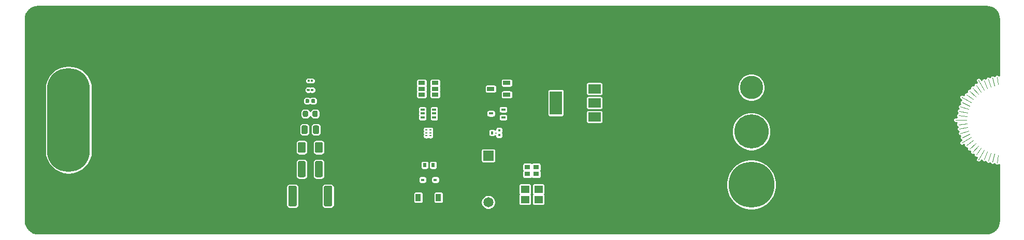
<source format=gbr>
G04 #@! TF.GenerationSoftware,KiCad,Pcbnew,(5.1.5)-3*
G04 #@! TF.CreationDate,2020-07-27T12:16:52+02:00*
G04 #@! TF.ProjectId,pcb_ruler,7063625f-7275-46c6-9572-2e6b69636164,rev?*
G04 #@! TF.SameCoordinates,Original*
G04 #@! TF.FileFunction,Copper,L1,Top*
G04 #@! TF.FilePolarity,Positive*
%FSLAX46Y46*%
G04 Gerber Fmt 4.6, Leading zero omitted, Abs format (unit mm)*
G04 Created by KiCad (PCBNEW (5.1.5)-3) date 2020-07-27 12:16:52*
%MOMM*%
%LPD*%
G04 APERTURE LIST*
%ADD10C,0.100000*%
%ADD11O,7.000000X17.000000*%
%ADD12C,7.500000*%
%ADD13C,5.600000*%
%ADD14C,3.800000*%
%ADD15R,1.400000X1.200000*%
%ADD16R,0.900000X0.800000*%
%ADD17R,1.651000X1.651000*%
%ADD18C,1.651000*%
%ADD19R,0.330000X0.270000*%
%ADD20R,0.450000X0.500000*%
%ADD21R,0.450000X0.400000*%
%ADD22R,0.600000X0.700000*%
%ADD23R,0.600000X0.450000*%
%ADD24R,0.900000X1.200000*%
%ADD25R,2.000000X1.500000*%
%ADD26R,2.000000X3.800000*%
%ADD27R,0.700000X0.450000*%
%ADD28R,0.650000X0.400000*%
%ADD29R,1.060000X0.650000*%
%ADD30R,1.220000X0.650000*%
%ADD31C,0.254000*%
G04 APERTURE END LIST*
D10*
X254596251Y-120762618D02*
X253299348Y-121183969D01*
X254809377Y-116695810D02*
X253563634Y-116141183D01*
X257688946Y-124197448D02*
X257134370Y-125443161D01*
X256198081Y-123229282D02*
X255285655Y-124242605D01*
X255403292Y-115667125D02*
X254300099Y-114865619D01*
X254318161Y-119006846D02*
X252499972Y-119006846D01*
X255777564Y-122808700D02*
X254764176Y-123721191D01*
X257159065Y-123927409D02*
X256249973Y-125502043D01*
X254349283Y-118412950D02*
X252993118Y-118270361D01*
X256660292Y-123603554D02*
X255858768Y-124706740D01*
X255403292Y-122346489D02*
X254300099Y-123148077D01*
X254442309Y-117825533D02*
X253108472Y-117542023D01*
X258818688Y-124564473D02*
X258535177Y-125898316D01*
X255079379Y-116165910D02*
X253504776Y-115256818D01*
X254809377Y-121317835D02*
X253563634Y-121872476D01*
X259400000Y-124800000D02*
X259263516Y-126013707D01*
X254349283Y-119600741D02*
X252993118Y-119743265D01*
X258244227Y-124410595D02*
X257822812Y-125707428D01*
X254596251Y-117251047D02*
X253299348Y-116829656D01*
X255079379Y-121847717D02*
X253504776Y-122756809D01*
X254442309Y-120188158D02*
X253108472Y-120471667D01*
X255777564Y-115204953D02*
X254764176Y-114292500D01*
X257688946Y-113816216D02*
X257134370Y-112570473D01*
X258244227Y-113603090D02*
X257822812Y-112306212D01*
X257159065Y-114086217D02*
X256249973Y-112511641D01*
X259400000Y-113200000D02*
X259263516Y-111999957D01*
X256198081Y-114784415D02*
X255285655Y-113771041D01*
X256660292Y-114410137D02*
X255858768Y-113306931D01*
X258818688Y-113449174D02*
X258535177Y-112115337D01*
D11*
X107500000Y-119000000D03*
D12*
X219100000Y-129600000D03*
D13*
X219100000Y-120900000D03*
D14*
X219100000Y-113700000D03*
D15*
X182100000Y-130350000D03*
X184300000Y-130350000D03*
X184300000Y-132050000D03*
X182100000Y-132050000D03*
D16*
X182500000Y-126750000D03*
X183900000Y-126750000D03*
X183900000Y-127850000D03*
X182500000Y-127850000D03*
D17*
X176100000Y-124850000D03*
D18*
X176100000Y-132470000D03*
D19*
X166640000Y-120600000D03*
X166640000Y-121100000D03*
X166640000Y-121600000D03*
X165960000Y-121600000D03*
X165960000Y-121100000D03*
X165960000Y-120600000D03*
D20*
X176725000Y-121100000D03*
D21*
X177875000Y-120700000D03*
X177875000Y-121500000D03*
D22*
X165700000Y-126400000D03*
X167100000Y-126400000D03*
D23*
X167450000Y-128800000D03*
X165350000Y-128800000D03*
D24*
X167950000Y-131700000D03*
X164650000Y-131700000D03*
D25*
X193450000Y-118500000D03*
X193450000Y-113900000D03*
X193450000Y-116200000D03*
D26*
X187150000Y-116200000D03*
D27*
X176550000Y-117950000D03*
X178550000Y-117300000D03*
X178550000Y-118600000D03*
D28*
X167250000Y-117300000D03*
X167250000Y-118600000D03*
X165350000Y-117950000D03*
X167250000Y-117950000D03*
X165350000Y-118600000D03*
X165350000Y-117300000D03*
D29*
X167400000Y-113900000D03*
X167400000Y-112950000D03*
X167400000Y-114850000D03*
X165200000Y-114850000D03*
X165200000Y-113900000D03*
X165200000Y-112950000D03*
D30*
X176490000Y-113900000D03*
X179110000Y-112950000D03*
X179110000Y-114850000D03*
G04 #@! TA.AperFunction,SMDPad,CuDef*
D10*
G36*
X148205142Y-119901174D02*
G01*
X148228803Y-119904684D01*
X148252007Y-119910496D01*
X148274529Y-119918554D01*
X148296153Y-119928782D01*
X148316670Y-119941079D01*
X148335883Y-119955329D01*
X148353607Y-119971393D01*
X148369671Y-119989117D01*
X148383921Y-120008330D01*
X148396218Y-120028847D01*
X148406446Y-120050471D01*
X148414504Y-120072993D01*
X148420316Y-120096197D01*
X148423826Y-120119858D01*
X148425000Y-120143750D01*
X148425000Y-121056250D01*
X148423826Y-121080142D01*
X148420316Y-121103803D01*
X148414504Y-121127007D01*
X148406446Y-121149529D01*
X148396218Y-121171153D01*
X148383921Y-121191670D01*
X148369671Y-121210883D01*
X148353607Y-121228607D01*
X148335883Y-121244671D01*
X148316670Y-121258921D01*
X148296153Y-121271218D01*
X148274529Y-121281446D01*
X148252007Y-121289504D01*
X148228803Y-121295316D01*
X148205142Y-121298826D01*
X148181250Y-121300000D01*
X147693750Y-121300000D01*
X147669858Y-121298826D01*
X147646197Y-121295316D01*
X147622993Y-121289504D01*
X147600471Y-121281446D01*
X147578847Y-121271218D01*
X147558330Y-121258921D01*
X147539117Y-121244671D01*
X147521393Y-121228607D01*
X147505329Y-121210883D01*
X147491079Y-121191670D01*
X147478782Y-121171153D01*
X147468554Y-121149529D01*
X147460496Y-121127007D01*
X147454684Y-121103803D01*
X147451174Y-121080142D01*
X147450000Y-121056250D01*
X147450000Y-120143750D01*
X147451174Y-120119858D01*
X147454684Y-120096197D01*
X147460496Y-120072993D01*
X147468554Y-120050471D01*
X147478782Y-120028847D01*
X147491079Y-120008330D01*
X147505329Y-119989117D01*
X147521393Y-119971393D01*
X147539117Y-119955329D01*
X147558330Y-119941079D01*
X147578847Y-119928782D01*
X147600471Y-119918554D01*
X147622993Y-119910496D01*
X147646197Y-119904684D01*
X147669858Y-119901174D01*
X147693750Y-119900000D01*
X148181250Y-119900000D01*
X148205142Y-119901174D01*
G37*
G04 #@! TD.AperFunction*
G04 #@! TA.AperFunction,SMDPad,CuDef*
G36*
X146330142Y-119901174D02*
G01*
X146353803Y-119904684D01*
X146377007Y-119910496D01*
X146399529Y-119918554D01*
X146421153Y-119928782D01*
X146441670Y-119941079D01*
X146460883Y-119955329D01*
X146478607Y-119971393D01*
X146494671Y-119989117D01*
X146508921Y-120008330D01*
X146521218Y-120028847D01*
X146531446Y-120050471D01*
X146539504Y-120072993D01*
X146545316Y-120096197D01*
X146548826Y-120119858D01*
X146550000Y-120143750D01*
X146550000Y-121056250D01*
X146548826Y-121080142D01*
X146545316Y-121103803D01*
X146539504Y-121127007D01*
X146531446Y-121149529D01*
X146521218Y-121171153D01*
X146508921Y-121191670D01*
X146494671Y-121210883D01*
X146478607Y-121228607D01*
X146460883Y-121244671D01*
X146441670Y-121258921D01*
X146421153Y-121271218D01*
X146399529Y-121281446D01*
X146377007Y-121289504D01*
X146353803Y-121295316D01*
X146330142Y-121298826D01*
X146306250Y-121300000D01*
X145818750Y-121300000D01*
X145794858Y-121298826D01*
X145771197Y-121295316D01*
X145747993Y-121289504D01*
X145725471Y-121281446D01*
X145703847Y-121271218D01*
X145683330Y-121258921D01*
X145664117Y-121244671D01*
X145646393Y-121228607D01*
X145630329Y-121210883D01*
X145616079Y-121191670D01*
X145603782Y-121171153D01*
X145593554Y-121149529D01*
X145585496Y-121127007D01*
X145579684Y-121103803D01*
X145576174Y-121080142D01*
X145575000Y-121056250D01*
X145575000Y-120143750D01*
X145576174Y-120119858D01*
X145579684Y-120096197D01*
X145585496Y-120072993D01*
X145593554Y-120050471D01*
X145603782Y-120028847D01*
X145616079Y-120008330D01*
X145630329Y-119989117D01*
X145646393Y-119971393D01*
X145664117Y-119955329D01*
X145683330Y-119941079D01*
X145703847Y-119928782D01*
X145725471Y-119918554D01*
X145747993Y-119910496D01*
X145771197Y-119904684D01*
X145794858Y-119901174D01*
X145818750Y-119900000D01*
X146306250Y-119900000D01*
X146330142Y-119901174D01*
G37*
G04 #@! TD.AperFunction*
G04 #@! TA.AperFunction,SMDPad,CuDef*
G36*
X148799504Y-122626204D02*
G01*
X148823773Y-122629804D01*
X148847571Y-122635765D01*
X148870671Y-122644030D01*
X148892849Y-122654520D01*
X148913893Y-122667133D01*
X148933598Y-122681747D01*
X148951777Y-122698223D01*
X148968253Y-122716402D01*
X148982867Y-122736107D01*
X148995480Y-122757151D01*
X149005970Y-122779329D01*
X149014235Y-122802429D01*
X149020196Y-122826227D01*
X149023796Y-122850496D01*
X149025000Y-122875000D01*
X149025000Y-124125000D01*
X149023796Y-124149504D01*
X149020196Y-124173773D01*
X149014235Y-124197571D01*
X149005970Y-124220671D01*
X148995480Y-124242849D01*
X148982867Y-124263893D01*
X148968253Y-124283598D01*
X148951777Y-124301777D01*
X148933598Y-124318253D01*
X148913893Y-124332867D01*
X148892849Y-124345480D01*
X148870671Y-124355970D01*
X148847571Y-124364235D01*
X148823773Y-124370196D01*
X148799504Y-124373796D01*
X148775000Y-124375000D01*
X148025000Y-124375000D01*
X148000496Y-124373796D01*
X147976227Y-124370196D01*
X147952429Y-124364235D01*
X147929329Y-124355970D01*
X147907151Y-124345480D01*
X147886107Y-124332867D01*
X147866402Y-124318253D01*
X147848223Y-124301777D01*
X147831747Y-124283598D01*
X147817133Y-124263893D01*
X147804520Y-124242849D01*
X147794030Y-124220671D01*
X147785765Y-124197571D01*
X147779804Y-124173773D01*
X147776204Y-124149504D01*
X147775000Y-124125000D01*
X147775000Y-122875000D01*
X147776204Y-122850496D01*
X147779804Y-122826227D01*
X147785765Y-122802429D01*
X147794030Y-122779329D01*
X147804520Y-122757151D01*
X147817133Y-122736107D01*
X147831747Y-122716402D01*
X147848223Y-122698223D01*
X147866402Y-122681747D01*
X147886107Y-122667133D01*
X147907151Y-122654520D01*
X147929329Y-122644030D01*
X147952429Y-122635765D01*
X147976227Y-122629804D01*
X148000496Y-122626204D01*
X148025000Y-122625000D01*
X148775000Y-122625000D01*
X148799504Y-122626204D01*
G37*
G04 #@! TD.AperFunction*
G04 #@! TA.AperFunction,SMDPad,CuDef*
G36*
X145999504Y-122626204D02*
G01*
X146023773Y-122629804D01*
X146047571Y-122635765D01*
X146070671Y-122644030D01*
X146092849Y-122654520D01*
X146113893Y-122667133D01*
X146133598Y-122681747D01*
X146151777Y-122698223D01*
X146168253Y-122716402D01*
X146182867Y-122736107D01*
X146195480Y-122757151D01*
X146205970Y-122779329D01*
X146214235Y-122802429D01*
X146220196Y-122826227D01*
X146223796Y-122850496D01*
X146225000Y-122875000D01*
X146225000Y-124125000D01*
X146223796Y-124149504D01*
X146220196Y-124173773D01*
X146214235Y-124197571D01*
X146205970Y-124220671D01*
X146195480Y-124242849D01*
X146182867Y-124263893D01*
X146168253Y-124283598D01*
X146151777Y-124301777D01*
X146133598Y-124318253D01*
X146113893Y-124332867D01*
X146092849Y-124345480D01*
X146070671Y-124355970D01*
X146047571Y-124364235D01*
X146023773Y-124370196D01*
X145999504Y-124373796D01*
X145975000Y-124375000D01*
X145225000Y-124375000D01*
X145200496Y-124373796D01*
X145176227Y-124370196D01*
X145152429Y-124364235D01*
X145129329Y-124355970D01*
X145107151Y-124345480D01*
X145086107Y-124332867D01*
X145066402Y-124318253D01*
X145048223Y-124301777D01*
X145031747Y-124283598D01*
X145017133Y-124263893D01*
X145004520Y-124242849D01*
X144994030Y-124220671D01*
X144985765Y-124197571D01*
X144979804Y-124173773D01*
X144976204Y-124149504D01*
X144975000Y-124125000D01*
X144975000Y-122875000D01*
X144976204Y-122850496D01*
X144979804Y-122826227D01*
X144985765Y-122802429D01*
X144994030Y-122779329D01*
X145004520Y-122757151D01*
X145017133Y-122736107D01*
X145031747Y-122716402D01*
X145048223Y-122698223D01*
X145066402Y-122681747D01*
X145086107Y-122667133D01*
X145107151Y-122654520D01*
X145129329Y-122644030D01*
X145152429Y-122635765D01*
X145176227Y-122629804D01*
X145200496Y-122626204D01*
X145225000Y-122625000D01*
X145975000Y-122625000D01*
X145999504Y-122626204D01*
G37*
G04 #@! TD.AperFunction*
G04 #@! TA.AperFunction,SMDPad,CuDef*
G36*
X150349505Y-129776204D02*
G01*
X150373773Y-129779804D01*
X150397572Y-129785765D01*
X150420671Y-129794030D01*
X150442850Y-129804520D01*
X150463893Y-129817132D01*
X150483599Y-129831747D01*
X150501777Y-129848223D01*
X150518253Y-129866401D01*
X150532868Y-129886107D01*
X150545480Y-129907150D01*
X150555970Y-129929329D01*
X150564235Y-129952428D01*
X150570196Y-129976227D01*
X150573796Y-130000495D01*
X150575000Y-130024999D01*
X150575000Y-132875001D01*
X150573796Y-132899505D01*
X150570196Y-132923773D01*
X150564235Y-132947572D01*
X150555970Y-132970671D01*
X150545480Y-132992850D01*
X150532868Y-133013893D01*
X150518253Y-133033599D01*
X150501777Y-133051777D01*
X150483599Y-133068253D01*
X150463893Y-133082868D01*
X150442850Y-133095480D01*
X150420671Y-133105970D01*
X150397572Y-133114235D01*
X150373773Y-133120196D01*
X150349505Y-133123796D01*
X150325001Y-133125000D01*
X149474999Y-133125000D01*
X149450495Y-133123796D01*
X149426227Y-133120196D01*
X149402428Y-133114235D01*
X149379329Y-133105970D01*
X149357150Y-133095480D01*
X149336107Y-133082868D01*
X149316401Y-133068253D01*
X149298223Y-133051777D01*
X149281747Y-133033599D01*
X149267132Y-133013893D01*
X149254520Y-132992850D01*
X149244030Y-132970671D01*
X149235765Y-132947572D01*
X149229804Y-132923773D01*
X149226204Y-132899505D01*
X149225000Y-132875001D01*
X149225000Y-130024999D01*
X149226204Y-130000495D01*
X149229804Y-129976227D01*
X149235765Y-129952428D01*
X149244030Y-129929329D01*
X149254520Y-129907150D01*
X149267132Y-129886107D01*
X149281747Y-129866401D01*
X149298223Y-129848223D01*
X149316401Y-129831747D01*
X149336107Y-129817132D01*
X149357150Y-129804520D01*
X149379329Y-129794030D01*
X149402428Y-129785765D01*
X149426227Y-129779804D01*
X149450495Y-129776204D01*
X149474999Y-129775000D01*
X150325001Y-129775000D01*
X150349505Y-129776204D01*
G37*
G04 #@! TD.AperFunction*
G04 #@! TA.AperFunction,SMDPad,CuDef*
G36*
X144549505Y-129776204D02*
G01*
X144573773Y-129779804D01*
X144597572Y-129785765D01*
X144620671Y-129794030D01*
X144642850Y-129804520D01*
X144663893Y-129817132D01*
X144683599Y-129831747D01*
X144701777Y-129848223D01*
X144718253Y-129866401D01*
X144732868Y-129886107D01*
X144745480Y-129907150D01*
X144755970Y-129929329D01*
X144764235Y-129952428D01*
X144770196Y-129976227D01*
X144773796Y-130000495D01*
X144775000Y-130024999D01*
X144775000Y-132875001D01*
X144773796Y-132899505D01*
X144770196Y-132923773D01*
X144764235Y-132947572D01*
X144755970Y-132970671D01*
X144745480Y-132992850D01*
X144732868Y-133013893D01*
X144718253Y-133033599D01*
X144701777Y-133051777D01*
X144683599Y-133068253D01*
X144663893Y-133082868D01*
X144642850Y-133095480D01*
X144620671Y-133105970D01*
X144597572Y-133114235D01*
X144573773Y-133120196D01*
X144549505Y-133123796D01*
X144525001Y-133125000D01*
X143674999Y-133125000D01*
X143650495Y-133123796D01*
X143626227Y-133120196D01*
X143602428Y-133114235D01*
X143579329Y-133105970D01*
X143557150Y-133095480D01*
X143536107Y-133082868D01*
X143516401Y-133068253D01*
X143498223Y-133051777D01*
X143481747Y-133033599D01*
X143467132Y-133013893D01*
X143454520Y-132992850D01*
X143444030Y-132970671D01*
X143435765Y-132947572D01*
X143429804Y-132923773D01*
X143426204Y-132899505D01*
X143425000Y-132875001D01*
X143425000Y-130024999D01*
X143426204Y-130000495D01*
X143429804Y-129976227D01*
X143435765Y-129952428D01*
X143444030Y-129929329D01*
X143454520Y-129907150D01*
X143467132Y-129886107D01*
X143481747Y-129866401D01*
X143498223Y-129848223D01*
X143516401Y-129831747D01*
X143536107Y-129817132D01*
X143557150Y-129804520D01*
X143579329Y-129794030D01*
X143602428Y-129785765D01*
X143626227Y-129779804D01*
X143650495Y-129776204D01*
X143674999Y-129775000D01*
X144525001Y-129775000D01*
X144549505Y-129776204D01*
G37*
G04 #@! TD.AperFunction*
G04 #@! TA.AperFunction,SMDPad,CuDef*
G36*
X148799504Y-125726204D02*
G01*
X148823773Y-125729804D01*
X148847571Y-125735765D01*
X148870671Y-125744030D01*
X148892849Y-125754520D01*
X148913893Y-125767133D01*
X148933598Y-125781747D01*
X148951777Y-125798223D01*
X148968253Y-125816402D01*
X148982867Y-125836107D01*
X148995480Y-125857151D01*
X149005970Y-125879329D01*
X149014235Y-125902429D01*
X149020196Y-125926227D01*
X149023796Y-125950496D01*
X149025000Y-125975000D01*
X149025000Y-128125000D01*
X149023796Y-128149504D01*
X149020196Y-128173773D01*
X149014235Y-128197571D01*
X149005970Y-128220671D01*
X148995480Y-128242849D01*
X148982867Y-128263893D01*
X148968253Y-128283598D01*
X148951777Y-128301777D01*
X148933598Y-128318253D01*
X148913893Y-128332867D01*
X148892849Y-128345480D01*
X148870671Y-128355970D01*
X148847571Y-128364235D01*
X148823773Y-128370196D01*
X148799504Y-128373796D01*
X148775000Y-128375000D01*
X148025000Y-128375000D01*
X148000496Y-128373796D01*
X147976227Y-128370196D01*
X147952429Y-128364235D01*
X147929329Y-128355970D01*
X147907151Y-128345480D01*
X147886107Y-128332867D01*
X147866402Y-128318253D01*
X147848223Y-128301777D01*
X147831747Y-128283598D01*
X147817133Y-128263893D01*
X147804520Y-128242849D01*
X147794030Y-128220671D01*
X147785765Y-128197571D01*
X147779804Y-128173773D01*
X147776204Y-128149504D01*
X147775000Y-128125000D01*
X147775000Y-125975000D01*
X147776204Y-125950496D01*
X147779804Y-125926227D01*
X147785765Y-125902429D01*
X147794030Y-125879329D01*
X147804520Y-125857151D01*
X147817133Y-125836107D01*
X147831747Y-125816402D01*
X147848223Y-125798223D01*
X147866402Y-125781747D01*
X147886107Y-125767133D01*
X147907151Y-125754520D01*
X147929329Y-125744030D01*
X147952429Y-125735765D01*
X147976227Y-125729804D01*
X148000496Y-125726204D01*
X148025000Y-125725000D01*
X148775000Y-125725000D01*
X148799504Y-125726204D01*
G37*
G04 #@! TD.AperFunction*
G04 #@! TA.AperFunction,SMDPad,CuDef*
G36*
X145999504Y-125726204D02*
G01*
X146023773Y-125729804D01*
X146047571Y-125735765D01*
X146070671Y-125744030D01*
X146092849Y-125754520D01*
X146113893Y-125767133D01*
X146133598Y-125781747D01*
X146151777Y-125798223D01*
X146168253Y-125816402D01*
X146182867Y-125836107D01*
X146195480Y-125857151D01*
X146205970Y-125879329D01*
X146214235Y-125902429D01*
X146220196Y-125926227D01*
X146223796Y-125950496D01*
X146225000Y-125975000D01*
X146225000Y-128125000D01*
X146223796Y-128149504D01*
X146220196Y-128173773D01*
X146214235Y-128197571D01*
X146205970Y-128220671D01*
X146195480Y-128242849D01*
X146182867Y-128263893D01*
X146168253Y-128283598D01*
X146151777Y-128301777D01*
X146133598Y-128318253D01*
X146113893Y-128332867D01*
X146092849Y-128345480D01*
X146070671Y-128355970D01*
X146047571Y-128364235D01*
X146023773Y-128370196D01*
X145999504Y-128373796D01*
X145975000Y-128375000D01*
X145225000Y-128375000D01*
X145200496Y-128373796D01*
X145176227Y-128370196D01*
X145152429Y-128364235D01*
X145129329Y-128355970D01*
X145107151Y-128345480D01*
X145086107Y-128332867D01*
X145066402Y-128318253D01*
X145048223Y-128301777D01*
X145031747Y-128283598D01*
X145017133Y-128263893D01*
X145004520Y-128242849D01*
X144994030Y-128220671D01*
X144985765Y-128197571D01*
X144979804Y-128173773D01*
X144976204Y-128149504D01*
X144975000Y-128125000D01*
X144975000Y-125975000D01*
X144976204Y-125950496D01*
X144979804Y-125926227D01*
X144985765Y-125902429D01*
X144994030Y-125879329D01*
X145004520Y-125857151D01*
X145017133Y-125836107D01*
X145031747Y-125816402D01*
X145048223Y-125798223D01*
X145066402Y-125781747D01*
X145086107Y-125767133D01*
X145107151Y-125754520D01*
X145129329Y-125744030D01*
X145152429Y-125735765D01*
X145176227Y-125729804D01*
X145200496Y-125726204D01*
X145225000Y-125725000D01*
X145975000Y-125725000D01*
X145999504Y-125726204D01*
G37*
G04 #@! TD.AperFunction*
G04 #@! TA.AperFunction,SMDPad,CuDef*
G36*
X148027691Y-117526053D02*
G01*
X148048926Y-117529203D01*
X148069750Y-117534419D01*
X148089962Y-117541651D01*
X148109368Y-117550830D01*
X148127781Y-117561866D01*
X148145024Y-117574654D01*
X148160930Y-117589070D01*
X148175346Y-117604976D01*
X148188134Y-117622219D01*
X148199170Y-117640632D01*
X148208349Y-117660038D01*
X148215581Y-117680250D01*
X148220797Y-117701074D01*
X148223947Y-117722309D01*
X148225000Y-117743750D01*
X148225000Y-118256250D01*
X148223947Y-118277691D01*
X148220797Y-118298926D01*
X148215581Y-118319750D01*
X148208349Y-118339962D01*
X148199170Y-118359368D01*
X148188134Y-118377781D01*
X148175346Y-118395024D01*
X148160930Y-118410930D01*
X148145024Y-118425346D01*
X148127781Y-118438134D01*
X148109368Y-118449170D01*
X148089962Y-118458349D01*
X148069750Y-118465581D01*
X148048926Y-118470797D01*
X148027691Y-118473947D01*
X148006250Y-118475000D01*
X147568750Y-118475000D01*
X147547309Y-118473947D01*
X147526074Y-118470797D01*
X147505250Y-118465581D01*
X147485038Y-118458349D01*
X147465632Y-118449170D01*
X147447219Y-118438134D01*
X147429976Y-118425346D01*
X147414070Y-118410930D01*
X147399654Y-118395024D01*
X147386866Y-118377781D01*
X147375830Y-118359368D01*
X147366651Y-118339962D01*
X147359419Y-118319750D01*
X147354203Y-118298926D01*
X147351053Y-118277691D01*
X147350000Y-118256250D01*
X147350000Y-117743750D01*
X147351053Y-117722309D01*
X147354203Y-117701074D01*
X147359419Y-117680250D01*
X147366651Y-117660038D01*
X147375830Y-117640632D01*
X147386866Y-117622219D01*
X147399654Y-117604976D01*
X147414070Y-117589070D01*
X147429976Y-117574654D01*
X147447219Y-117561866D01*
X147465632Y-117550830D01*
X147485038Y-117541651D01*
X147505250Y-117534419D01*
X147526074Y-117529203D01*
X147547309Y-117526053D01*
X147568750Y-117525000D01*
X148006250Y-117525000D01*
X148027691Y-117526053D01*
G37*
G04 #@! TD.AperFunction*
G04 #@! TA.AperFunction,SMDPad,CuDef*
G36*
X146452691Y-117526053D02*
G01*
X146473926Y-117529203D01*
X146494750Y-117534419D01*
X146514962Y-117541651D01*
X146534368Y-117550830D01*
X146552781Y-117561866D01*
X146570024Y-117574654D01*
X146585930Y-117589070D01*
X146600346Y-117604976D01*
X146613134Y-117622219D01*
X146624170Y-117640632D01*
X146633349Y-117660038D01*
X146640581Y-117680250D01*
X146645797Y-117701074D01*
X146648947Y-117722309D01*
X146650000Y-117743750D01*
X146650000Y-118256250D01*
X146648947Y-118277691D01*
X146645797Y-118298926D01*
X146640581Y-118319750D01*
X146633349Y-118339962D01*
X146624170Y-118359368D01*
X146613134Y-118377781D01*
X146600346Y-118395024D01*
X146585930Y-118410930D01*
X146570024Y-118425346D01*
X146552781Y-118438134D01*
X146534368Y-118449170D01*
X146514962Y-118458349D01*
X146494750Y-118465581D01*
X146473926Y-118470797D01*
X146452691Y-118473947D01*
X146431250Y-118475000D01*
X145993750Y-118475000D01*
X145972309Y-118473947D01*
X145951074Y-118470797D01*
X145930250Y-118465581D01*
X145910038Y-118458349D01*
X145890632Y-118449170D01*
X145872219Y-118438134D01*
X145854976Y-118425346D01*
X145839070Y-118410930D01*
X145824654Y-118395024D01*
X145811866Y-118377781D01*
X145800830Y-118359368D01*
X145791651Y-118339962D01*
X145784419Y-118319750D01*
X145779203Y-118298926D01*
X145776053Y-118277691D01*
X145775000Y-118256250D01*
X145775000Y-117743750D01*
X145776053Y-117722309D01*
X145779203Y-117701074D01*
X145784419Y-117680250D01*
X145791651Y-117660038D01*
X145800830Y-117640632D01*
X145811866Y-117622219D01*
X145824654Y-117604976D01*
X145839070Y-117589070D01*
X145854976Y-117574654D01*
X145872219Y-117561866D01*
X145890632Y-117550830D01*
X145910038Y-117541651D01*
X145930250Y-117534419D01*
X145951074Y-117529203D01*
X145972309Y-117526053D01*
X145993750Y-117525000D01*
X146431250Y-117525000D01*
X146452691Y-117526053D01*
G37*
G04 #@! TD.AperFunction*
G04 #@! TA.AperFunction,SMDPad,CuDef*
G36*
X147382351Y-112450361D02*
G01*
X147389632Y-112451441D01*
X147396771Y-112453229D01*
X147403701Y-112455709D01*
X147410355Y-112458856D01*
X147416668Y-112462640D01*
X147422579Y-112467024D01*
X147428033Y-112471967D01*
X147432976Y-112477421D01*
X147437360Y-112483332D01*
X147441144Y-112489645D01*
X147444291Y-112496299D01*
X147446771Y-112503229D01*
X147448559Y-112510368D01*
X147449639Y-112517649D01*
X147450000Y-112525000D01*
X147450000Y-112675000D01*
X147449639Y-112682351D01*
X147448559Y-112689632D01*
X147446771Y-112696771D01*
X147444291Y-112703701D01*
X147441144Y-112710355D01*
X147437360Y-112716668D01*
X147432976Y-112722579D01*
X147428033Y-112728033D01*
X147422579Y-112732976D01*
X147416668Y-112737360D01*
X147410355Y-112741144D01*
X147403701Y-112744291D01*
X147396771Y-112746771D01*
X147389632Y-112748559D01*
X147382351Y-112749639D01*
X147375000Y-112750000D01*
X147125000Y-112750000D01*
X147117649Y-112749639D01*
X147110368Y-112748559D01*
X147103229Y-112746771D01*
X147096299Y-112744291D01*
X147089645Y-112741144D01*
X147083332Y-112737360D01*
X147077421Y-112732976D01*
X147071967Y-112728033D01*
X147067024Y-112722579D01*
X147062640Y-112716668D01*
X147058856Y-112710355D01*
X147055709Y-112703701D01*
X147053229Y-112696771D01*
X147051441Y-112689632D01*
X147050361Y-112682351D01*
X147050000Y-112675000D01*
X147050000Y-112525000D01*
X147050361Y-112517649D01*
X147051441Y-112510368D01*
X147053229Y-112503229D01*
X147055709Y-112496299D01*
X147058856Y-112489645D01*
X147062640Y-112483332D01*
X147067024Y-112477421D01*
X147071967Y-112471967D01*
X147077421Y-112467024D01*
X147083332Y-112462640D01*
X147089645Y-112458856D01*
X147096299Y-112455709D01*
X147103229Y-112453229D01*
X147110368Y-112451441D01*
X147117649Y-112450361D01*
X147125000Y-112450000D01*
X147375000Y-112450000D01*
X147382351Y-112450361D01*
G37*
G04 #@! TD.AperFunction*
G04 #@! TA.AperFunction,SMDPad,CuDef*
G36*
X146882351Y-112450361D02*
G01*
X146889632Y-112451441D01*
X146896771Y-112453229D01*
X146903701Y-112455709D01*
X146910355Y-112458856D01*
X146916668Y-112462640D01*
X146922579Y-112467024D01*
X146928033Y-112471967D01*
X146932976Y-112477421D01*
X146937360Y-112483332D01*
X146941144Y-112489645D01*
X146944291Y-112496299D01*
X146946771Y-112503229D01*
X146948559Y-112510368D01*
X146949639Y-112517649D01*
X146950000Y-112525000D01*
X146950000Y-112675000D01*
X146949639Y-112682351D01*
X146948559Y-112689632D01*
X146946771Y-112696771D01*
X146944291Y-112703701D01*
X146941144Y-112710355D01*
X146937360Y-112716668D01*
X146932976Y-112722579D01*
X146928033Y-112728033D01*
X146922579Y-112732976D01*
X146916668Y-112737360D01*
X146910355Y-112741144D01*
X146903701Y-112744291D01*
X146896771Y-112746771D01*
X146889632Y-112748559D01*
X146882351Y-112749639D01*
X146875000Y-112750000D01*
X146625000Y-112750000D01*
X146617649Y-112749639D01*
X146610368Y-112748559D01*
X146603229Y-112746771D01*
X146596299Y-112744291D01*
X146589645Y-112741144D01*
X146583332Y-112737360D01*
X146577421Y-112732976D01*
X146571967Y-112728033D01*
X146567024Y-112722579D01*
X146562640Y-112716668D01*
X146558856Y-112710355D01*
X146555709Y-112703701D01*
X146553229Y-112696771D01*
X146551441Y-112689632D01*
X146550361Y-112682351D01*
X146550000Y-112675000D01*
X146550000Y-112525000D01*
X146550361Y-112517649D01*
X146551441Y-112510368D01*
X146553229Y-112503229D01*
X146555709Y-112496299D01*
X146558856Y-112489645D01*
X146562640Y-112483332D01*
X146567024Y-112477421D01*
X146571967Y-112471967D01*
X146577421Y-112467024D01*
X146583332Y-112462640D01*
X146589645Y-112458856D01*
X146596299Y-112455709D01*
X146603229Y-112453229D01*
X146610368Y-112451441D01*
X146617649Y-112450361D01*
X146625000Y-112450000D01*
X146875000Y-112450000D01*
X146882351Y-112450361D01*
G37*
G04 #@! TD.AperFunction*
G04 #@! TA.AperFunction,SMDPad,CuDef*
G36*
X147646958Y-115580710D02*
G01*
X147661276Y-115582834D01*
X147675317Y-115586351D01*
X147688946Y-115591228D01*
X147702031Y-115597417D01*
X147714447Y-115604858D01*
X147726073Y-115613481D01*
X147736798Y-115623202D01*
X147746519Y-115633927D01*
X147755142Y-115645553D01*
X147762583Y-115657969D01*
X147768772Y-115671054D01*
X147773649Y-115684683D01*
X147777166Y-115698724D01*
X147779290Y-115713042D01*
X147780000Y-115727500D01*
X147780000Y-116072500D01*
X147779290Y-116086958D01*
X147777166Y-116101276D01*
X147773649Y-116115317D01*
X147768772Y-116128946D01*
X147762583Y-116142031D01*
X147755142Y-116154447D01*
X147746519Y-116166073D01*
X147736798Y-116176798D01*
X147726073Y-116186519D01*
X147714447Y-116195142D01*
X147702031Y-116202583D01*
X147688946Y-116208772D01*
X147675317Y-116213649D01*
X147661276Y-116217166D01*
X147646958Y-116219290D01*
X147632500Y-116220000D01*
X147337500Y-116220000D01*
X147323042Y-116219290D01*
X147308724Y-116217166D01*
X147294683Y-116213649D01*
X147281054Y-116208772D01*
X147267969Y-116202583D01*
X147255553Y-116195142D01*
X147243927Y-116186519D01*
X147233202Y-116176798D01*
X147223481Y-116166073D01*
X147214858Y-116154447D01*
X147207417Y-116142031D01*
X147201228Y-116128946D01*
X147196351Y-116115317D01*
X147192834Y-116101276D01*
X147190710Y-116086958D01*
X147190000Y-116072500D01*
X147190000Y-115727500D01*
X147190710Y-115713042D01*
X147192834Y-115698724D01*
X147196351Y-115684683D01*
X147201228Y-115671054D01*
X147207417Y-115657969D01*
X147214858Y-115645553D01*
X147223481Y-115633927D01*
X147233202Y-115623202D01*
X147243927Y-115613481D01*
X147255553Y-115604858D01*
X147267969Y-115597417D01*
X147281054Y-115591228D01*
X147294683Y-115586351D01*
X147308724Y-115582834D01*
X147323042Y-115580710D01*
X147337500Y-115580000D01*
X147632500Y-115580000D01*
X147646958Y-115580710D01*
G37*
G04 #@! TD.AperFunction*
G04 #@! TA.AperFunction,SMDPad,CuDef*
G36*
X146676958Y-115580710D02*
G01*
X146691276Y-115582834D01*
X146705317Y-115586351D01*
X146718946Y-115591228D01*
X146732031Y-115597417D01*
X146744447Y-115604858D01*
X146756073Y-115613481D01*
X146766798Y-115623202D01*
X146776519Y-115633927D01*
X146785142Y-115645553D01*
X146792583Y-115657969D01*
X146798772Y-115671054D01*
X146803649Y-115684683D01*
X146807166Y-115698724D01*
X146809290Y-115713042D01*
X146810000Y-115727500D01*
X146810000Y-116072500D01*
X146809290Y-116086958D01*
X146807166Y-116101276D01*
X146803649Y-116115317D01*
X146798772Y-116128946D01*
X146792583Y-116142031D01*
X146785142Y-116154447D01*
X146776519Y-116166073D01*
X146766798Y-116176798D01*
X146756073Y-116186519D01*
X146744447Y-116195142D01*
X146732031Y-116202583D01*
X146718946Y-116208772D01*
X146705317Y-116213649D01*
X146691276Y-116217166D01*
X146676958Y-116219290D01*
X146662500Y-116220000D01*
X146367500Y-116220000D01*
X146353042Y-116219290D01*
X146338724Y-116217166D01*
X146324683Y-116213649D01*
X146311054Y-116208772D01*
X146297969Y-116202583D01*
X146285553Y-116195142D01*
X146273927Y-116186519D01*
X146263202Y-116176798D01*
X146253481Y-116166073D01*
X146244858Y-116154447D01*
X146237417Y-116142031D01*
X146231228Y-116128946D01*
X146226351Y-116115317D01*
X146222834Y-116101276D01*
X146220710Y-116086958D01*
X146220000Y-116072500D01*
X146220000Y-115727500D01*
X146220710Y-115713042D01*
X146222834Y-115698724D01*
X146226351Y-115684683D01*
X146231228Y-115671054D01*
X146237417Y-115657969D01*
X146244858Y-115645553D01*
X146253481Y-115633927D01*
X146263202Y-115623202D01*
X146273927Y-115613481D01*
X146285553Y-115604858D01*
X146297969Y-115597417D01*
X146311054Y-115591228D01*
X146324683Y-115586351D01*
X146338724Y-115582834D01*
X146353042Y-115580710D01*
X146367500Y-115580000D01*
X146662500Y-115580000D01*
X146676958Y-115580710D01*
G37*
G04 #@! TD.AperFunction*
G04 #@! TA.AperFunction,SMDPad,CuDef*
G36*
X147459802Y-113900482D02*
G01*
X147469509Y-113901921D01*
X147479028Y-113904306D01*
X147488268Y-113907612D01*
X147497140Y-113911808D01*
X147505557Y-113916853D01*
X147513439Y-113922699D01*
X147520711Y-113929289D01*
X147527301Y-113936561D01*
X147533147Y-113944443D01*
X147538192Y-113952860D01*
X147542388Y-113961732D01*
X147545694Y-113970972D01*
X147548079Y-113980491D01*
X147549518Y-113990198D01*
X147550000Y-114000000D01*
X147550000Y-114200000D01*
X147549518Y-114209802D01*
X147548079Y-114219509D01*
X147545694Y-114229028D01*
X147542388Y-114238268D01*
X147538192Y-114247140D01*
X147533147Y-114255557D01*
X147527301Y-114263439D01*
X147520711Y-114270711D01*
X147513439Y-114277301D01*
X147505557Y-114283147D01*
X147497140Y-114288192D01*
X147488268Y-114292388D01*
X147479028Y-114295694D01*
X147469509Y-114298079D01*
X147459802Y-114299518D01*
X147450000Y-114300000D01*
X147190000Y-114300000D01*
X147180198Y-114299518D01*
X147170491Y-114298079D01*
X147160972Y-114295694D01*
X147151732Y-114292388D01*
X147142860Y-114288192D01*
X147134443Y-114283147D01*
X147126561Y-114277301D01*
X147119289Y-114270711D01*
X147112699Y-114263439D01*
X147106853Y-114255557D01*
X147101808Y-114247140D01*
X147097612Y-114238268D01*
X147094306Y-114229028D01*
X147091921Y-114219509D01*
X147090482Y-114209802D01*
X147090000Y-114200000D01*
X147090000Y-114000000D01*
X147090482Y-113990198D01*
X147091921Y-113980491D01*
X147094306Y-113970972D01*
X147097612Y-113961732D01*
X147101808Y-113952860D01*
X147106853Y-113944443D01*
X147112699Y-113936561D01*
X147119289Y-113929289D01*
X147126561Y-113922699D01*
X147134443Y-113916853D01*
X147142860Y-113911808D01*
X147151732Y-113907612D01*
X147160972Y-113904306D01*
X147170491Y-113901921D01*
X147180198Y-113900482D01*
X147190000Y-113900000D01*
X147450000Y-113900000D01*
X147459802Y-113900482D01*
G37*
G04 #@! TD.AperFunction*
G04 #@! TA.AperFunction,SMDPad,CuDef*
G36*
X146819802Y-113900482D02*
G01*
X146829509Y-113901921D01*
X146839028Y-113904306D01*
X146848268Y-113907612D01*
X146857140Y-113911808D01*
X146865557Y-113916853D01*
X146873439Y-113922699D01*
X146880711Y-113929289D01*
X146887301Y-113936561D01*
X146893147Y-113944443D01*
X146898192Y-113952860D01*
X146902388Y-113961732D01*
X146905694Y-113970972D01*
X146908079Y-113980491D01*
X146909518Y-113990198D01*
X146910000Y-114000000D01*
X146910000Y-114200000D01*
X146909518Y-114209802D01*
X146908079Y-114219509D01*
X146905694Y-114229028D01*
X146902388Y-114238268D01*
X146898192Y-114247140D01*
X146893147Y-114255557D01*
X146887301Y-114263439D01*
X146880711Y-114270711D01*
X146873439Y-114277301D01*
X146865557Y-114283147D01*
X146857140Y-114288192D01*
X146848268Y-114292388D01*
X146839028Y-114295694D01*
X146829509Y-114298079D01*
X146819802Y-114299518D01*
X146810000Y-114300000D01*
X146550000Y-114300000D01*
X146540198Y-114299518D01*
X146530491Y-114298079D01*
X146520972Y-114295694D01*
X146511732Y-114292388D01*
X146502860Y-114288192D01*
X146494443Y-114283147D01*
X146486561Y-114277301D01*
X146479289Y-114270711D01*
X146472699Y-114263439D01*
X146466853Y-114255557D01*
X146461808Y-114247140D01*
X146457612Y-114238268D01*
X146454306Y-114229028D01*
X146451921Y-114219509D01*
X146450482Y-114209802D01*
X146450000Y-114200000D01*
X146450000Y-114000000D01*
X146450482Y-113990198D01*
X146451921Y-113980491D01*
X146454306Y-113970972D01*
X146457612Y-113961732D01*
X146461808Y-113952860D01*
X146466853Y-113944443D01*
X146472699Y-113936561D01*
X146479289Y-113929289D01*
X146486561Y-113922699D01*
X146494443Y-113916853D01*
X146502860Y-113911808D01*
X146511732Y-113907612D01*
X146520972Y-113904306D01*
X146530491Y-113901921D01*
X146540198Y-113900482D01*
X146550000Y-113900000D01*
X146810000Y-113900000D01*
X146819802Y-113900482D01*
G37*
G04 #@! TD.AperFunction*
D31*
G36*
X257907129Y-100443847D02*
G01*
X258298748Y-100562084D01*
X258659947Y-100754136D01*
X258976963Y-101012687D01*
X259237721Y-101327888D01*
X259432292Y-101687741D01*
X259553260Y-102078525D01*
X259598000Y-102504198D01*
X259596850Y-111731201D01*
X259591048Y-111722794D01*
X259530682Y-111664221D01*
X259460050Y-111618550D01*
X259381864Y-111587537D01*
X259299132Y-111572372D01*
X259215030Y-111573640D01*
X259132791Y-111591290D01*
X259055577Y-111624646D01*
X258986353Y-111672425D01*
X258927780Y-111732791D01*
X258882109Y-111803423D01*
X258865663Y-111844884D01*
X258834575Y-111807998D01*
X258768863Y-111755494D01*
X258694171Y-111716818D01*
X258613369Y-111693457D01*
X258529563Y-111686308D01*
X258445971Y-111695647D01*
X258365807Y-111721115D01*
X258292154Y-111761732D01*
X258227838Y-111815939D01*
X258175334Y-111881651D01*
X258136658Y-111956343D01*
X258123248Y-112002724D01*
X258088435Y-111969254D01*
X258017594Y-111923908D01*
X257939267Y-111893253D01*
X257856465Y-111878469D01*
X257772371Y-111880121D01*
X257690214Y-111898150D01*
X257613152Y-111931859D01*
X257544149Y-111979955D01*
X257485854Y-112040589D01*
X257440508Y-112111430D01*
X257409853Y-112189757D01*
X257401382Y-112237201D01*
X257363341Y-112207611D01*
X257288150Y-112169913D01*
X257207050Y-112147608D01*
X257123157Y-112141554D01*
X257039695Y-112151983D01*
X256959871Y-112178495D01*
X256886752Y-112220069D01*
X256823150Y-112275111D01*
X256771508Y-112341502D01*
X256733810Y-112416693D01*
X256719097Y-112470188D01*
X256609275Y-112279972D01*
X256572560Y-112228737D01*
X256511170Y-112171240D01*
X256439742Y-112126823D01*
X256361021Y-112097196D01*
X256278033Y-112083494D01*
X256193967Y-112086247D01*
X256112053Y-112105346D01*
X256035439Y-112140060D01*
X255967069Y-112189054D01*
X255909572Y-112250444D01*
X255865155Y-112321872D01*
X255835528Y-112400593D01*
X255821826Y-112483581D01*
X255824579Y-112567647D01*
X255843678Y-112649561D01*
X255869693Y-112706975D01*
X255979482Y-112897134D01*
X255925889Y-112883149D01*
X255841924Y-112878197D01*
X255758605Y-112889721D01*
X255679136Y-112917277D01*
X255606570Y-112959810D01*
X255543696Y-113015681D01*
X255492930Y-113082745D01*
X255456223Y-113158424D01*
X255434986Y-113239810D01*
X255430034Y-113323775D01*
X255436646Y-113371581D01*
X255391275Y-113355179D01*
X255308115Y-113342564D01*
X255224092Y-113346416D01*
X255142435Y-113366585D01*
X255066281Y-113402296D01*
X254998558Y-113452180D01*
X254941867Y-113514317D01*
X254898389Y-113586320D01*
X254869793Y-113665421D01*
X254857178Y-113748581D01*
X254861030Y-113832604D01*
X254872601Y-113879449D01*
X254825742Y-113867875D01*
X254741720Y-113864023D01*
X254658559Y-113876637D01*
X254579458Y-113905233D01*
X254507455Y-113948710D01*
X254445317Y-114005400D01*
X254395433Y-114073123D01*
X254359721Y-114149276D01*
X254339551Y-114230934D01*
X254335699Y-114314956D01*
X254348313Y-114398117D01*
X254364717Y-114443492D01*
X254316941Y-114436885D01*
X254232976Y-114441837D01*
X254151590Y-114463075D01*
X254075911Y-114499783D01*
X254008847Y-114550548D01*
X253952976Y-114613423D01*
X253910444Y-114685989D01*
X253882888Y-114765458D01*
X253871365Y-114848777D01*
X253876317Y-114932742D01*
X253890305Y-114986346D01*
X253700107Y-114876536D01*
X253642693Y-114850522D01*
X253560779Y-114831424D01*
X253476713Y-114828672D01*
X253393725Y-114842374D01*
X253315005Y-114872002D01*
X253243577Y-114916419D01*
X253182187Y-114973916D01*
X253133194Y-115042286D01*
X253098480Y-115118901D01*
X253079382Y-115200815D01*
X253076630Y-115284881D01*
X253090332Y-115367869D01*
X253119960Y-115446589D01*
X253164377Y-115518017D01*
X253221874Y-115579407D01*
X253273110Y-115616122D01*
X253463297Y-115725926D01*
X253409868Y-115740618D01*
X253334676Y-115778313D01*
X253268282Y-115829953D01*
X253213239Y-115893553D01*
X253171662Y-115966670D01*
X253145147Y-116046494D01*
X253134716Y-116129955D01*
X253140767Y-116213848D01*
X253163069Y-116294949D01*
X253200764Y-116370141D01*
X253230380Y-116408218D01*
X253182883Y-116416700D01*
X253104557Y-116447356D01*
X253033717Y-116492704D01*
X252973085Y-116551001D01*
X252924990Y-116620005D01*
X252891283Y-116697067D01*
X252873256Y-116779225D01*
X252871606Y-116863319D01*
X252886392Y-116946121D01*
X252917048Y-117024447D01*
X252962396Y-117095287D01*
X252995862Y-117130094D01*
X252949477Y-117143504D01*
X252874785Y-117182180D01*
X252809073Y-117234684D01*
X252754867Y-117299000D01*
X252714249Y-117372654D01*
X252688782Y-117452817D01*
X252679443Y-117536409D01*
X252686592Y-117620215D01*
X252709953Y-117701018D01*
X252748629Y-117775710D01*
X252801133Y-117841422D01*
X252837994Y-117872489D01*
X252793353Y-117890636D01*
X252723111Y-117936905D01*
X252663245Y-117995988D01*
X252616056Y-118065616D01*
X252583356Y-118143110D01*
X252566405Y-118225496D01*
X252565851Y-118309605D01*
X252581717Y-118392206D01*
X252613393Y-118470126D01*
X252659662Y-118540368D01*
X252698624Y-118579846D01*
X252478994Y-118579846D01*
X252416265Y-118586024D01*
X252335776Y-118610441D01*
X252261596Y-118650091D01*
X252196577Y-118703451D01*
X252143217Y-118768470D01*
X252103567Y-118842650D01*
X252079150Y-118923139D01*
X252070906Y-119006846D01*
X252079150Y-119090553D01*
X252103567Y-119171042D01*
X252143217Y-119245222D01*
X252196577Y-119310241D01*
X252261596Y-119363601D01*
X252335776Y-119403251D01*
X252416265Y-119427668D01*
X252478994Y-119433846D01*
X252698560Y-119433846D01*
X252659675Y-119473242D01*
X252613403Y-119543482D01*
X252581723Y-119621400D01*
X252565852Y-119704000D01*
X252566402Y-119788110D01*
X252583350Y-119870496D01*
X252616046Y-119947993D01*
X252663232Y-120017622D01*
X252723095Y-120076708D01*
X252793335Y-120122980D01*
X252838045Y-120141158D01*
X252801134Y-120172268D01*
X252748629Y-120237980D01*
X252709953Y-120312672D01*
X252686592Y-120393475D01*
X252679443Y-120477280D01*
X252688782Y-120560872D01*
X252714249Y-120641036D01*
X252754867Y-120714690D01*
X252809073Y-120779005D01*
X252874785Y-120831510D01*
X252949477Y-120870186D01*
X252995813Y-120883582D01*
X252962403Y-120918329D01*
X252917054Y-120989168D01*
X252886395Y-121067493D01*
X252871606Y-121150294D01*
X252873255Y-121234388D01*
X252891279Y-121316546D01*
X252924984Y-121393610D01*
X252973077Y-121462615D01*
X253033708Y-121520914D01*
X253104547Y-121566263D01*
X253182872Y-121596922D01*
X253230402Y-121605411D01*
X253200762Y-121643521D01*
X253163067Y-121718713D01*
X253140766Y-121799815D01*
X253134716Y-121883708D01*
X253145148Y-121967169D01*
X253171663Y-122046992D01*
X253213241Y-122120109D01*
X253268285Y-122183709D01*
X253334679Y-122235348D01*
X253409871Y-122273043D01*
X253463259Y-122287723D01*
X253273110Y-122397505D01*
X253221874Y-122434220D01*
X253164377Y-122495610D01*
X253119960Y-122567038D01*
X253090332Y-122645758D01*
X253076630Y-122728746D01*
X253079382Y-122812812D01*
X253098480Y-122894726D01*
X253133194Y-122971341D01*
X253182187Y-123039711D01*
X253243577Y-123097208D01*
X253315005Y-123141625D01*
X253393725Y-123171253D01*
X253476713Y-123184955D01*
X253560779Y-123182203D01*
X253642693Y-123163105D01*
X253700107Y-123137091D01*
X253890326Y-123027269D01*
X253876314Y-123080975D01*
X253871365Y-123164940D01*
X253882893Y-123248258D01*
X253910453Y-123327726D01*
X253952988Y-123400290D01*
X254008862Y-123463162D01*
X254075929Y-123513924D01*
X254151610Y-123550628D01*
X254232997Y-123571862D01*
X254316962Y-123576811D01*
X254364715Y-123570204D01*
X254348311Y-123615583D01*
X254335699Y-123698744D01*
X254339552Y-123782766D01*
X254359724Y-123864423D01*
X254395438Y-123940575D01*
X254445323Y-124008297D01*
X254507462Y-124064986D01*
X254579466Y-124108462D01*
X254658568Y-124137056D01*
X254741729Y-124149668D01*
X254825751Y-124145815D01*
X254872589Y-124134244D01*
X254861031Y-124181032D01*
X254857178Y-124265054D01*
X254869790Y-124348215D01*
X254898385Y-124427317D01*
X254941861Y-124499320D01*
X254998550Y-124561459D01*
X255066272Y-124611344D01*
X255142424Y-124647057D01*
X255224082Y-124667229D01*
X255308104Y-124671082D01*
X255391265Y-124658470D01*
X255436650Y-124642064D01*
X255430034Y-124689892D01*
X255434985Y-124773857D01*
X255456222Y-124855243D01*
X255492928Y-124930923D01*
X255543693Y-124997988D01*
X255606567Y-125053859D01*
X255679133Y-125096392D01*
X255758602Y-125123949D01*
X255841920Y-125135474D01*
X255925885Y-125130523D01*
X255979486Y-125116536D01*
X255869689Y-125306715D01*
X255843676Y-125364129D01*
X255824578Y-125446044D01*
X255821827Y-125530109D01*
X255835529Y-125613097D01*
X255865158Y-125691818D01*
X255909576Y-125763245D01*
X255967074Y-125824635D01*
X256035445Y-125873627D01*
X256112059Y-125908340D01*
X256193974Y-125927438D01*
X256278039Y-125930189D01*
X256361027Y-125916487D01*
X256439748Y-125886858D01*
X256511175Y-125842440D01*
X256572565Y-125784942D01*
X256609279Y-125733706D01*
X256719106Y-125543475D01*
X256733809Y-125596937D01*
X256771506Y-125672129D01*
X256823148Y-125738521D01*
X256886749Y-125793562D01*
X256959867Y-125835138D01*
X257039691Y-125861650D01*
X257123153Y-125872079D01*
X257207046Y-125866026D01*
X257288146Y-125843722D01*
X257363338Y-125806025D01*
X257401381Y-125776434D01*
X257409852Y-125823879D01*
X257440506Y-125902206D01*
X257485851Y-125973048D01*
X257544146Y-126033682D01*
X257613149Y-126081779D01*
X257690210Y-126115489D01*
X257772367Y-126133518D01*
X257856461Y-126135172D01*
X257939263Y-126120388D01*
X258017590Y-126089734D01*
X258088432Y-126044389D01*
X258123245Y-126010919D01*
X258136658Y-126057311D01*
X258175334Y-126132003D01*
X258227838Y-126197715D01*
X258292154Y-126251921D01*
X258365808Y-126292539D01*
X258445971Y-126318006D01*
X258529563Y-126327345D01*
X258613369Y-126320196D01*
X258694172Y-126296835D01*
X258768864Y-126258159D01*
X258834576Y-126205655D01*
X258865658Y-126168776D01*
X258882358Y-126210723D01*
X258928118Y-126281297D01*
X258986767Y-126341589D01*
X259056052Y-126389280D01*
X259133308Y-126422539D01*
X259215569Y-126440085D01*
X259299672Y-126441247D01*
X259382386Y-126425977D01*
X259460532Y-126394865D01*
X259531106Y-126349105D01*
X259591398Y-126290456D01*
X259598001Y-126280863D01*
X259598000Y-135480343D01*
X259556154Y-135907126D01*
X259437916Y-136298748D01*
X259245863Y-136659948D01*
X258987311Y-136976965D01*
X258672109Y-137237722D01*
X258312260Y-137432292D01*
X257921475Y-137553260D01*
X257495803Y-137598000D01*
X102519657Y-137598000D01*
X102092874Y-137556154D01*
X101701252Y-137437916D01*
X101340052Y-137245863D01*
X101023035Y-136987311D01*
X100762278Y-136672109D01*
X100567708Y-136312260D01*
X100446740Y-135921475D01*
X100402000Y-135495803D01*
X100402000Y-130024999D01*
X143046176Y-130024999D01*
X143046176Y-132875001D01*
X143058259Y-132997678D01*
X143094042Y-133115641D01*
X143152152Y-133224356D01*
X143230354Y-133319646D01*
X143325644Y-133397848D01*
X143434359Y-133455958D01*
X143552322Y-133491741D01*
X143674999Y-133503824D01*
X144525001Y-133503824D01*
X144647678Y-133491741D01*
X144765641Y-133455958D01*
X144874356Y-133397848D01*
X144969646Y-133319646D01*
X145047848Y-133224356D01*
X145105958Y-133115641D01*
X145141741Y-132997678D01*
X145153824Y-132875001D01*
X145153824Y-130024999D01*
X148846176Y-130024999D01*
X148846176Y-132875001D01*
X148858259Y-132997678D01*
X148894042Y-133115641D01*
X148952152Y-133224356D01*
X149030354Y-133319646D01*
X149125644Y-133397848D01*
X149234359Y-133455958D01*
X149352322Y-133491741D01*
X149474999Y-133503824D01*
X150325001Y-133503824D01*
X150447678Y-133491741D01*
X150565641Y-133455958D01*
X150674356Y-133397848D01*
X150769646Y-133319646D01*
X150847848Y-133224356D01*
X150905958Y-133115641D01*
X150941741Y-132997678D01*
X150953824Y-132875001D01*
X150953824Y-131100000D01*
X163821176Y-131100000D01*
X163821176Y-132300000D01*
X163828455Y-132373905D01*
X163850012Y-132444970D01*
X163885019Y-132510463D01*
X163932131Y-132567869D01*
X163989537Y-132614981D01*
X164055030Y-132649988D01*
X164126095Y-132671545D01*
X164200000Y-132678824D01*
X165100000Y-132678824D01*
X165173905Y-132671545D01*
X165244970Y-132649988D01*
X165310463Y-132614981D01*
X165367869Y-132567869D01*
X165414981Y-132510463D01*
X165449988Y-132444970D01*
X165471545Y-132373905D01*
X165478824Y-132300000D01*
X165478824Y-131100000D01*
X167121176Y-131100000D01*
X167121176Y-132300000D01*
X167128455Y-132373905D01*
X167150012Y-132444970D01*
X167185019Y-132510463D01*
X167232131Y-132567869D01*
X167289537Y-132614981D01*
X167355030Y-132649988D01*
X167426095Y-132671545D01*
X167500000Y-132678824D01*
X168400000Y-132678824D01*
X168473905Y-132671545D01*
X168544970Y-132649988D01*
X168610463Y-132614981D01*
X168667869Y-132567869D01*
X168714981Y-132510463D01*
X168749988Y-132444970D01*
X168771545Y-132373905D01*
X168773745Y-132351564D01*
X174897500Y-132351564D01*
X174897500Y-132588436D01*
X174943712Y-132820756D01*
X175034359Y-133039597D01*
X175165958Y-133236549D01*
X175333451Y-133404042D01*
X175530403Y-133535641D01*
X175749244Y-133626288D01*
X175981564Y-133672500D01*
X176218436Y-133672500D01*
X176450756Y-133626288D01*
X176669597Y-133535641D01*
X176866549Y-133404042D01*
X177034042Y-133236549D01*
X177165641Y-133039597D01*
X177256288Y-132820756D01*
X177302500Y-132588436D01*
X177302500Y-132351564D01*
X177256288Y-132119244D01*
X177165641Y-131900403D01*
X177034042Y-131703451D01*
X176866549Y-131535958D01*
X176669597Y-131404359D01*
X176450756Y-131313712D01*
X176218436Y-131267500D01*
X175981564Y-131267500D01*
X175749244Y-131313712D01*
X175530403Y-131404359D01*
X175333451Y-131535958D01*
X175165958Y-131703451D01*
X175034359Y-131900403D01*
X174943712Y-132119244D01*
X174897500Y-132351564D01*
X168773745Y-132351564D01*
X168778824Y-132300000D01*
X168778824Y-131100000D01*
X168771545Y-131026095D01*
X168749988Y-130955030D01*
X168714981Y-130889537D01*
X168667869Y-130832131D01*
X168610463Y-130785019D01*
X168544970Y-130750012D01*
X168473905Y-130728455D01*
X168400000Y-130721176D01*
X167500000Y-130721176D01*
X167426095Y-130728455D01*
X167355030Y-130750012D01*
X167289537Y-130785019D01*
X167232131Y-130832131D01*
X167185019Y-130889537D01*
X167150012Y-130955030D01*
X167128455Y-131026095D01*
X167121176Y-131100000D01*
X165478824Y-131100000D01*
X165471545Y-131026095D01*
X165449988Y-130955030D01*
X165414981Y-130889537D01*
X165367869Y-130832131D01*
X165310463Y-130785019D01*
X165244970Y-130750012D01*
X165173905Y-130728455D01*
X165100000Y-130721176D01*
X164200000Y-130721176D01*
X164126095Y-130728455D01*
X164055030Y-130750012D01*
X163989537Y-130785019D01*
X163932131Y-130832131D01*
X163885019Y-130889537D01*
X163850012Y-130955030D01*
X163828455Y-131026095D01*
X163821176Y-131100000D01*
X150953824Y-131100000D01*
X150953824Y-130024999D01*
X150941741Y-129902322D01*
X150905958Y-129784359D01*
X150887593Y-129750000D01*
X181021176Y-129750000D01*
X181021176Y-130950000D01*
X181028455Y-131023905D01*
X181050012Y-131094970D01*
X181085019Y-131160463D01*
X181117466Y-131200000D01*
X181085019Y-131239537D01*
X181050012Y-131305030D01*
X181028455Y-131376095D01*
X181021176Y-131450000D01*
X181021176Y-132650000D01*
X181028455Y-132723905D01*
X181050012Y-132794970D01*
X181085019Y-132860463D01*
X181132131Y-132917869D01*
X181189537Y-132964981D01*
X181255030Y-132999988D01*
X181326095Y-133021545D01*
X181400000Y-133028824D01*
X182800000Y-133028824D01*
X182873905Y-133021545D01*
X182944970Y-132999988D01*
X183010463Y-132964981D01*
X183067869Y-132917869D01*
X183114981Y-132860463D01*
X183149988Y-132794970D01*
X183171545Y-132723905D01*
X183178824Y-132650000D01*
X183178824Y-131450000D01*
X183171545Y-131376095D01*
X183149988Y-131305030D01*
X183114981Y-131239537D01*
X183082534Y-131200000D01*
X183114981Y-131160463D01*
X183149988Y-131094970D01*
X183171545Y-131023905D01*
X183178824Y-130950000D01*
X183178824Y-129750000D01*
X183221176Y-129750000D01*
X183221176Y-130950000D01*
X183228455Y-131023905D01*
X183250012Y-131094970D01*
X183285019Y-131160463D01*
X183317466Y-131200000D01*
X183285019Y-131239537D01*
X183250012Y-131305030D01*
X183228455Y-131376095D01*
X183221176Y-131450000D01*
X183221176Y-132650000D01*
X183228455Y-132723905D01*
X183250012Y-132794970D01*
X183285019Y-132860463D01*
X183332131Y-132917869D01*
X183389537Y-132964981D01*
X183455030Y-132999988D01*
X183526095Y-133021545D01*
X183600000Y-133028824D01*
X185000000Y-133028824D01*
X185073905Y-133021545D01*
X185144970Y-132999988D01*
X185210463Y-132964981D01*
X185267869Y-132917869D01*
X185314981Y-132860463D01*
X185349988Y-132794970D01*
X185371545Y-132723905D01*
X185378824Y-132650000D01*
X185378824Y-131450000D01*
X185371545Y-131376095D01*
X185349988Y-131305030D01*
X185314981Y-131239537D01*
X185282534Y-131200000D01*
X185314981Y-131160463D01*
X185349988Y-131094970D01*
X185371545Y-131023905D01*
X185378824Y-130950000D01*
X185378824Y-129750000D01*
X185371545Y-129676095D01*
X185349988Y-129605030D01*
X185314981Y-129539537D01*
X185267869Y-129482131D01*
X185210463Y-129435019D01*
X185144970Y-129400012D01*
X185073905Y-129378455D01*
X185000000Y-129371176D01*
X183600000Y-129371176D01*
X183526095Y-129378455D01*
X183455030Y-129400012D01*
X183389537Y-129435019D01*
X183332131Y-129482131D01*
X183285019Y-129539537D01*
X183250012Y-129605030D01*
X183228455Y-129676095D01*
X183221176Y-129750000D01*
X183178824Y-129750000D01*
X183171545Y-129676095D01*
X183149988Y-129605030D01*
X183114981Y-129539537D01*
X183067869Y-129482131D01*
X183010463Y-129435019D01*
X182944970Y-129400012D01*
X182873905Y-129378455D01*
X182800000Y-129371176D01*
X181400000Y-129371176D01*
X181326095Y-129378455D01*
X181255030Y-129400012D01*
X181189537Y-129435019D01*
X181132131Y-129482131D01*
X181085019Y-129539537D01*
X181050012Y-129605030D01*
X181028455Y-129676095D01*
X181021176Y-129750000D01*
X150887593Y-129750000D01*
X150847848Y-129675644D01*
X150769646Y-129580354D01*
X150674356Y-129502152D01*
X150565641Y-129444042D01*
X150447678Y-129408259D01*
X150325001Y-129396176D01*
X149474999Y-129396176D01*
X149352322Y-129408259D01*
X149234359Y-129444042D01*
X149125644Y-129502152D01*
X149030354Y-129580354D01*
X148952152Y-129675644D01*
X148894042Y-129784359D01*
X148858259Y-129902322D01*
X148846176Y-130024999D01*
X145153824Y-130024999D01*
X145141741Y-129902322D01*
X145105958Y-129784359D01*
X145047848Y-129675644D01*
X144969646Y-129580354D01*
X144874356Y-129502152D01*
X144765641Y-129444042D01*
X144647678Y-129408259D01*
X144525001Y-129396176D01*
X143674999Y-129396176D01*
X143552322Y-129408259D01*
X143434359Y-129444042D01*
X143325644Y-129502152D01*
X143230354Y-129580354D01*
X143152152Y-129675644D01*
X143094042Y-129784359D01*
X143058259Y-129902322D01*
X143046176Y-130024999D01*
X100402000Y-130024999D01*
X100402000Y-113809538D01*
X103623000Y-113809538D01*
X103623001Y-124190463D01*
X103679098Y-124760025D01*
X103900789Y-125490842D01*
X104260796Y-126164368D01*
X104745283Y-126754718D01*
X105335633Y-127239205D01*
X106009159Y-127599212D01*
X106739976Y-127820903D01*
X107500000Y-127895759D01*
X108260025Y-127820903D01*
X108990842Y-127599212D01*
X109664368Y-127239205D01*
X110254718Y-126754718D01*
X110739205Y-126164368D01*
X110840424Y-125975000D01*
X144596176Y-125975000D01*
X144596176Y-128125000D01*
X144608259Y-128247677D01*
X144644042Y-128365641D01*
X144702152Y-128474356D01*
X144780354Y-128569646D01*
X144875644Y-128647848D01*
X144984359Y-128705958D01*
X145102323Y-128741741D01*
X145225000Y-128753824D01*
X145975000Y-128753824D01*
X146097677Y-128741741D01*
X146215641Y-128705958D01*
X146324356Y-128647848D01*
X146419646Y-128569646D01*
X146497848Y-128474356D01*
X146555958Y-128365641D01*
X146591741Y-128247677D01*
X146603824Y-128125000D01*
X146603824Y-125975000D01*
X147396176Y-125975000D01*
X147396176Y-128125000D01*
X147408259Y-128247677D01*
X147444042Y-128365641D01*
X147502152Y-128474356D01*
X147580354Y-128569646D01*
X147675644Y-128647848D01*
X147784359Y-128705958D01*
X147902323Y-128741741D01*
X148025000Y-128753824D01*
X148775000Y-128753824D01*
X148897677Y-128741741D01*
X149015641Y-128705958D01*
X149124356Y-128647848D01*
X149213122Y-128575000D01*
X164671176Y-128575000D01*
X164671176Y-129025000D01*
X164678455Y-129098905D01*
X164700012Y-129169970D01*
X164735019Y-129235463D01*
X164782131Y-129292869D01*
X164839537Y-129339981D01*
X164905030Y-129374988D01*
X164976095Y-129396545D01*
X165050000Y-129403824D01*
X165650000Y-129403824D01*
X165723905Y-129396545D01*
X165794970Y-129374988D01*
X165860463Y-129339981D01*
X165917869Y-129292869D01*
X165964981Y-129235463D01*
X165999988Y-129169970D01*
X166021545Y-129098905D01*
X166028824Y-129025000D01*
X166028824Y-128575000D01*
X166771176Y-128575000D01*
X166771176Y-129025000D01*
X166778455Y-129098905D01*
X166800012Y-129169970D01*
X166835019Y-129235463D01*
X166882131Y-129292869D01*
X166939537Y-129339981D01*
X167005030Y-129374988D01*
X167076095Y-129396545D01*
X167150000Y-129403824D01*
X167750000Y-129403824D01*
X167823905Y-129396545D01*
X167894970Y-129374988D01*
X167960463Y-129339981D01*
X168017869Y-129292869D01*
X168064981Y-129235463D01*
X168087396Y-129193526D01*
X214973000Y-129193526D01*
X214973000Y-130006474D01*
X215131598Y-130803802D01*
X215442700Y-131554868D01*
X215894350Y-132230809D01*
X216469191Y-132805650D01*
X217145132Y-133257300D01*
X217896198Y-133568402D01*
X218693526Y-133727000D01*
X219506474Y-133727000D01*
X220303802Y-133568402D01*
X221054868Y-133257300D01*
X221730809Y-132805650D01*
X222305650Y-132230809D01*
X222757300Y-131554868D01*
X223068402Y-130803802D01*
X223227000Y-130006474D01*
X223227000Y-129193526D01*
X223068402Y-128396198D01*
X222757300Y-127645132D01*
X222305650Y-126969191D01*
X221730809Y-126394350D01*
X221054868Y-125942700D01*
X220303802Y-125631598D01*
X219506474Y-125473000D01*
X218693526Y-125473000D01*
X217896198Y-125631598D01*
X217145132Y-125942700D01*
X216469191Y-126394350D01*
X215894350Y-126969191D01*
X215442700Y-127645132D01*
X215131598Y-128396198D01*
X214973000Y-129193526D01*
X168087396Y-129193526D01*
X168099988Y-129169970D01*
X168121545Y-129098905D01*
X168128824Y-129025000D01*
X168128824Y-128575000D01*
X168121545Y-128501095D01*
X168099988Y-128430030D01*
X168064981Y-128364537D01*
X168017869Y-128307131D01*
X167960463Y-128260019D01*
X167894970Y-128225012D01*
X167823905Y-128203455D01*
X167750000Y-128196176D01*
X167150000Y-128196176D01*
X167076095Y-128203455D01*
X167005030Y-128225012D01*
X166939537Y-128260019D01*
X166882131Y-128307131D01*
X166835019Y-128364537D01*
X166800012Y-128430030D01*
X166778455Y-128501095D01*
X166771176Y-128575000D01*
X166028824Y-128575000D01*
X166021545Y-128501095D01*
X165999988Y-128430030D01*
X165964981Y-128364537D01*
X165917869Y-128307131D01*
X165860463Y-128260019D01*
X165794970Y-128225012D01*
X165723905Y-128203455D01*
X165650000Y-128196176D01*
X165050000Y-128196176D01*
X164976095Y-128203455D01*
X164905030Y-128225012D01*
X164839537Y-128260019D01*
X164782131Y-128307131D01*
X164735019Y-128364537D01*
X164700012Y-128430030D01*
X164678455Y-128501095D01*
X164671176Y-128575000D01*
X149213122Y-128575000D01*
X149219646Y-128569646D01*
X149297848Y-128474356D01*
X149355958Y-128365641D01*
X149391741Y-128247677D01*
X149403824Y-128125000D01*
X149403824Y-126050000D01*
X165021176Y-126050000D01*
X165021176Y-126750000D01*
X165028455Y-126823905D01*
X165050012Y-126894970D01*
X165085019Y-126960463D01*
X165132131Y-127017869D01*
X165189537Y-127064981D01*
X165255030Y-127099988D01*
X165326095Y-127121545D01*
X165400000Y-127128824D01*
X166000000Y-127128824D01*
X166073905Y-127121545D01*
X166144970Y-127099988D01*
X166210463Y-127064981D01*
X166267869Y-127017869D01*
X166314981Y-126960463D01*
X166349988Y-126894970D01*
X166371545Y-126823905D01*
X166378824Y-126750000D01*
X166378824Y-126050000D01*
X166421176Y-126050000D01*
X166421176Y-126750000D01*
X166428455Y-126823905D01*
X166450012Y-126894970D01*
X166485019Y-126960463D01*
X166532131Y-127017869D01*
X166589537Y-127064981D01*
X166655030Y-127099988D01*
X166726095Y-127121545D01*
X166800000Y-127128824D01*
X167400000Y-127128824D01*
X167473905Y-127121545D01*
X167544970Y-127099988D01*
X167610463Y-127064981D01*
X167667869Y-127017869D01*
X167714981Y-126960463D01*
X167749988Y-126894970D01*
X167771545Y-126823905D01*
X167778824Y-126750000D01*
X167778824Y-126350000D01*
X181671176Y-126350000D01*
X181671176Y-127150000D01*
X181678455Y-127223905D01*
X181700012Y-127294970D01*
X181702701Y-127300000D01*
X181700012Y-127305030D01*
X181678455Y-127376095D01*
X181671176Y-127450000D01*
X181671176Y-128250000D01*
X181678455Y-128323905D01*
X181700012Y-128394970D01*
X181735019Y-128460463D01*
X181782131Y-128517869D01*
X181839537Y-128564981D01*
X181905030Y-128599988D01*
X181976095Y-128621545D01*
X182050000Y-128628824D01*
X182950000Y-128628824D01*
X183023905Y-128621545D01*
X183094970Y-128599988D01*
X183160463Y-128564981D01*
X183200000Y-128532534D01*
X183239537Y-128564981D01*
X183305030Y-128599988D01*
X183376095Y-128621545D01*
X183450000Y-128628824D01*
X184350000Y-128628824D01*
X184423905Y-128621545D01*
X184494970Y-128599988D01*
X184560463Y-128564981D01*
X184617869Y-128517869D01*
X184664981Y-128460463D01*
X184699988Y-128394970D01*
X184721545Y-128323905D01*
X184728824Y-128250000D01*
X184728824Y-127450000D01*
X184721545Y-127376095D01*
X184699988Y-127305030D01*
X184697299Y-127300000D01*
X184699988Y-127294970D01*
X184721545Y-127223905D01*
X184728824Y-127150000D01*
X184728824Y-126350000D01*
X184721545Y-126276095D01*
X184699988Y-126205030D01*
X184664981Y-126139537D01*
X184617869Y-126082131D01*
X184560463Y-126035019D01*
X184494970Y-126000012D01*
X184423905Y-125978455D01*
X184350000Y-125971176D01*
X183450000Y-125971176D01*
X183376095Y-125978455D01*
X183305030Y-126000012D01*
X183239537Y-126035019D01*
X183200000Y-126067466D01*
X183160463Y-126035019D01*
X183094970Y-126000012D01*
X183023905Y-125978455D01*
X182950000Y-125971176D01*
X182050000Y-125971176D01*
X181976095Y-125978455D01*
X181905030Y-126000012D01*
X181839537Y-126035019D01*
X181782131Y-126082131D01*
X181735019Y-126139537D01*
X181700012Y-126205030D01*
X181678455Y-126276095D01*
X181671176Y-126350000D01*
X167778824Y-126350000D01*
X167778824Y-126050000D01*
X167771545Y-125976095D01*
X167749988Y-125905030D01*
X167714981Y-125839537D01*
X167667869Y-125782131D01*
X167610463Y-125735019D01*
X167544970Y-125700012D01*
X167473905Y-125678455D01*
X167400000Y-125671176D01*
X166800000Y-125671176D01*
X166726095Y-125678455D01*
X166655030Y-125700012D01*
X166589537Y-125735019D01*
X166532131Y-125782131D01*
X166485019Y-125839537D01*
X166450012Y-125905030D01*
X166428455Y-125976095D01*
X166421176Y-126050000D01*
X166378824Y-126050000D01*
X166371545Y-125976095D01*
X166349988Y-125905030D01*
X166314981Y-125839537D01*
X166267869Y-125782131D01*
X166210463Y-125735019D01*
X166144970Y-125700012D01*
X166073905Y-125678455D01*
X166000000Y-125671176D01*
X165400000Y-125671176D01*
X165326095Y-125678455D01*
X165255030Y-125700012D01*
X165189537Y-125735019D01*
X165132131Y-125782131D01*
X165085019Y-125839537D01*
X165050012Y-125905030D01*
X165028455Y-125976095D01*
X165021176Y-126050000D01*
X149403824Y-126050000D01*
X149403824Y-125975000D01*
X149391741Y-125852323D01*
X149355958Y-125734359D01*
X149297848Y-125625644D01*
X149219646Y-125530354D01*
X149124356Y-125452152D01*
X149015641Y-125394042D01*
X148897677Y-125358259D01*
X148775000Y-125346176D01*
X148025000Y-125346176D01*
X147902323Y-125358259D01*
X147784359Y-125394042D01*
X147675644Y-125452152D01*
X147580354Y-125530354D01*
X147502152Y-125625644D01*
X147444042Y-125734359D01*
X147408259Y-125852323D01*
X147396176Y-125975000D01*
X146603824Y-125975000D01*
X146591741Y-125852323D01*
X146555958Y-125734359D01*
X146497848Y-125625644D01*
X146419646Y-125530354D01*
X146324356Y-125452152D01*
X146215641Y-125394042D01*
X146097677Y-125358259D01*
X145975000Y-125346176D01*
X145225000Y-125346176D01*
X145102323Y-125358259D01*
X144984359Y-125394042D01*
X144875644Y-125452152D01*
X144780354Y-125530354D01*
X144702152Y-125625644D01*
X144644042Y-125734359D01*
X144608259Y-125852323D01*
X144596176Y-125975000D01*
X110840424Y-125975000D01*
X111099212Y-125490842D01*
X111320903Y-124760025D01*
X111377000Y-124190463D01*
X111377000Y-122875000D01*
X144596176Y-122875000D01*
X144596176Y-124125000D01*
X144608259Y-124247677D01*
X144644042Y-124365641D01*
X144702152Y-124474356D01*
X144780354Y-124569646D01*
X144875644Y-124647848D01*
X144984359Y-124705958D01*
X145102323Y-124741741D01*
X145225000Y-124753824D01*
X145975000Y-124753824D01*
X146097677Y-124741741D01*
X146215641Y-124705958D01*
X146324356Y-124647848D01*
X146419646Y-124569646D01*
X146497848Y-124474356D01*
X146555958Y-124365641D01*
X146591741Y-124247677D01*
X146603824Y-124125000D01*
X146603824Y-122875000D01*
X147396176Y-122875000D01*
X147396176Y-124125000D01*
X147408259Y-124247677D01*
X147444042Y-124365641D01*
X147502152Y-124474356D01*
X147580354Y-124569646D01*
X147675644Y-124647848D01*
X147784359Y-124705958D01*
X147902323Y-124741741D01*
X148025000Y-124753824D01*
X148775000Y-124753824D01*
X148897677Y-124741741D01*
X149015641Y-124705958D01*
X149124356Y-124647848D01*
X149219646Y-124569646D01*
X149297848Y-124474356D01*
X149355958Y-124365641D01*
X149391741Y-124247677D01*
X149403824Y-124125000D01*
X149403824Y-124024500D01*
X174895676Y-124024500D01*
X174895676Y-125675500D01*
X174902955Y-125749405D01*
X174924512Y-125820470D01*
X174959519Y-125885963D01*
X175006631Y-125943369D01*
X175064037Y-125990481D01*
X175129530Y-126025488D01*
X175200595Y-126047045D01*
X175274500Y-126054324D01*
X176925500Y-126054324D01*
X176999405Y-126047045D01*
X177070470Y-126025488D01*
X177135963Y-125990481D01*
X177193369Y-125943369D01*
X177240481Y-125885963D01*
X177275488Y-125820470D01*
X177297045Y-125749405D01*
X177304324Y-125675500D01*
X177304324Y-124024500D01*
X177297045Y-123950595D01*
X177275488Y-123879530D01*
X177240481Y-123814037D01*
X177193369Y-123756631D01*
X177135963Y-123709519D01*
X177070470Y-123674512D01*
X176999405Y-123652955D01*
X176925500Y-123645676D01*
X175274500Y-123645676D01*
X175200595Y-123652955D01*
X175129530Y-123674512D01*
X175064037Y-123709519D01*
X175006631Y-123756631D01*
X174959519Y-123814037D01*
X174924512Y-123879530D01*
X174902955Y-123950595D01*
X174895676Y-124024500D01*
X149403824Y-124024500D01*
X149403824Y-122875000D01*
X149391741Y-122752323D01*
X149355958Y-122634359D01*
X149297848Y-122525644D01*
X149219646Y-122430354D01*
X149124356Y-122352152D01*
X149015641Y-122294042D01*
X148897677Y-122258259D01*
X148775000Y-122246176D01*
X148025000Y-122246176D01*
X147902323Y-122258259D01*
X147784359Y-122294042D01*
X147675644Y-122352152D01*
X147580354Y-122430354D01*
X147502152Y-122525644D01*
X147444042Y-122634359D01*
X147408259Y-122752323D01*
X147396176Y-122875000D01*
X146603824Y-122875000D01*
X146591741Y-122752323D01*
X146555958Y-122634359D01*
X146497848Y-122525644D01*
X146419646Y-122430354D01*
X146324356Y-122352152D01*
X146215641Y-122294042D01*
X146097677Y-122258259D01*
X145975000Y-122246176D01*
X145225000Y-122246176D01*
X145102323Y-122258259D01*
X144984359Y-122294042D01*
X144875644Y-122352152D01*
X144780354Y-122430354D01*
X144702152Y-122525644D01*
X144644042Y-122634359D01*
X144608259Y-122752323D01*
X144596176Y-122875000D01*
X111377000Y-122875000D01*
X111377000Y-120143750D01*
X145196176Y-120143750D01*
X145196176Y-121056250D01*
X145208139Y-121177708D01*
X145243567Y-121294499D01*
X145301099Y-121402134D01*
X145378524Y-121496476D01*
X145472866Y-121573901D01*
X145580501Y-121631433D01*
X145697292Y-121666861D01*
X145818750Y-121678824D01*
X146306250Y-121678824D01*
X146427708Y-121666861D01*
X146544499Y-121631433D01*
X146652134Y-121573901D01*
X146746476Y-121496476D01*
X146823901Y-121402134D01*
X146881433Y-121294499D01*
X146916861Y-121177708D01*
X146928824Y-121056250D01*
X146928824Y-120143750D01*
X147071176Y-120143750D01*
X147071176Y-121056250D01*
X147083139Y-121177708D01*
X147118567Y-121294499D01*
X147176099Y-121402134D01*
X147253524Y-121496476D01*
X147347866Y-121573901D01*
X147455501Y-121631433D01*
X147572292Y-121666861D01*
X147693750Y-121678824D01*
X148181250Y-121678824D01*
X148302708Y-121666861D01*
X148419499Y-121631433D01*
X148527134Y-121573901D01*
X148621476Y-121496476D01*
X148698901Y-121402134D01*
X148756433Y-121294499D01*
X148791861Y-121177708D01*
X148803824Y-121056250D01*
X148803824Y-120465000D01*
X165416176Y-120465000D01*
X165416176Y-120735000D01*
X165423455Y-120808905D01*
X165435921Y-120850000D01*
X165423455Y-120891095D01*
X165416176Y-120965000D01*
X165416176Y-121235000D01*
X165423455Y-121308905D01*
X165435921Y-121350000D01*
X165423455Y-121391095D01*
X165416176Y-121465000D01*
X165416176Y-121735000D01*
X165423455Y-121808905D01*
X165445012Y-121879970D01*
X165480019Y-121945463D01*
X165527131Y-122002869D01*
X165584537Y-122049981D01*
X165650030Y-122084988D01*
X165721095Y-122106545D01*
X165795000Y-122113824D01*
X166125000Y-122113824D01*
X166198905Y-122106545D01*
X166269970Y-122084988D01*
X166300000Y-122068937D01*
X166330030Y-122084988D01*
X166401095Y-122106545D01*
X166475000Y-122113824D01*
X166805000Y-122113824D01*
X166878905Y-122106545D01*
X166949970Y-122084988D01*
X167015463Y-122049981D01*
X167072869Y-122002869D01*
X167119981Y-121945463D01*
X167154988Y-121879970D01*
X167176545Y-121808905D01*
X167183824Y-121735000D01*
X167183824Y-121465000D01*
X167176545Y-121391095D01*
X167164079Y-121350000D01*
X167176545Y-121308905D01*
X167183824Y-121235000D01*
X167183824Y-120965000D01*
X167176545Y-120891095D01*
X167164079Y-120850000D01*
X176121176Y-120850000D01*
X176121176Y-121350000D01*
X176128455Y-121423905D01*
X176150012Y-121494970D01*
X176185019Y-121560463D01*
X176232131Y-121617869D01*
X176289537Y-121664981D01*
X176355030Y-121699988D01*
X176426095Y-121721545D01*
X176500000Y-121728824D01*
X176950000Y-121728824D01*
X177023905Y-121721545D01*
X177094970Y-121699988D01*
X177160463Y-121664981D01*
X177217869Y-121617869D01*
X177264981Y-121560463D01*
X177271176Y-121548873D01*
X177271176Y-121700000D01*
X177278455Y-121773905D01*
X177300012Y-121844970D01*
X177335019Y-121910463D01*
X177382131Y-121967869D01*
X177439537Y-122014981D01*
X177505030Y-122049988D01*
X177576095Y-122071545D01*
X177650000Y-122078824D01*
X178100000Y-122078824D01*
X178173905Y-122071545D01*
X178244970Y-122049988D01*
X178310463Y-122014981D01*
X178367869Y-121967869D01*
X178414981Y-121910463D01*
X178449988Y-121844970D01*
X178471545Y-121773905D01*
X178478824Y-121700000D01*
X178478824Y-121300000D01*
X178471545Y-121226095D01*
X178449988Y-121155030D01*
X178420574Y-121100000D01*
X178449988Y-121044970D01*
X178471545Y-120973905D01*
X178478824Y-120900000D01*
X178478824Y-120587093D01*
X215923000Y-120587093D01*
X215923000Y-121212907D01*
X216045090Y-121826697D01*
X216284579Y-122404874D01*
X216632263Y-122925219D01*
X217074781Y-123367737D01*
X217595126Y-123715421D01*
X218173303Y-123954910D01*
X218787093Y-124077000D01*
X219412907Y-124077000D01*
X220026697Y-123954910D01*
X220604874Y-123715421D01*
X221125219Y-123367737D01*
X221567737Y-122925219D01*
X221915421Y-122404874D01*
X222154910Y-121826697D01*
X222277000Y-121212907D01*
X222277000Y-120587093D01*
X222154910Y-119973303D01*
X221915421Y-119395126D01*
X221567737Y-118874781D01*
X221125219Y-118432263D01*
X220604874Y-118084579D01*
X220026697Y-117845090D01*
X219412907Y-117723000D01*
X218787093Y-117723000D01*
X218173303Y-117845090D01*
X217595126Y-118084579D01*
X217074781Y-118432263D01*
X216632263Y-118874781D01*
X216284579Y-119395126D01*
X216045090Y-119973303D01*
X215923000Y-120587093D01*
X178478824Y-120587093D01*
X178478824Y-120500000D01*
X178471545Y-120426095D01*
X178449988Y-120355030D01*
X178414981Y-120289537D01*
X178367869Y-120232131D01*
X178310463Y-120185019D01*
X178244970Y-120150012D01*
X178173905Y-120128455D01*
X178100000Y-120121176D01*
X177650000Y-120121176D01*
X177576095Y-120128455D01*
X177505030Y-120150012D01*
X177439537Y-120185019D01*
X177382131Y-120232131D01*
X177335019Y-120289537D01*
X177300012Y-120355030D01*
X177278455Y-120426095D01*
X177271176Y-120500000D01*
X177271176Y-120651127D01*
X177264981Y-120639537D01*
X177217869Y-120582131D01*
X177160463Y-120535019D01*
X177094970Y-120500012D01*
X177023905Y-120478455D01*
X176950000Y-120471176D01*
X176500000Y-120471176D01*
X176426095Y-120478455D01*
X176355030Y-120500012D01*
X176289537Y-120535019D01*
X176232131Y-120582131D01*
X176185019Y-120639537D01*
X176150012Y-120705030D01*
X176128455Y-120776095D01*
X176121176Y-120850000D01*
X167164079Y-120850000D01*
X167176545Y-120808905D01*
X167183824Y-120735000D01*
X167183824Y-120465000D01*
X167176545Y-120391095D01*
X167154988Y-120320030D01*
X167119981Y-120254537D01*
X167072869Y-120197131D01*
X167015463Y-120150019D01*
X166949970Y-120115012D01*
X166878905Y-120093455D01*
X166805000Y-120086176D01*
X166475000Y-120086176D01*
X166401095Y-120093455D01*
X166330030Y-120115012D01*
X166300000Y-120131063D01*
X166269970Y-120115012D01*
X166198905Y-120093455D01*
X166125000Y-120086176D01*
X165795000Y-120086176D01*
X165721095Y-120093455D01*
X165650030Y-120115012D01*
X165584537Y-120150019D01*
X165527131Y-120197131D01*
X165480019Y-120254537D01*
X165445012Y-120320030D01*
X165423455Y-120391095D01*
X165416176Y-120465000D01*
X148803824Y-120465000D01*
X148803824Y-120143750D01*
X148791861Y-120022292D01*
X148756433Y-119905501D01*
X148698901Y-119797866D01*
X148621476Y-119703524D01*
X148527134Y-119626099D01*
X148419499Y-119568567D01*
X148302708Y-119533139D01*
X148181250Y-119521176D01*
X147693750Y-119521176D01*
X147572292Y-119533139D01*
X147455501Y-119568567D01*
X147347866Y-119626099D01*
X147253524Y-119703524D01*
X147176099Y-119797866D01*
X147118567Y-119905501D01*
X147083139Y-120022292D01*
X147071176Y-120143750D01*
X146928824Y-120143750D01*
X146916861Y-120022292D01*
X146881433Y-119905501D01*
X146823901Y-119797866D01*
X146746476Y-119703524D01*
X146652134Y-119626099D01*
X146544499Y-119568567D01*
X146427708Y-119533139D01*
X146306250Y-119521176D01*
X145818750Y-119521176D01*
X145697292Y-119533139D01*
X145580501Y-119568567D01*
X145472866Y-119626099D01*
X145378524Y-119703524D01*
X145301099Y-119797866D01*
X145243567Y-119905501D01*
X145208139Y-120022292D01*
X145196176Y-120143750D01*
X111377000Y-120143750D01*
X111377000Y-117743750D01*
X145396176Y-117743750D01*
X145396176Y-118256250D01*
X145407658Y-118372831D01*
X145441664Y-118484932D01*
X145496885Y-118588244D01*
X145571201Y-118678799D01*
X145661756Y-118753115D01*
X145765068Y-118808336D01*
X145877169Y-118842342D01*
X145993750Y-118853824D01*
X146431250Y-118853824D01*
X146547831Y-118842342D01*
X146659932Y-118808336D01*
X146763244Y-118753115D01*
X146853799Y-118678799D01*
X146928115Y-118588244D01*
X146983336Y-118484932D01*
X147000000Y-118429999D01*
X147016664Y-118484932D01*
X147071885Y-118588244D01*
X147146201Y-118678799D01*
X147236756Y-118753115D01*
X147340068Y-118808336D01*
X147452169Y-118842342D01*
X147568750Y-118853824D01*
X148006250Y-118853824D01*
X148122831Y-118842342D01*
X148234932Y-118808336D01*
X148338244Y-118753115D01*
X148428799Y-118678799D01*
X148503115Y-118588244D01*
X148558336Y-118484932D01*
X148592342Y-118372831D01*
X148603824Y-118256250D01*
X148603824Y-117743750D01*
X148592342Y-117627169D01*
X148558336Y-117515068D01*
X148503115Y-117411756D01*
X148428799Y-117321201D01*
X148338244Y-117246885D01*
X148234932Y-117191664D01*
X148122831Y-117157658D01*
X148006250Y-117146176D01*
X147568750Y-117146176D01*
X147452169Y-117157658D01*
X147340068Y-117191664D01*
X147236756Y-117246885D01*
X147146201Y-117321201D01*
X147071885Y-117411756D01*
X147016664Y-117515068D01*
X147000000Y-117570001D01*
X146983336Y-117515068D01*
X146928115Y-117411756D01*
X146853799Y-117321201D01*
X146763244Y-117246885D01*
X146659932Y-117191664D01*
X146547831Y-117157658D01*
X146431250Y-117146176D01*
X145993750Y-117146176D01*
X145877169Y-117157658D01*
X145765068Y-117191664D01*
X145661756Y-117246885D01*
X145571201Y-117321201D01*
X145496885Y-117411756D01*
X145441664Y-117515068D01*
X145407658Y-117627169D01*
X145396176Y-117743750D01*
X111377000Y-117743750D01*
X111377000Y-117100000D01*
X164646176Y-117100000D01*
X164646176Y-117500000D01*
X164653455Y-117573905D01*
X164668954Y-117625000D01*
X164653455Y-117676095D01*
X164646176Y-117750000D01*
X164646176Y-118150000D01*
X164653455Y-118223905D01*
X164668954Y-118275000D01*
X164653455Y-118326095D01*
X164646176Y-118400000D01*
X164646176Y-118800000D01*
X164653455Y-118873905D01*
X164675012Y-118944970D01*
X164710019Y-119010463D01*
X164757131Y-119067869D01*
X164814537Y-119114981D01*
X164880030Y-119149988D01*
X164951095Y-119171545D01*
X165025000Y-119178824D01*
X165675000Y-119178824D01*
X165748905Y-119171545D01*
X165819970Y-119149988D01*
X165885463Y-119114981D01*
X165942869Y-119067869D01*
X165989981Y-119010463D01*
X166024988Y-118944970D01*
X166046545Y-118873905D01*
X166053824Y-118800000D01*
X166053824Y-118400000D01*
X166046545Y-118326095D01*
X166031046Y-118275000D01*
X166046545Y-118223905D01*
X166053824Y-118150000D01*
X166053824Y-117750000D01*
X166046545Y-117676095D01*
X166031046Y-117625000D01*
X166046545Y-117573905D01*
X166053824Y-117500000D01*
X166053824Y-117100000D01*
X166546176Y-117100000D01*
X166546176Y-117500000D01*
X166553455Y-117573905D01*
X166568954Y-117625000D01*
X166553455Y-117676095D01*
X166546176Y-117750000D01*
X166546176Y-118150000D01*
X166553455Y-118223905D01*
X166568954Y-118275000D01*
X166553455Y-118326095D01*
X166546176Y-118400000D01*
X166546176Y-118800000D01*
X166553455Y-118873905D01*
X166575012Y-118944970D01*
X166610019Y-119010463D01*
X166657131Y-119067869D01*
X166714537Y-119114981D01*
X166780030Y-119149988D01*
X166851095Y-119171545D01*
X166925000Y-119178824D01*
X167575000Y-119178824D01*
X167648905Y-119171545D01*
X167719970Y-119149988D01*
X167785463Y-119114981D01*
X167842869Y-119067869D01*
X167889981Y-119010463D01*
X167924988Y-118944970D01*
X167946545Y-118873905D01*
X167953824Y-118800000D01*
X167953824Y-118400000D01*
X167946545Y-118326095D01*
X167931046Y-118275000D01*
X167946545Y-118223905D01*
X167953824Y-118150000D01*
X167953824Y-117750000D01*
X167951362Y-117725000D01*
X175821176Y-117725000D01*
X175821176Y-118175000D01*
X175828455Y-118248905D01*
X175850012Y-118319970D01*
X175885019Y-118385463D01*
X175932131Y-118442869D01*
X175989537Y-118489981D01*
X176055030Y-118524988D01*
X176126095Y-118546545D01*
X176200000Y-118553824D01*
X176900000Y-118553824D01*
X176973905Y-118546545D01*
X177044970Y-118524988D01*
X177110463Y-118489981D01*
X177167869Y-118442869D01*
X177214981Y-118385463D01*
X177220573Y-118375000D01*
X177821176Y-118375000D01*
X177821176Y-118825000D01*
X177828455Y-118898905D01*
X177850012Y-118969970D01*
X177885019Y-119035463D01*
X177932131Y-119092869D01*
X177989537Y-119139981D01*
X178055030Y-119174988D01*
X178126095Y-119196545D01*
X178200000Y-119203824D01*
X178900000Y-119203824D01*
X178973905Y-119196545D01*
X179044970Y-119174988D01*
X179110463Y-119139981D01*
X179167869Y-119092869D01*
X179214981Y-119035463D01*
X179249988Y-118969970D01*
X179271545Y-118898905D01*
X179278824Y-118825000D01*
X179278824Y-118375000D01*
X179271545Y-118301095D01*
X179249988Y-118230030D01*
X179214981Y-118164537D01*
X179167869Y-118107131D01*
X179110463Y-118060019D01*
X179044970Y-118025012D01*
X178973905Y-118003455D01*
X178900000Y-117996176D01*
X178200000Y-117996176D01*
X178126095Y-118003455D01*
X178055030Y-118025012D01*
X177989537Y-118060019D01*
X177932131Y-118107131D01*
X177885019Y-118164537D01*
X177850012Y-118230030D01*
X177828455Y-118301095D01*
X177821176Y-118375000D01*
X177220573Y-118375000D01*
X177249988Y-118319970D01*
X177271545Y-118248905D01*
X177278824Y-118175000D01*
X177278824Y-117725000D01*
X177271545Y-117651095D01*
X177249988Y-117580030D01*
X177214981Y-117514537D01*
X177167869Y-117457131D01*
X177110463Y-117410019D01*
X177044970Y-117375012D01*
X176973905Y-117353455D01*
X176900000Y-117346176D01*
X176200000Y-117346176D01*
X176126095Y-117353455D01*
X176055030Y-117375012D01*
X175989537Y-117410019D01*
X175932131Y-117457131D01*
X175885019Y-117514537D01*
X175850012Y-117580030D01*
X175828455Y-117651095D01*
X175821176Y-117725000D01*
X167951362Y-117725000D01*
X167946545Y-117676095D01*
X167931046Y-117625000D01*
X167946545Y-117573905D01*
X167953824Y-117500000D01*
X167953824Y-117100000D01*
X167951362Y-117075000D01*
X177821176Y-117075000D01*
X177821176Y-117525000D01*
X177828455Y-117598905D01*
X177850012Y-117669970D01*
X177885019Y-117735463D01*
X177932131Y-117792869D01*
X177989537Y-117839981D01*
X178055030Y-117874988D01*
X178126095Y-117896545D01*
X178200000Y-117903824D01*
X178900000Y-117903824D01*
X178973905Y-117896545D01*
X179044970Y-117874988D01*
X179110463Y-117839981D01*
X179167869Y-117792869D01*
X179214981Y-117735463D01*
X179249988Y-117669970D01*
X179271545Y-117598905D01*
X179278824Y-117525000D01*
X179278824Y-117075000D01*
X179271545Y-117001095D01*
X179249988Y-116930030D01*
X179214981Y-116864537D01*
X179167869Y-116807131D01*
X179110463Y-116760019D01*
X179044970Y-116725012D01*
X178973905Y-116703455D01*
X178900000Y-116696176D01*
X178200000Y-116696176D01*
X178126095Y-116703455D01*
X178055030Y-116725012D01*
X177989537Y-116760019D01*
X177932131Y-116807131D01*
X177885019Y-116864537D01*
X177850012Y-116930030D01*
X177828455Y-117001095D01*
X177821176Y-117075000D01*
X167951362Y-117075000D01*
X167946545Y-117026095D01*
X167924988Y-116955030D01*
X167889981Y-116889537D01*
X167842869Y-116832131D01*
X167785463Y-116785019D01*
X167719970Y-116750012D01*
X167648905Y-116728455D01*
X167575000Y-116721176D01*
X166925000Y-116721176D01*
X166851095Y-116728455D01*
X166780030Y-116750012D01*
X166714537Y-116785019D01*
X166657131Y-116832131D01*
X166610019Y-116889537D01*
X166575012Y-116955030D01*
X166553455Y-117026095D01*
X166546176Y-117100000D01*
X166053824Y-117100000D01*
X166046545Y-117026095D01*
X166024988Y-116955030D01*
X165989981Y-116889537D01*
X165942869Y-116832131D01*
X165885463Y-116785019D01*
X165819970Y-116750012D01*
X165748905Y-116728455D01*
X165675000Y-116721176D01*
X165025000Y-116721176D01*
X164951095Y-116728455D01*
X164880030Y-116750012D01*
X164814537Y-116785019D01*
X164757131Y-116832131D01*
X164710019Y-116889537D01*
X164675012Y-116955030D01*
X164653455Y-117026095D01*
X164646176Y-117100000D01*
X111377000Y-117100000D01*
X111377000Y-115727500D01*
X145841176Y-115727500D01*
X145841176Y-116072500D01*
X145851289Y-116175181D01*
X145881240Y-116273915D01*
X145929878Y-116364910D01*
X145995333Y-116444667D01*
X146075090Y-116510122D01*
X146166085Y-116558760D01*
X146264819Y-116588711D01*
X146367500Y-116598824D01*
X146662500Y-116598824D01*
X146765181Y-116588711D01*
X146863915Y-116558760D01*
X146954910Y-116510122D01*
X147000000Y-116473118D01*
X147045090Y-116510122D01*
X147136085Y-116558760D01*
X147234819Y-116588711D01*
X147337500Y-116598824D01*
X147632500Y-116598824D01*
X147735181Y-116588711D01*
X147833915Y-116558760D01*
X147924910Y-116510122D01*
X148004667Y-116444667D01*
X148070122Y-116364910D01*
X148118760Y-116273915D01*
X148148711Y-116175181D01*
X148158824Y-116072500D01*
X148158824Y-115727500D01*
X148148711Y-115624819D01*
X148118760Y-115526085D01*
X148070122Y-115435090D01*
X148004667Y-115355333D01*
X147924910Y-115289878D01*
X147833915Y-115241240D01*
X147735181Y-115211289D01*
X147632500Y-115201176D01*
X147337500Y-115201176D01*
X147234819Y-115211289D01*
X147136085Y-115241240D01*
X147045090Y-115289878D01*
X147000000Y-115326882D01*
X146954910Y-115289878D01*
X146863915Y-115241240D01*
X146765181Y-115211289D01*
X146662500Y-115201176D01*
X146367500Y-115201176D01*
X146264819Y-115211289D01*
X146166085Y-115241240D01*
X146075090Y-115289878D01*
X145995333Y-115355333D01*
X145929878Y-115435090D01*
X145881240Y-115526085D01*
X145851289Y-115624819D01*
X145841176Y-115727500D01*
X111377000Y-115727500D01*
X111377000Y-114000000D01*
X146071176Y-114000000D01*
X146071176Y-114200000D01*
X146080376Y-114293414D01*
X146107624Y-114383238D01*
X146151872Y-114466020D01*
X146211420Y-114538580D01*
X146283980Y-114598128D01*
X146366762Y-114642376D01*
X146456586Y-114669624D01*
X146550000Y-114678824D01*
X146810000Y-114678824D01*
X146903414Y-114669624D01*
X146993238Y-114642376D01*
X147000000Y-114638762D01*
X147006762Y-114642376D01*
X147096586Y-114669624D01*
X147190000Y-114678824D01*
X147450000Y-114678824D01*
X147543414Y-114669624D01*
X147633238Y-114642376D01*
X147716020Y-114598128D01*
X147788580Y-114538580D01*
X147848128Y-114466020D01*
X147892376Y-114383238D01*
X147919624Y-114293414D01*
X147928824Y-114200000D01*
X147928824Y-114000000D01*
X147919624Y-113906586D01*
X147892376Y-113816762D01*
X147848128Y-113733980D01*
X147788580Y-113661420D01*
X147716020Y-113601872D01*
X147633238Y-113557624D01*
X147543414Y-113530376D01*
X147450000Y-113521176D01*
X147190000Y-113521176D01*
X147096586Y-113530376D01*
X147006762Y-113557624D01*
X147000000Y-113561238D01*
X146993238Y-113557624D01*
X146903414Y-113530376D01*
X146810000Y-113521176D01*
X146550000Y-113521176D01*
X146456586Y-113530376D01*
X146366762Y-113557624D01*
X146283980Y-113601872D01*
X146211420Y-113661420D01*
X146151872Y-113733980D01*
X146107624Y-113816762D01*
X146080376Y-113906586D01*
X146071176Y-114000000D01*
X111377000Y-114000000D01*
X111377000Y-113809537D01*
X111320903Y-113239975D01*
X111104018Y-112525000D01*
X146171176Y-112525000D01*
X146171176Y-112675000D01*
X146179896Y-112763537D01*
X146205721Y-112848671D01*
X146247659Y-112927131D01*
X146304098Y-112995902D01*
X146372869Y-113052341D01*
X146451329Y-113094279D01*
X146536463Y-113120104D01*
X146625000Y-113128824D01*
X146875000Y-113128824D01*
X146963537Y-113120104D01*
X147000000Y-113109043D01*
X147036463Y-113120104D01*
X147125000Y-113128824D01*
X147375000Y-113128824D01*
X147463537Y-113120104D01*
X147548671Y-113094279D01*
X147627131Y-113052341D01*
X147695902Y-112995902D01*
X147752341Y-112927131D01*
X147794279Y-112848671D01*
X147820104Y-112763537D01*
X147828824Y-112675000D01*
X147828824Y-112625000D01*
X164291176Y-112625000D01*
X164291176Y-113275000D01*
X164298455Y-113348905D01*
X164320012Y-113419970D01*
X164322701Y-113425000D01*
X164320012Y-113430030D01*
X164298455Y-113501095D01*
X164291176Y-113575000D01*
X164291176Y-114225000D01*
X164298455Y-114298905D01*
X164320012Y-114369970D01*
X164322701Y-114375000D01*
X164320012Y-114380030D01*
X164298455Y-114451095D01*
X164291176Y-114525000D01*
X164291176Y-115175000D01*
X164298455Y-115248905D01*
X164320012Y-115319970D01*
X164355019Y-115385463D01*
X164402131Y-115442869D01*
X164459537Y-115489981D01*
X164525030Y-115524988D01*
X164596095Y-115546545D01*
X164670000Y-115553824D01*
X165730000Y-115553824D01*
X165803905Y-115546545D01*
X165874970Y-115524988D01*
X165940463Y-115489981D01*
X165997869Y-115442869D01*
X166044981Y-115385463D01*
X166079988Y-115319970D01*
X166101545Y-115248905D01*
X166108824Y-115175000D01*
X166108824Y-114525000D01*
X166101545Y-114451095D01*
X166079988Y-114380030D01*
X166077299Y-114375000D01*
X166079988Y-114369970D01*
X166101545Y-114298905D01*
X166108824Y-114225000D01*
X166108824Y-113575000D01*
X166101545Y-113501095D01*
X166079988Y-113430030D01*
X166077299Y-113425000D01*
X166079988Y-113419970D01*
X166101545Y-113348905D01*
X166108824Y-113275000D01*
X166108824Y-112625000D01*
X166491176Y-112625000D01*
X166491176Y-113275000D01*
X166498455Y-113348905D01*
X166520012Y-113419970D01*
X166522701Y-113425000D01*
X166520012Y-113430030D01*
X166498455Y-113501095D01*
X166491176Y-113575000D01*
X166491176Y-114225000D01*
X166498455Y-114298905D01*
X166520012Y-114369970D01*
X166522701Y-114375000D01*
X166520012Y-114380030D01*
X166498455Y-114451095D01*
X166491176Y-114525000D01*
X166491176Y-115175000D01*
X166498455Y-115248905D01*
X166520012Y-115319970D01*
X166555019Y-115385463D01*
X166602131Y-115442869D01*
X166659537Y-115489981D01*
X166725030Y-115524988D01*
X166796095Y-115546545D01*
X166870000Y-115553824D01*
X167930000Y-115553824D01*
X168003905Y-115546545D01*
X168074970Y-115524988D01*
X168140463Y-115489981D01*
X168197869Y-115442869D01*
X168244981Y-115385463D01*
X168279988Y-115319970D01*
X168301545Y-115248905D01*
X168308824Y-115175000D01*
X168308824Y-114525000D01*
X168301545Y-114451095D01*
X168279988Y-114380030D01*
X168277299Y-114375000D01*
X168279988Y-114369970D01*
X168301545Y-114298905D01*
X168308824Y-114225000D01*
X168308824Y-113575000D01*
X175501176Y-113575000D01*
X175501176Y-114225000D01*
X175508455Y-114298905D01*
X175530012Y-114369970D01*
X175565019Y-114435463D01*
X175612131Y-114492869D01*
X175669537Y-114539981D01*
X175735030Y-114574988D01*
X175806095Y-114596545D01*
X175880000Y-114603824D01*
X177100000Y-114603824D01*
X177173905Y-114596545D01*
X177244970Y-114574988D01*
X177310463Y-114539981D01*
X177328717Y-114525000D01*
X178121176Y-114525000D01*
X178121176Y-115175000D01*
X178128455Y-115248905D01*
X178150012Y-115319970D01*
X178185019Y-115385463D01*
X178232131Y-115442869D01*
X178289537Y-115489981D01*
X178355030Y-115524988D01*
X178426095Y-115546545D01*
X178500000Y-115553824D01*
X179720000Y-115553824D01*
X179793905Y-115546545D01*
X179864970Y-115524988D01*
X179930463Y-115489981D01*
X179987869Y-115442869D01*
X180034981Y-115385463D01*
X180069988Y-115319970D01*
X180091545Y-115248905D01*
X180098824Y-115175000D01*
X180098824Y-114525000D01*
X180091545Y-114451095D01*
X180069988Y-114380030D01*
X180034981Y-114314537D01*
X180023051Y-114300000D01*
X185771176Y-114300000D01*
X185771176Y-118100000D01*
X185778455Y-118173905D01*
X185800012Y-118244970D01*
X185835019Y-118310463D01*
X185882131Y-118367869D01*
X185939537Y-118414981D01*
X186005030Y-118449988D01*
X186076095Y-118471545D01*
X186150000Y-118478824D01*
X188150000Y-118478824D01*
X188223905Y-118471545D01*
X188294970Y-118449988D01*
X188360463Y-118414981D01*
X188417869Y-118367869D01*
X188464981Y-118310463D01*
X188499988Y-118244970D01*
X188521545Y-118173905D01*
X188528824Y-118100000D01*
X188528824Y-117750000D01*
X192071176Y-117750000D01*
X192071176Y-119250000D01*
X192078455Y-119323905D01*
X192100012Y-119394970D01*
X192135019Y-119460463D01*
X192182131Y-119517869D01*
X192239537Y-119564981D01*
X192305030Y-119599988D01*
X192376095Y-119621545D01*
X192450000Y-119628824D01*
X194450000Y-119628824D01*
X194523905Y-119621545D01*
X194594970Y-119599988D01*
X194660463Y-119564981D01*
X194717869Y-119517869D01*
X194764981Y-119460463D01*
X194799988Y-119394970D01*
X194821545Y-119323905D01*
X194828824Y-119250000D01*
X194828824Y-117750000D01*
X194821545Y-117676095D01*
X194799988Y-117605030D01*
X194764981Y-117539537D01*
X194717869Y-117482131D01*
X194660463Y-117435019D01*
X194594970Y-117400012D01*
X194523905Y-117378455D01*
X194450000Y-117371176D01*
X192450000Y-117371176D01*
X192376095Y-117378455D01*
X192305030Y-117400012D01*
X192239537Y-117435019D01*
X192182131Y-117482131D01*
X192135019Y-117539537D01*
X192100012Y-117605030D01*
X192078455Y-117676095D01*
X192071176Y-117750000D01*
X188528824Y-117750000D01*
X188528824Y-115450000D01*
X192071176Y-115450000D01*
X192071176Y-116950000D01*
X192078455Y-117023905D01*
X192100012Y-117094970D01*
X192135019Y-117160463D01*
X192182131Y-117217869D01*
X192239537Y-117264981D01*
X192305030Y-117299988D01*
X192376095Y-117321545D01*
X192450000Y-117328824D01*
X194450000Y-117328824D01*
X194523905Y-117321545D01*
X194594970Y-117299988D01*
X194660463Y-117264981D01*
X194717869Y-117217869D01*
X194764981Y-117160463D01*
X194799988Y-117094970D01*
X194821545Y-117023905D01*
X194828824Y-116950000D01*
X194828824Y-115450000D01*
X194821545Y-115376095D01*
X194799988Y-115305030D01*
X194764981Y-115239537D01*
X194717869Y-115182131D01*
X194660463Y-115135019D01*
X194594970Y-115100012D01*
X194523905Y-115078455D01*
X194450000Y-115071176D01*
X192450000Y-115071176D01*
X192376095Y-115078455D01*
X192305030Y-115100012D01*
X192239537Y-115135019D01*
X192182131Y-115182131D01*
X192135019Y-115239537D01*
X192100012Y-115305030D01*
X192078455Y-115376095D01*
X192071176Y-115450000D01*
X188528824Y-115450000D01*
X188528824Y-114300000D01*
X188521545Y-114226095D01*
X188499988Y-114155030D01*
X188464981Y-114089537D01*
X188417869Y-114032131D01*
X188360463Y-113985019D01*
X188294970Y-113950012D01*
X188223905Y-113928455D01*
X188150000Y-113921176D01*
X186150000Y-113921176D01*
X186076095Y-113928455D01*
X186005030Y-113950012D01*
X185939537Y-113985019D01*
X185882131Y-114032131D01*
X185835019Y-114089537D01*
X185800012Y-114155030D01*
X185778455Y-114226095D01*
X185771176Y-114300000D01*
X180023051Y-114300000D01*
X179987869Y-114257131D01*
X179930463Y-114210019D01*
X179864970Y-114175012D01*
X179793905Y-114153455D01*
X179720000Y-114146176D01*
X178500000Y-114146176D01*
X178426095Y-114153455D01*
X178355030Y-114175012D01*
X178289537Y-114210019D01*
X178232131Y-114257131D01*
X178185019Y-114314537D01*
X178150012Y-114380030D01*
X178128455Y-114451095D01*
X178121176Y-114525000D01*
X177328717Y-114525000D01*
X177367869Y-114492869D01*
X177414981Y-114435463D01*
X177449988Y-114369970D01*
X177471545Y-114298905D01*
X177478824Y-114225000D01*
X177478824Y-113575000D01*
X177471545Y-113501095D01*
X177449988Y-113430030D01*
X177414981Y-113364537D01*
X177367869Y-113307131D01*
X177310463Y-113260019D01*
X177244970Y-113225012D01*
X177173905Y-113203455D01*
X177100000Y-113196176D01*
X175880000Y-113196176D01*
X175806095Y-113203455D01*
X175735030Y-113225012D01*
X175669537Y-113260019D01*
X175612131Y-113307131D01*
X175565019Y-113364537D01*
X175530012Y-113430030D01*
X175508455Y-113501095D01*
X175501176Y-113575000D01*
X168308824Y-113575000D01*
X168301545Y-113501095D01*
X168279988Y-113430030D01*
X168277299Y-113425000D01*
X168279988Y-113419970D01*
X168301545Y-113348905D01*
X168308824Y-113275000D01*
X168308824Y-112625000D01*
X178121176Y-112625000D01*
X178121176Y-113275000D01*
X178128455Y-113348905D01*
X178150012Y-113419970D01*
X178185019Y-113485463D01*
X178232131Y-113542869D01*
X178289537Y-113589981D01*
X178355030Y-113624988D01*
X178426095Y-113646545D01*
X178500000Y-113653824D01*
X179720000Y-113653824D01*
X179793905Y-113646545D01*
X179864970Y-113624988D01*
X179930463Y-113589981D01*
X179987869Y-113542869D01*
X180034981Y-113485463D01*
X180069988Y-113419970D01*
X180091545Y-113348905D01*
X180098824Y-113275000D01*
X180098824Y-113150000D01*
X192071176Y-113150000D01*
X192071176Y-114650000D01*
X192078455Y-114723905D01*
X192100012Y-114794970D01*
X192135019Y-114860463D01*
X192182131Y-114917869D01*
X192239537Y-114964981D01*
X192305030Y-114999988D01*
X192376095Y-115021545D01*
X192450000Y-115028824D01*
X194450000Y-115028824D01*
X194523905Y-115021545D01*
X194594970Y-114999988D01*
X194660463Y-114964981D01*
X194717869Y-114917869D01*
X194764981Y-114860463D01*
X194799988Y-114794970D01*
X194821545Y-114723905D01*
X194828824Y-114650000D01*
X194828824Y-113475735D01*
X216823000Y-113475735D01*
X216823000Y-113924265D01*
X216910504Y-114364176D01*
X217082149Y-114778564D01*
X217331339Y-115151503D01*
X217648497Y-115468661D01*
X218021436Y-115717851D01*
X218435824Y-115889496D01*
X218875735Y-115977000D01*
X219324265Y-115977000D01*
X219764176Y-115889496D01*
X220178564Y-115717851D01*
X220551503Y-115468661D01*
X220868661Y-115151503D01*
X221117851Y-114778564D01*
X221289496Y-114364176D01*
X221377000Y-113924265D01*
X221377000Y-113475735D01*
X221289496Y-113035824D01*
X221117851Y-112621436D01*
X220868661Y-112248497D01*
X220551503Y-111931339D01*
X220178564Y-111682149D01*
X219764176Y-111510504D01*
X219324265Y-111423000D01*
X218875735Y-111423000D01*
X218435824Y-111510504D01*
X218021436Y-111682149D01*
X217648497Y-111931339D01*
X217331339Y-112248497D01*
X217082149Y-112621436D01*
X216910504Y-113035824D01*
X216823000Y-113475735D01*
X194828824Y-113475735D01*
X194828824Y-113150000D01*
X194821545Y-113076095D01*
X194799988Y-113005030D01*
X194764981Y-112939537D01*
X194717869Y-112882131D01*
X194660463Y-112835019D01*
X194594970Y-112800012D01*
X194523905Y-112778455D01*
X194450000Y-112771176D01*
X192450000Y-112771176D01*
X192376095Y-112778455D01*
X192305030Y-112800012D01*
X192239537Y-112835019D01*
X192182131Y-112882131D01*
X192135019Y-112939537D01*
X192100012Y-113005030D01*
X192078455Y-113076095D01*
X192071176Y-113150000D01*
X180098824Y-113150000D01*
X180098824Y-112625000D01*
X180091545Y-112551095D01*
X180069988Y-112480030D01*
X180034981Y-112414537D01*
X179987869Y-112357131D01*
X179930463Y-112310019D01*
X179864970Y-112275012D01*
X179793905Y-112253455D01*
X179720000Y-112246176D01*
X178500000Y-112246176D01*
X178426095Y-112253455D01*
X178355030Y-112275012D01*
X178289537Y-112310019D01*
X178232131Y-112357131D01*
X178185019Y-112414537D01*
X178150012Y-112480030D01*
X178128455Y-112551095D01*
X178121176Y-112625000D01*
X168308824Y-112625000D01*
X168301545Y-112551095D01*
X168279988Y-112480030D01*
X168244981Y-112414537D01*
X168197869Y-112357131D01*
X168140463Y-112310019D01*
X168074970Y-112275012D01*
X168003905Y-112253455D01*
X167930000Y-112246176D01*
X166870000Y-112246176D01*
X166796095Y-112253455D01*
X166725030Y-112275012D01*
X166659537Y-112310019D01*
X166602131Y-112357131D01*
X166555019Y-112414537D01*
X166520012Y-112480030D01*
X166498455Y-112551095D01*
X166491176Y-112625000D01*
X166108824Y-112625000D01*
X166101545Y-112551095D01*
X166079988Y-112480030D01*
X166044981Y-112414537D01*
X165997869Y-112357131D01*
X165940463Y-112310019D01*
X165874970Y-112275012D01*
X165803905Y-112253455D01*
X165730000Y-112246176D01*
X164670000Y-112246176D01*
X164596095Y-112253455D01*
X164525030Y-112275012D01*
X164459537Y-112310019D01*
X164402131Y-112357131D01*
X164355019Y-112414537D01*
X164320012Y-112480030D01*
X164298455Y-112551095D01*
X164291176Y-112625000D01*
X147828824Y-112625000D01*
X147828824Y-112525000D01*
X147820104Y-112436463D01*
X147794279Y-112351329D01*
X147752341Y-112272869D01*
X147695902Y-112204098D01*
X147627131Y-112147659D01*
X147548671Y-112105721D01*
X147463537Y-112079896D01*
X147375000Y-112071176D01*
X147125000Y-112071176D01*
X147036463Y-112079896D01*
X147000000Y-112090957D01*
X146963537Y-112079896D01*
X146875000Y-112071176D01*
X146625000Y-112071176D01*
X146536463Y-112079896D01*
X146451329Y-112105721D01*
X146372869Y-112147659D01*
X146304098Y-112204098D01*
X146247659Y-112272869D01*
X146205721Y-112351329D01*
X146179896Y-112436463D01*
X146171176Y-112525000D01*
X111104018Y-112525000D01*
X111099212Y-112509158D01*
X110739205Y-111835632D01*
X110254718Y-111245282D01*
X109664368Y-110760795D01*
X108990841Y-110400788D01*
X108260024Y-110179097D01*
X107500000Y-110104241D01*
X106739975Y-110179097D01*
X106009158Y-110400788D01*
X105335632Y-110760795D01*
X104745282Y-111245282D01*
X104260795Y-111835632D01*
X103900788Y-112509159D01*
X103679097Y-113239976D01*
X103623000Y-113809538D01*
X100402000Y-113809538D01*
X100402000Y-102519656D01*
X100443847Y-102092871D01*
X100562084Y-101701252D01*
X100754136Y-101340053D01*
X101012687Y-101023037D01*
X101327888Y-100762279D01*
X101687741Y-100567708D01*
X102078525Y-100446740D01*
X102504198Y-100402000D01*
X257480344Y-100402000D01*
X257907129Y-100443847D01*
G37*
X257907129Y-100443847D02*
X258298748Y-100562084D01*
X258659947Y-100754136D01*
X258976963Y-101012687D01*
X259237721Y-101327888D01*
X259432292Y-101687741D01*
X259553260Y-102078525D01*
X259598000Y-102504198D01*
X259596850Y-111731201D01*
X259591048Y-111722794D01*
X259530682Y-111664221D01*
X259460050Y-111618550D01*
X259381864Y-111587537D01*
X259299132Y-111572372D01*
X259215030Y-111573640D01*
X259132791Y-111591290D01*
X259055577Y-111624646D01*
X258986353Y-111672425D01*
X258927780Y-111732791D01*
X258882109Y-111803423D01*
X258865663Y-111844884D01*
X258834575Y-111807998D01*
X258768863Y-111755494D01*
X258694171Y-111716818D01*
X258613369Y-111693457D01*
X258529563Y-111686308D01*
X258445971Y-111695647D01*
X258365807Y-111721115D01*
X258292154Y-111761732D01*
X258227838Y-111815939D01*
X258175334Y-111881651D01*
X258136658Y-111956343D01*
X258123248Y-112002724D01*
X258088435Y-111969254D01*
X258017594Y-111923908D01*
X257939267Y-111893253D01*
X257856465Y-111878469D01*
X257772371Y-111880121D01*
X257690214Y-111898150D01*
X257613152Y-111931859D01*
X257544149Y-111979955D01*
X257485854Y-112040589D01*
X257440508Y-112111430D01*
X257409853Y-112189757D01*
X257401382Y-112237201D01*
X257363341Y-112207611D01*
X257288150Y-112169913D01*
X257207050Y-112147608D01*
X257123157Y-112141554D01*
X257039695Y-112151983D01*
X256959871Y-112178495D01*
X256886752Y-112220069D01*
X256823150Y-112275111D01*
X256771508Y-112341502D01*
X256733810Y-112416693D01*
X256719097Y-112470188D01*
X256609275Y-112279972D01*
X256572560Y-112228737D01*
X256511170Y-112171240D01*
X256439742Y-112126823D01*
X256361021Y-112097196D01*
X256278033Y-112083494D01*
X256193967Y-112086247D01*
X256112053Y-112105346D01*
X256035439Y-112140060D01*
X255967069Y-112189054D01*
X255909572Y-112250444D01*
X255865155Y-112321872D01*
X255835528Y-112400593D01*
X255821826Y-112483581D01*
X255824579Y-112567647D01*
X255843678Y-112649561D01*
X255869693Y-112706975D01*
X255979482Y-112897134D01*
X255925889Y-112883149D01*
X255841924Y-112878197D01*
X255758605Y-112889721D01*
X255679136Y-112917277D01*
X255606570Y-112959810D01*
X255543696Y-113015681D01*
X255492930Y-113082745D01*
X255456223Y-113158424D01*
X255434986Y-113239810D01*
X255430034Y-113323775D01*
X255436646Y-113371581D01*
X255391275Y-113355179D01*
X255308115Y-113342564D01*
X255224092Y-113346416D01*
X255142435Y-113366585D01*
X255066281Y-113402296D01*
X254998558Y-113452180D01*
X254941867Y-113514317D01*
X254898389Y-113586320D01*
X254869793Y-113665421D01*
X254857178Y-113748581D01*
X254861030Y-113832604D01*
X254872601Y-113879449D01*
X254825742Y-113867875D01*
X254741720Y-113864023D01*
X254658559Y-113876637D01*
X254579458Y-113905233D01*
X254507455Y-113948710D01*
X254445317Y-114005400D01*
X254395433Y-114073123D01*
X254359721Y-114149276D01*
X254339551Y-114230934D01*
X254335699Y-114314956D01*
X254348313Y-114398117D01*
X254364717Y-114443492D01*
X254316941Y-114436885D01*
X254232976Y-114441837D01*
X254151590Y-114463075D01*
X254075911Y-114499783D01*
X254008847Y-114550548D01*
X253952976Y-114613423D01*
X253910444Y-114685989D01*
X253882888Y-114765458D01*
X253871365Y-114848777D01*
X253876317Y-114932742D01*
X253890305Y-114986346D01*
X253700107Y-114876536D01*
X253642693Y-114850522D01*
X253560779Y-114831424D01*
X253476713Y-114828672D01*
X253393725Y-114842374D01*
X253315005Y-114872002D01*
X253243577Y-114916419D01*
X253182187Y-114973916D01*
X253133194Y-115042286D01*
X253098480Y-115118901D01*
X253079382Y-115200815D01*
X253076630Y-115284881D01*
X253090332Y-115367869D01*
X253119960Y-115446589D01*
X253164377Y-115518017D01*
X253221874Y-115579407D01*
X253273110Y-115616122D01*
X253463297Y-115725926D01*
X253409868Y-115740618D01*
X253334676Y-115778313D01*
X253268282Y-115829953D01*
X253213239Y-115893553D01*
X253171662Y-115966670D01*
X253145147Y-116046494D01*
X253134716Y-116129955D01*
X253140767Y-116213848D01*
X253163069Y-116294949D01*
X253200764Y-116370141D01*
X253230380Y-116408218D01*
X253182883Y-116416700D01*
X253104557Y-116447356D01*
X253033717Y-116492704D01*
X252973085Y-116551001D01*
X252924990Y-116620005D01*
X252891283Y-116697067D01*
X252873256Y-116779225D01*
X252871606Y-116863319D01*
X252886392Y-116946121D01*
X252917048Y-117024447D01*
X252962396Y-117095287D01*
X252995862Y-117130094D01*
X252949477Y-117143504D01*
X252874785Y-117182180D01*
X252809073Y-117234684D01*
X252754867Y-117299000D01*
X252714249Y-117372654D01*
X252688782Y-117452817D01*
X252679443Y-117536409D01*
X252686592Y-117620215D01*
X252709953Y-117701018D01*
X252748629Y-117775710D01*
X252801133Y-117841422D01*
X252837994Y-117872489D01*
X252793353Y-117890636D01*
X252723111Y-117936905D01*
X252663245Y-117995988D01*
X252616056Y-118065616D01*
X252583356Y-118143110D01*
X252566405Y-118225496D01*
X252565851Y-118309605D01*
X252581717Y-118392206D01*
X252613393Y-118470126D01*
X252659662Y-118540368D01*
X252698624Y-118579846D01*
X252478994Y-118579846D01*
X252416265Y-118586024D01*
X252335776Y-118610441D01*
X252261596Y-118650091D01*
X252196577Y-118703451D01*
X252143217Y-118768470D01*
X252103567Y-118842650D01*
X252079150Y-118923139D01*
X252070906Y-119006846D01*
X252079150Y-119090553D01*
X252103567Y-119171042D01*
X252143217Y-119245222D01*
X252196577Y-119310241D01*
X252261596Y-119363601D01*
X252335776Y-119403251D01*
X252416265Y-119427668D01*
X252478994Y-119433846D01*
X252698560Y-119433846D01*
X252659675Y-119473242D01*
X252613403Y-119543482D01*
X252581723Y-119621400D01*
X252565852Y-119704000D01*
X252566402Y-119788110D01*
X252583350Y-119870496D01*
X252616046Y-119947993D01*
X252663232Y-120017622D01*
X252723095Y-120076708D01*
X252793335Y-120122980D01*
X252838045Y-120141158D01*
X252801134Y-120172268D01*
X252748629Y-120237980D01*
X252709953Y-120312672D01*
X252686592Y-120393475D01*
X252679443Y-120477280D01*
X252688782Y-120560872D01*
X252714249Y-120641036D01*
X252754867Y-120714690D01*
X252809073Y-120779005D01*
X252874785Y-120831510D01*
X252949477Y-120870186D01*
X252995813Y-120883582D01*
X252962403Y-120918329D01*
X252917054Y-120989168D01*
X252886395Y-121067493D01*
X252871606Y-121150294D01*
X252873255Y-121234388D01*
X252891279Y-121316546D01*
X252924984Y-121393610D01*
X252973077Y-121462615D01*
X253033708Y-121520914D01*
X253104547Y-121566263D01*
X253182872Y-121596922D01*
X253230402Y-121605411D01*
X253200762Y-121643521D01*
X253163067Y-121718713D01*
X253140766Y-121799815D01*
X253134716Y-121883708D01*
X253145148Y-121967169D01*
X253171663Y-122046992D01*
X253213241Y-122120109D01*
X253268285Y-122183709D01*
X253334679Y-122235348D01*
X253409871Y-122273043D01*
X253463259Y-122287723D01*
X253273110Y-122397505D01*
X253221874Y-122434220D01*
X253164377Y-122495610D01*
X253119960Y-122567038D01*
X253090332Y-122645758D01*
X253076630Y-122728746D01*
X253079382Y-122812812D01*
X253098480Y-122894726D01*
X253133194Y-122971341D01*
X253182187Y-123039711D01*
X253243577Y-123097208D01*
X253315005Y-123141625D01*
X253393725Y-123171253D01*
X253476713Y-123184955D01*
X253560779Y-123182203D01*
X253642693Y-123163105D01*
X253700107Y-123137091D01*
X253890326Y-123027269D01*
X253876314Y-123080975D01*
X253871365Y-123164940D01*
X253882893Y-123248258D01*
X253910453Y-123327726D01*
X253952988Y-123400290D01*
X254008862Y-123463162D01*
X254075929Y-123513924D01*
X254151610Y-123550628D01*
X254232997Y-123571862D01*
X254316962Y-123576811D01*
X254364715Y-123570204D01*
X254348311Y-123615583D01*
X254335699Y-123698744D01*
X254339552Y-123782766D01*
X254359724Y-123864423D01*
X254395438Y-123940575D01*
X254445323Y-124008297D01*
X254507462Y-124064986D01*
X254579466Y-124108462D01*
X254658568Y-124137056D01*
X254741729Y-124149668D01*
X254825751Y-124145815D01*
X254872589Y-124134244D01*
X254861031Y-124181032D01*
X254857178Y-124265054D01*
X254869790Y-124348215D01*
X254898385Y-124427317D01*
X254941861Y-124499320D01*
X254998550Y-124561459D01*
X255066272Y-124611344D01*
X255142424Y-124647057D01*
X255224082Y-124667229D01*
X255308104Y-124671082D01*
X255391265Y-124658470D01*
X255436650Y-124642064D01*
X255430034Y-124689892D01*
X255434985Y-124773857D01*
X255456222Y-124855243D01*
X255492928Y-124930923D01*
X255543693Y-124997988D01*
X255606567Y-125053859D01*
X255679133Y-125096392D01*
X255758602Y-125123949D01*
X255841920Y-125135474D01*
X255925885Y-125130523D01*
X255979486Y-125116536D01*
X255869689Y-125306715D01*
X255843676Y-125364129D01*
X255824578Y-125446044D01*
X255821827Y-125530109D01*
X255835529Y-125613097D01*
X255865158Y-125691818D01*
X255909576Y-125763245D01*
X255967074Y-125824635D01*
X256035445Y-125873627D01*
X256112059Y-125908340D01*
X256193974Y-125927438D01*
X256278039Y-125930189D01*
X256361027Y-125916487D01*
X256439748Y-125886858D01*
X256511175Y-125842440D01*
X256572565Y-125784942D01*
X256609279Y-125733706D01*
X256719106Y-125543475D01*
X256733809Y-125596937D01*
X256771506Y-125672129D01*
X256823148Y-125738521D01*
X256886749Y-125793562D01*
X256959867Y-125835138D01*
X257039691Y-125861650D01*
X257123153Y-125872079D01*
X257207046Y-125866026D01*
X257288146Y-125843722D01*
X257363338Y-125806025D01*
X257401381Y-125776434D01*
X257409852Y-125823879D01*
X257440506Y-125902206D01*
X257485851Y-125973048D01*
X257544146Y-126033682D01*
X257613149Y-126081779D01*
X257690210Y-126115489D01*
X257772367Y-126133518D01*
X257856461Y-126135172D01*
X257939263Y-126120388D01*
X258017590Y-126089734D01*
X258088432Y-126044389D01*
X258123245Y-126010919D01*
X258136658Y-126057311D01*
X258175334Y-126132003D01*
X258227838Y-126197715D01*
X258292154Y-126251921D01*
X258365808Y-126292539D01*
X258445971Y-126318006D01*
X258529563Y-126327345D01*
X258613369Y-126320196D01*
X258694172Y-126296835D01*
X258768864Y-126258159D01*
X258834576Y-126205655D01*
X258865658Y-126168776D01*
X258882358Y-126210723D01*
X258928118Y-126281297D01*
X258986767Y-126341589D01*
X259056052Y-126389280D01*
X259133308Y-126422539D01*
X259215569Y-126440085D01*
X259299672Y-126441247D01*
X259382386Y-126425977D01*
X259460532Y-126394865D01*
X259531106Y-126349105D01*
X259591398Y-126290456D01*
X259598001Y-126280863D01*
X259598000Y-135480343D01*
X259556154Y-135907126D01*
X259437916Y-136298748D01*
X259245863Y-136659948D01*
X258987311Y-136976965D01*
X258672109Y-137237722D01*
X258312260Y-137432292D01*
X257921475Y-137553260D01*
X257495803Y-137598000D01*
X102519657Y-137598000D01*
X102092874Y-137556154D01*
X101701252Y-137437916D01*
X101340052Y-137245863D01*
X101023035Y-136987311D01*
X100762278Y-136672109D01*
X100567708Y-136312260D01*
X100446740Y-135921475D01*
X100402000Y-135495803D01*
X100402000Y-130024999D01*
X143046176Y-130024999D01*
X143046176Y-132875001D01*
X143058259Y-132997678D01*
X143094042Y-133115641D01*
X143152152Y-133224356D01*
X143230354Y-133319646D01*
X143325644Y-133397848D01*
X143434359Y-133455958D01*
X143552322Y-133491741D01*
X143674999Y-133503824D01*
X144525001Y-133503824D01*
X144647678Y-133491741D01*
X144765641Y-133455958D01*
X144874356Y-133397848D01*
X144969646Y-133319646D01*
X145047848Y-133224356D01*
X145105958Y-133115641D01*
X145141741Y-132997678D01*
X145153824Y-132875001D01*
X145153824Y-130024999D01*
X148846176Y-130024999D01*
X148846176Y-132875001D01*
X148858259Y-132997678D01*
X148894042Y-133115641D01*
X148952152Y-133224356D01*
X149030354Y-133319646D01*
X149125644Y-133397848D01*
X149234359Y-133455958D01*
X149352322Y-133491741D01*
X149474999Y-133503824D01*
X150325001Y-133503824D01*
X150447678Y-133491741D01*
X150565641Y-133455958D01*
X150674356Y-133397848D01*
X150769646Y-133319646D01*
X150847848Y-133224356D01*
X150905958Y-133115641D01*
X150941741Y-132997678D01*
X150953824Y-132875001D01*
X150953824Y-131100000D01*
X163821176Y-131100000D01*
X163821176Y-132300000D01*
X163828455Y-132373905D01*
X163850012Y-132444970D01*
X163885019Y-132510463D01*
X163932131Y-132567869D01*
X163989537Y-132614981D01*
X164055030Y-132649988D01*
X164126095Y-132671545D01*
X164200000Y-132678824D01*
X165100000Y-132678824D01*
X165173905Y-132671545D01*
X165244970Y-132649988D01*
X165310463Y-132614981D01*
X165367869Y-132567869D01*
X165414981Y-132510463D01*
X165449988Y-132444970D01*
X165471545Y-132373905D01*
X165478824Y-132300000D01*
X165478824Y-131100000D01*
X167121176Y-131100000D01*
X167121176Y-132300000D01*
X167128455Y-132373905D01*
X167150012Y-132444970D01*
X167185019Y-132510463D01*
X167232131Y-132567869D01*
X167289537Y-132614981D01*
X167355030Y-132649988D01*
X167426095Y-132671545D01*
X167500000Y-132678824D01*
X168400000Y-132678824D01*
X168473905Y-132671545D01*
X168544970Y-132649988D01*
X168610463Y-132614981D01*
X168667869Y-132567869D01*
X168714981Y-132510463D01*
X168749988Y-132444970D01*
X168771545Y-132373905D01*
X168773745Y-132351564D01*
X174897500Y-132351564D01*
X174897500Y-132588436D01*
X174943712Y-132820756D01*
X175034359Y-133039597D01*
X175165958Y-133236549D01*
X175333451Y-133404042D01*
X175530403Y-133535641D01*
X175749244Y-133626288D01*
X175981564Y-133672500D01*
X176218436Y-133672500D01*
X176450756Y-133626288D01*
X176669597Y-133535641D01*
X176866549Y-133404042D01*
X177034042Y-133236549D01*
X177165641Y-133039597D01*
X177256288Y-132820756D01*
X177302500Y-132588436D01*
X177302500Y-132351564D01*
X177256288Y-132119244D01*
X177165641Y-131900403D01*
X177034042Y-131703451D01*
X176866549Y-131535958D01*
X176669597Y-131404359D01*
X176450756Y-131313712D01*
X176218436Y-131267500D01*
X175981564Y-131267500D01*
X175749244Y-131313712D01*
X175530403Y-131404359D01*
X175333451Y-131535958D01*
X175165958Y-131703451D01*
X175034359Y-131900403D01*
X174943712Y-132119244D01*
X174897500Y-132351564D01*
X168773745Y-132351564D01*
X168778824Y-132300000D01*
X168778824Y-131100000D01*
X168771545Y-131026095D01*
X168749988Y-130955030D01*
X168714981Y-130889537D01*
X168667869Y-130832131D01*
X168610463Y-130785019D01*
X168544970Y-130750012D01*
X168473905Y-130728455D01*
X168400000Y-130721176D01*
X167500000Y-130721176D01*
X167426095Y-130728455D01*
X167355030Y-130750012D01*
X167289537Y-130785019D01*
X167232131Y-130832131D01*
X167185019Y-130889537D01*
X167150012Y-130955030D01*
X167128455Y-131026095D01*
X167121176Y-131100000D01*
X165478824Y-131100000D01*
X165471545Y-131026095D01*
X165449988Y-130955030D01*
X165414981Y-130889537D01*
X165367869Y-130832131D01*
X165310463Y-130785019D01*
X165244970Y-130750012D01*
X165173905Y-130728455D01*
X165100000Y-130721176D01*
X164200000Y-130721176D01*
X164126095Y-130728455D01*
X164055030Y-130750012D01*
X163989537Y-130785019D01*
X163932131Y-130832131D01*
X163885019Y-130889537D01*
X163850012Y-130955030D01*
X163828455Y-131026095D01*
X163821176Y-131100000D01*
X150953824Y-131100000D01*
X150953824Y-130024999D01*
X150941741Y-129902322D01*
X150905958Y-129784359D01*
X150887593Y-129750000D01*
X181021176Y-129750000D01*
X181021176Y-130950000D01*
X181028455Y-131023905D01*
X181050012Y-131094970D01*
X181085019Y-131160463D01*
X181117466Y-131200000D01*
X181085019Y-131239537D01*
X181050012Y-131305030D01*
X181028455Y-131376095D01*
X181021176Y-131450000D01*
X181021176Y-132650000D01*
X181028455Y-132723905D01*
X181050012Y-132794970D01*
X181085019Y-132860463D01*
X181132131Y-132917869D01*
X181189537Y-132964981D01*
X181255030Y-132999988D01*
X181326095Y-133021545D01*
X181400000Y-133028824D01*
X182800000Y-133028824D01*
X182873905Y-133021545D01*
X182944970Y-132999988D01*
X183010463Y-132964981D01*
X183067869Y-132917869D01*
X183114981Y-132860463D01*
X183149988Y-132794970D01*
X183171545Y-132723905D01*
X183178824Y-132650000D01*
X183178824Y-131450000D01*
X183171545Y-131376095D01*
X183149988Y-131305030D01*
X183114981Y-131239537D01*
X183082534Y-131200000D01*
X183114981Y-131160463D01*
X183149988Y-131094970D01*
X183171545Y-131023905D01*
X183178824Y-130950000D01*
X183178824Y-129750000D01*
X183221176Y-129750000D01*
X183221176Y-130950000D01*
X183228455Y-131023905D01*
X183250012Y-131094970D01*
X183285019Y-131160463D01*
X183317466Y-131200000D01*
X183285019Y-131239537D01*
X183250012Y-131305030D01*
X183228455Y-131376095D01*
X183221176Y-131450000D01*
X183221176Y-132650000D01*
X183228455Y-132723905D01*
X183250012Y-132794970D01*
X183285019Y-132860463D01*
X183332131Y-132917869D01*
X183389537Y-132964981D01*
X183455030Y-132999988D01*
X183526095Y-133021545D01*
X183600000Y-133028824D01*
X185000000Y-133028824D01*
X185073905Y-133021545D01*
X185144970Y-132999988D01*
X185210463Y-132964981D01*
X185267869Y-132917869D01*
X185314981Y-132860463D01*
X185349988Y-132794970D01*
X185371545Y-132723905D01*
X185378824Y-132650000D01*
X185378824Y-131450000D01*
X185371545Y-131376095D01*
X185349988Y-131305030D01*
X185314981Y-131239537D01*
X185282534Y-131200000D01*
X185314981Y-131160463D01*
X185349988Y-131094970D01*
X185371545Y-131023905D01*
X185378824Y-130950000D01*
X185378824Y-129750000D01*
X185371545Y-129676095D01*
X185349988Y-129605030D01*
X185314981Y-129539537D01*
X185267869Y-129482131D01*
X185210463Y-129435019D01*
X185144970Y-129400012D01*
X185073905Y-129378455D01*
X185000000Y-129371176D01*
X183600000Y-129371176D01*
X183526095Y-129378455D01*
X183455030Y-129400012D01*
X183389537Y-129435019D01*
X183332131Y-129482131D01*
X183285019Y-129539537D01*
X183250012Y-129605030D01*
X183228455Y-129676095D01*
X183221176Y-129750000D01*
X183178824Y-129750000D01*
X183171545Y-129676095D01*
X183149988Y-129605030D01*
X183114981Y-129539537D01*
X183067869Y-129482131D01*
X183010463Y-129435019D01*
X182944970Y-129400012D01*
X182873905Y-129378455D01*
X182800000Y-129371176D01*
X181400000Y-129371176D01*
X181326095Y-129378455D01*
X181255030Y-129400012D01*
X181189537Y-129435019D01*
X181132131Y-129482131D01*
X181085019Y-129539537D01*
X181050012Y-129605030D01*
X181028455Y-129676095D01*
X181021176Y-129750000D01*
X150887593Y-129750000D01*
X150847848Y-129675644D01*
X150769646Y-129580354D01*
X150674356Y-129502152D01*
X150565641Y-129444042D01*
X150447678Y-129408259D01*
X150325001Y-129396176D01*
X149474999Y-129396176D01*
X149352322Y-129408259D01*
X149234359Y-129444042D01*
X149125644Y-129502152D01*
X149030354Y-129580354D01*
X148952152Y-129675644D01*
X148894042Y-129784359D01*
X148858259Y-129902322D01*
X148846176Y-130024999D01*
X145153824Y-130024999D01*
X145141741Y-129902322D01*
X145105958Y-129784359D01*
X145047848Y-129675644D01*
X144969646Y-129580354D01*
X144874356Y-129502152D01*
X144765641Y-129444042D01*
X144647678Y-129408259D01*
X144525001Y-129396176D01*
X143674999Y-129396176D01*
X143552322Y-129408259D01*
X143434359Y-129444042D01*
X143325644Y-129502152D01*
X143230354Y-129580354D01*
X143152152Y-129675644D01*
X143094042Y-129784359D01*
X143058259Y-129902322D01*
X143046176Y-130024999D01*
X100402000Y-130024999D01*
X100402000Y-113809538D01*
X103623000Y-113809538D01*
X103623001Y-124190463D01*
X103679098Y-124760025D01*
X103900789Y-125490842D01*
X104260796Y-126164368D01*
X104745283Y-126754718D01*
X105335633Y-127239205D01*
X106009159Y-127599212D01*
X106739976Y-127820903D01*
X107500000Y-127895759D01*
X108260025Y-127820903D01*
X108990842Y-127599212D01*
X109664368Y-127239205D01*
X110254718Y-126754718D01*
X110739205Y-126164368D01*
X110840424Y-125975000D01*
X144596176Y-125975000D01*
X144596176Y-128125000D01*
X144608259Y-128247677D01*
X144644042Y-128365641D01*
X144702152Y-128474356D01*
X144780354Y-128569646D01*
X144875644Y-128647848D01*
X144984359Y-128705958D01*
X145102323Y-128741741D01*
X145225000Y-128753824D01*
X145975000Y-128753824D01*
X146097677Y-128741741D01*
X146215641Y-128705958D01*
X146324356Y-128647848D01*
X146419646Y-128569646D01*
X146497848Y-128474356D01*
X146555958Y-128365641D01*
X146591741Y-128247677D01*
X146603824Y-128125000D01*
X146603824Y-125975000D01*
X147396176Y-125975000D01*
X147396176Y-128125000D01*
X147408259Y-128247677D01*
X147444042Y-128365641D01*
X147502152Y-128474356D01*
X147580354Y-128569646D01*
X147675644Y-128647848D01*
X147784359Y-128705958D01*
X147902323Y-128741741D01*
X148025000Y-128753824D01*
X148775000Y-128753824D01*
X148897677Y-128741741D01*
X149015641Y-128705958D01*
X149124356Y-128647848D01*
X149213122Y-128575000D01*
X164671176Y-128575000D01*
X164671176Y-129025000D01*
X164678455Y-129098905D01*
X164700012Y-129169970D01*
X164735019Y-129235463D01*
X164782131Y-129292869D01*
X164839537Y-129339981D01*
X164905030Y-129374988D01*
X164976095Y-129396545D01*
X165050000Y-129403824D01*
X165650000Y-129403824D01*
X165723905Y-129396545D01*
X165794970Y-129374988D01*
X165860463Y-129339981D01*
X165917869Y-129292869D01*
X165964981Y-129235463D01*
X165999988Y-129169970D01*
X166021545Y-129098905D01*
X166028824Y-129025000D01*
X166028824Y-128575000D01*
X166771176Y-128575000D01*
X166771176Y-129025000D01*
X166778455Y-129098905D01*
X166800012Y-129169970D01*
X166835019Y-129235463D01*
X166882131Y-129292869D01*
X166939537Y-129339981D01*
X167005030Y-129374988D01*
X167076095Y-129396545D01*
X167150000Y-129403824D01*
X167750000Y-129403824D01*
X167823905Y-129396545D01*
X167894970Y-129374988D01*
X167960463Y-129339981D01*
X168017869Y-129292869D01*
X168064981Y-129235463D01*
X168087396Y-129193526D01*
X214973000Y-129193526D01*
X214973000Y-130006474D01*
X215131598Y-130803802D01*
X215442700Y-131554868D01*
X215894350Y-132230809D01*
X216469191Y-132805650D01*
X217145132Y-133257300D01*
X217896198Y-133568402D01*
X218693526Y-133727000D01*
X219506474Y-133727000D01*
X220303802Y-133568402D01*
X221054868Y-133257300D01*
X221730809Y-132805650D01*
X222305650Y-132230809D01*
X222757300Y-131554868D01*
X223068402Y-130803802D01*
X223227000Y-130006474D01*
X223227000Y-129193526D01*
X223068402Y-128396198D01*
X222757300Y-127645132D01*
X222305650Y-126969191D01*
X221730809Y-126394350D01*
X221054868Y-125942700D01*
X220303802Y-125631598D01*
X219506474Y-125473000D01*
X218693526Y-125473000D01*
X217896198Y-125631598D01*
X217145132Y-125942700D01*
X216469191Y-126394350D01*
X215894350Y-126969191D01*
X215442700Y-127645132D01*
X215131598Y-128396198D01*
X214973000Y-129193526D01*
X168087396Y-129193526D01*
X168099988Y-129169970D01*
X168121545Y-129098905D01*
X168128824Y-129025000D01*
X168128824Y-128575000D01*
X168121545Y-128501095D01*
X168099988Y-128430030D01*
X168064981Y-128364537D01*
X168017869Y-128307131D01*
X167960463Y-128260019D01*
X167894970Y-128225012D01*
X167823905Y-128203455D01*
X167750000Y-128196176D01*
X167150000Y-128196176D01*
X167076095Y-128203455D01*
X167005030Y-128225012D01*
X166939537Y-128260019D01*
X166882131Y-128307131D01*
X166835019Y-128364537D01*
X166800012Y-128430030D01*
X166778455Y-128501095D01*
X166771176Y-128575000D01*
X166028824Y-128575000D01*
X166021545Y-128501095D01*
X165999988Y-128430030D01*
X165964981Y-128364537D01*
X165917869Y-128307131D01*
X165860463Y-128260019D01*
X165794970Y-128225012D01*
X165723905Y-128203455D01*
X165650000Y-128196176D01*
X165050000Y-128196176D01*
X164976095Y-128203455D01*
X164905030Y-128225012D01*
X164839537Y-128260019D01*
X164782131Y-128307131D01*
X164735019Y-128364537D01*
X164700012Y-128430030D01*
X164678455Y-128501095D01*
X164671176Y-128575000D01*
X149213122Y-128575000D01*
X149219646Y-128569646D01*
X149297848Y-128474356D01*
X149355958Y-128365641D01*
X149391741Y-128247677D01*
X149403824Y-128125000D01*
X149403824Y-126050000D01*
X165021176Y-126050000D01*
X165021176Y-126750000D01*
X165028455Y-126823905D01*
X165050012Y-126894970D01*
X165085019Y-126960463D01*
X165132131Y-127017869D01*
X165189537Y-127064981D01*
X165255030Y-127099988D01*
X165326095Y-127121545D01*
X165400000Y-127128824D01*
X166000000Y-127128824D01*
X166073905Y-127121545D01*
X166144970Y-127099988D01*
X166210463Y-127064981D01*
X166267869Y-127017869D01*
X166314981Y-126960463D01*
X166349988Y-126894970D01*
X166371545Y-126823905D01*
X166378824Y-126750000D01*
X166378824Y-126050000D01*
X166421176Y-126050000D01*
X166421176Y-126750000D01*
X166428455Y-126823905D01*
X166450012Y-126894970D01*
X166485019Y-126960463D01*
X166532131Y-127017869D01*
X166589537Y-127064981D01*
X166655030Y-127099988D01*
X166726095Y-127121545D01*
X166800000Y-127128824D01*
X167400000Y-127128824D01*
X167473905Y-127121545D01*
X167544970Y-127099988D01*
X167610463Y-127064981D01*
X167667869Y-127017869D01*
X167714981Y-126960463D01*
X167749988Y-126894970D01*
X167771545Y-126823905D01*
X167778824Y-126750000D01*
X167778824Y-126350000D01*
X181671176Y-126350000D01*
X181671176Y-127150000D01*
X181678455Y-127223905D01*
X181700012Y-127294970D01*
X181702701Y-127300000D01*
X181700012Y-127305030D01*
X181678455Y-127376095D01*
X181671176Y-127450000D01*
X181671176Y-128250000D01*
X181678455Y-128323905D01*
X181700012Y-128394970D01*
X181735019Y-128460463D01*
X181782131Y-128517869D01*
X181839537Y-128564981D01*
X181905030Y-128599988D01*
X181976095Y-128621545D01*
X182050000Y-128628824D01*
X182950000Y-128628824D01*
X183023905Y-128621545D01*
X183094970Y-128599988D01*
X183160463Y-128564981D01*
X183200000Y-128532534D01*
X183239537Y-128564981D01*
X183305030Y-128599988D01*
X183376095Y-128621545D01*
X183450000Y-128628824D01*
X184350000Y-128628824D01*
X184423905Y-128621545D01*
X184494970Y-128599988D01*
X184560463Y-128564981D01*
X184617869Y-128517869D01*
X184664981Y-128460463D01*
X184699988Y-128394970D01*
X184721545Y-128323905D01*
X184728824Y-128250000D01*
X184728824Y-127450000D01*
X184721545Y-127376095D01*
X184699988Y-127305030D01*
X184697299Y-127300000D01*
X184699988Y-127294970D01*
X184721545Y-127223905D01*
X184728824Y-127150000D01*
X184728824Y-126350000D01*
X184721545Y-126276095D01*
X184699988Y-126205030D01*
X184664981Y-126139537D01*
X184617869Y-126082131D01*
X184560463Y-126035019D01*
X184494970Y-126000012D01*
X184423905Y-125978455D01*
X184350000Y-125971176D01*
X183450000Y-125971176D01*
X183376095Y-125978455D01*
X183305030Y-126000012D01*
X183239537Y-126035019D01*
X183200000Y-126067466D01*
X183160463Y-126035019D01*
X183094970Y-126000012D01*
X183023905Y-125978455D01*
X182950000Y-125971176D01*
X182050000Y-125971176D01*
X181976095Y-125978455D01*
X181905030Y-126000012D01*
X181839537Y-126035019D01*
X181782131Y-126082131D01*
X181735019Y-126139537D01*
X181700012Y-126205030D01*
X181678455Y-126276095D01*
X181671176Y-126350000D01*
X167778824Y-126350000D01*
X167778824Y-126050000D01*
X167771545Y-125976095D01*
X167749988Y-125905030D01*
X167714981Y-125839537D01*
X167667869Y-125782131D01*
X167610463Y-125735019D01*
X167544970Y-125700012D01*
X167473905Y-125678455D01*
X167400000Y-125671176D01*
X166800000Y-125671176D01*
X166726095Y-125678455D01*
X166655030Y-125700012D01*
X166589537Y-125735019D01*
X166532131Y-125782131D01*
X166485019Y-125839537D01*
X166450012Y-125905030D01*
X166428455Y-125976095D01*
X166421176Y-126050000D01*
X166378824Y-126050000D01*
X166371545Y-125976095D01*
X166349988Y-125905030D01*
X166314981Y-125839537D01*
X166267869Y-125782131D01*
X166210463Y-125735019D01*
X166144970Y-125700012D01*
X166073905Y-125678455D01*
X166000000Y-125671176D01*
X165400000Y-125671176D01*
X165326095Y-125678455D01*
X165255030Y-125700012D01*
X165189537Y-125735019D01*
X165132131Y-125782131D01*
X165085019Y-125839537D01*
X165050012Y-125905030D01*
X165028455Y-125976095D01*
X165021176Y-126050000D01*
X149403824Y-126050000D01*
X149403824Y-125975000D01*
X149391741Y-125852323D01*
X149355958Y-125734359D01*
X149297848Y-125625644D01*
X149219646Y-125530354D01*
X149124356Y-125452152D01*
X149015641Y-125394042D01*
X148897677Y-125358259D01*
X148775000Y-125346176D01*
X148025000Y-125346176D01*
X147902323Y-125358259D01*
X147784359Y-125394042D01*
X147675644Y-125452152D01*
X147580354Y-125530354D01*
X147502152Y-125625644D01*
X147444042Y-125734359D01*
X147408259Y-125852323D01*
X147396176Y-125975000D01*
X146603824Y-125975000D01*
X146591741Y-125852323D01*
X146555958Y-125734359D01*
X146497848Y-125625644D01*
X146419646Y-125530354D01*
X146324356Y-125452152D01*
X146215641Y-125394042D01*
X146097677Y-125358259D01*
X145975000Y-125346176D01*
X145225000Y-125346176D01*
X145102323Y-125358259D01*
X144984359Y-125394042D01*
X144875644Y-125452152D01*
X144780354Y-125530354D01*
X144702152Y-125625644D01*
X144644042Y-125734359D01*
X144608259Y-125852323D01*
X144596176Y-125975000D01*
X110840424Y-125975000D01*
X111099212Y-125490842D01*
X111320903Y-124760025D01*
X111377000Y-124190463D01*
X111377000Y-122875000D01*
X144596176Y-122875000D01*
X144596176Y-124125000D01*
X144608259Y-124247677D01*
X144644042Y-124365641D01*
X144702152Y-124474356D01*
X144780354Y-124569646D01*
X144875644Y-124647848D01*
X144984359Y-124705958D01*
X145102323Y-124741741D01*
X145225000Y-124753824D01*
X145975000Y-124753824D01*
X146097677Y-124741741D01*
X146215641Y-124705958D01*
X146324356Y-124647848D01*
X146419646Y-124569646D01*
X146497848Y-124474356D01*
X146555958Y-124365641D01*
X146591741Y-124247677D01*
X146603824Y-124125000D01*
X146603824Y-122875000D01*
X147396176Y-122875000D01*
X147396176Y-124125000D01*
X147408259Y-124247677D01*
X147444042Y-124365641D01*
X147502152Y-124474356D01*
X147580354Y-124569646D01*
X147675644Y-124647848D01*
X147784359Y-124705958D01*
X147902323Y-124741741D01*
X148025000Y-124753824D01*
X148775000Y-124753824D01*
X148897677Y-124741741D01*
X149015641Y-124705958D01*
X149124356Y-124647848D01*
X149219646Y-124569646D01*
X149297848Y-124474356D01*
X149355958Y-124365641D01*
X149391741Y-124247677D01*
X149403824Y-124125000D01*
X149403824Y-124024500D01*
X174895676Y-124024500D01*
X174895676Y-125675500D01*
X174902955Y-125749405D01*
X174924512Y-125820470D01*
X174959519Y-125885963D01*
X175006631Y-125943369D01*
X175064037Y-125990481D01*
X175129530Y-126025488D01*
X175200595Y-126047045D01*
X175274500Y-126054324D01*
X176925500Y-126054324D01*
X176999405Y-126047045D01*
X177070470Y-126025488D01*
X177135963Y-125990481D01*
X177193369Y-125943369D01*
X177240481Y-125885963D01*
X177275488Y-125820470D01*
X177297045Y-125749405D01*
X177304324Y-125675500D01*
X177304324Y-124024500D01*
X177297045Y-123950595D01*
X177275488Y-123879530D01*
X177240481Y-123814037D01*
X177193369Y-123756631D01*
X177135963Y-123709519D01*
X177070470Y-123674512D01*
X176999405Y-123652955D01*
X176925500Y-123645676D01*
X175274500Y-123645676D01*
X175200595Y-123652955D01*
X175129530Y-123674512D01*
X175064037Y-123709519D01*
X175006631Y-123756631D01*
X174959519Y-123814037D01*
X174924512Y-123879530D01*
X174902955Y-123950595D01*
X174895676Y-124024500D01*
X149403824Y-124024500D01*
X149403824Y-122875000D01*
X149391741Y-122752323D01*
X149355958Y-122634359D01*
X149297848Y-122525644D01*
X149219646Y-122430354D01*
X149124356Y-122352152D01*
X149015641Y-122294042D01*
X148897677Y-122258259D01*
X148775000Y-122246176D01*
X148025000Y-122246176D01*
X147902323Y-122258259D01*
X147784359Y-122294042D01*
X147675644Y-122352152D01*
X147580354Y-122430354D01*
X147502152Y-122525644D01*
X147444042Y-122634359D01*
X147408259Y-122752323D01*
X147396176Y-122875000D01*
X146603824Y-122875000D01*
X146591741Y-122752323D01*
X146555958Y-122634359D01*
X146497848Y-122525644D01*
X146419646Y-122430354D01*
X146324356Y-122352152D01*
X146215641Y-122294042D01*
X146097677Y-122258259D01*
X145975000Y-122246176D01*
X145225000Y-122246176D01*
X145102323Y-122258259D01*
X144984359Y-122294042D01*
X144875644Y-122352152D01*
X144780354Y-122430354D01*
X144702152Y-122525644D01*
X144644042Y-122634359D01*
X144608259Y-122752323D01*
X144596176Y-122875000D01*
X111377000Y-122875000D01*
X111377000Y-120143750D01*
X145196176Y-120143750D01*
X145196176Y-121056250D01*
X145208139Y-121177708D01*
X145243567Y-121294499D01*
X145301099Y-121402134D01*
X145378524Y-121496476D01*
X145472866Y-121573901D01*
X145580501Y-121631433D01*
X145697292Y-121666861D01*
X145818750Y-121678824D01*
X146306250Y-121678824D01*
X146427708Y-121666861D01*
X146544499Y-121631433D01*
X146652134Y-121573901D01*
X146746476Y-121496476D01*
X146823901Y-121402134D01*
X146881433Y-121294499D01*
X146916861Y-121177708D01*
X146928824Y-121056250D01*
X146928824Y-120143750D01*
X147071176Y-120143750D01*
X147071176Y-121056250D01*
X147083139Y-121177708D01*
X147118567Y-121294499D01*
X147176099Y-121402134D01*
X147253524Y-121496476D01*
X147347866Y-121573901D01*
X147455501Y-121631433D01*
X147572292Y-121666861D01*
X147693750Y-121678824D01*
X148181250Y-121678824D01*
X148302708Y-121666861D01*
X148419499Y-121631433D01*
X148527134Y-121573901D01*
X148621476Y-121496476D01*
X148698901Y-121402134D01*
X148756433Y-121294499D01*
X148791861Y-121177708D01*
X148803824Y-121056250D01*
X148803824Y-120465000D01*
X165416176Y-120465000D01*
X165416176Y-120735000D01*
X165423455Y-120808905D01*
X165435921Y-120850000D01*
X165423455Y-120891095D01*
X165416176Y-120965000D01*
X165416176Y-121235000D01*
X165423455Y-121308905D01*
X165435921Y-121350000D01*
X165423455Y-121391095D01*
X165416176Y-121465000D01*
X165416176Y-121735000D01*
X165423455Y-121808905D01*
X165445012Y-121879970D01*
X165480019Y-121945463D01*
X165527131Y-122002869D01*
X165584537Y-122049981D01*
X165650030Y-122084988D01*
X165721095Y-122106545D01*
X165795000Y-122113824D01*
X166125000Y-122113824D01*
X166198905Y-122106545D01*
X166269970Y-122084988D01*
X166300000Y-122068937D01*
X166330030Y-122084988D01*
X166401095Y-122106545D01*
X166475000Y-122113824D01*
X166805000Y-122113824D01*
X166878905Y-122106545D01*
X166949970Y-122084988D01*
X167015463Y-122049981D01*
X167072869Y-122002869D01*
X167119981Y-121945463D01*
X167154988Y-121879970D01*
X167176545Y-121808905D01*
X167183824Y-121735000D01*
X167183824Y-121465000D01*
X167176545Y-121391095D01*
X167164079Y-121350000D01*
X167176545Y-121308905D01*
X167183824Y-121235000D01*
X167183824Y-120965000D01*
X167176545Y-120891095D01*
X167164079Y-120850000D01*
X176121176Y-120850000D01*
X176121176Y-121350000D01*
X176128455Y-121423905D01*
X176150012Y-121494970D01*
X176185019Y-121560463D01*
X176232131Y-121617869D01*
X176289537Y-121664981D01*
X176355030Y-121699988D01*
X176426095Y-121721545D01*
X176500000Y-121728824D01*
X176950000Y-121728824D01*
X177023905Y-121721545D01*
X177094970Y-121699988D01*
X177160463Y-121664981D01*
X177217869Y-121617869D01*
X177264981Y-121560463D01*
X177271176Y-121548873D01*
X177271176Y-121700000D01*
X177278455Y-121773905D01*
X177300012Y-121844970D01*
X177335019Y-121910463D01*
X177382131Y-121967869D01*
X177439537Y-122014981D01*
X177505030Y-122049988D01*
X177576095Y-122071545D01*
X177650000Y-122078824D01*
X178100000Y-122078824D01*
X178173905Y-122071545D01*
X178244970Y-122049988D01*
X178310463Y-122014981D01*
X178367869Y-121967869D01*
X178414981Y-121910463D01*
X178449988Y-121844970D01*
X178471545Y-121773905D01*
X178478824Y-121700000D01*
X178478824Y-121300000D01*
X178471545Y-121226095D01*
X178449988Y-121155030D01*
X178420574Y-121100000D01*
X178449988Y-121044970D01*
X178471545Y-120973905D01*
X178478824Y-120900000D01*
X178478824Y-120587093D01*
X215923000Y-120587093D01*
X215923000Y-121212907D01*
X216045090Y-121826697D01*
X216284579Y-122404874D01*
X216632263Y-122925219D01*
X217074781Y-123367737D01*
X217595126Y-123715421D01*
X218173303Y-123954910D01*
X218787093Y-124077000D01*
X219412907Y-124077000D01*
X220026697Y-123954910D01*
X220604874Y-123715421D01*
X221125219Y-123367737D01*
X221567737Y-122925219D01*
X221915421Y-122404874D01*
X222154910Y-121826697D01*
X222277000Y-121212907D01*
X222277000Y-120587093D01*
X222154910Y-119973303D01*
X221915421Y-119395126D01*
X221567737Y-118874781D01*
X221125219Y-118432263D01*
X220604874Y-118084579D01*
X220026697Y-117845090D01*
X219412907Y-117723000D01*
X218787093Y-117723000D01*
X218173303Y-117845090D01*
X217595126Y-118084579D01*
X217074781Y-118432263D01*
X216632263Y-118874781D01*
X216284579Y-119395126D01*
X216045090Y-119973303D01*
X215923000Y-120587093D01*
X178478824Y-120587093D01*
X178478824Y-120500000D01*
X178471545Y-120426095D01*
X178449988Y-120355030D01*
X178414981Y-120289537D01*
X178367869Y-120232131D01*
X178310463Y-120185019D01*
X178244970Y-120150012D01*
X178173905Y-120128455D01*
X178100000Y-120121176D01*
X177650000Y-120121176D01*
X177576095Y-120128455D01*
X177505030Y-120150012D01*
X177439537Y-120185019D01*
X177382131Y-120232131D01*
X177335019Y-120289537D01*
X177300012Y-120355030D01*
X177278455Y-120426095D01*
X177271176Y-120500000D01*
X177271176Y-120651127D01*
X177264981Y-120639537D01*
X177217869Y-120582131D01*
X177160463Y-120535019D01*
X177094970Y-120500012D01*
X177023905Y-120478455D01*
X176950000Y-120471176D01*
X176500000Y-120471176D01*
X176426095Y-120478455D01*
X176355030Y-120500012D01*
X176289537Y-120535019D01*
X176232131Y-120582131D01*
X176185019Y-120639537D01*
X176150012Y-120705030D01*
X176128455Y-120776095D01*
X176121176Y-120850000D01*
X167164079Y-120850000D01*
X167176545Y-120808905D01*
X167183824Y-120735000D01*
X167183824Y-120465000D01*
X167176545Y-120391095D01*
X167154988Y-120320030D01*
X167119981Y-120254537D01*
X167072869Y-120197131D01*
X167015463Y-120150019D01*
X166949970Y-120115012D01*
X166878905Y-120093455D01*
X166805000Y-120086176D01*
X166475000Y-120086176D01*
X166401095Y-120093455D01*
X166330030Y-120115012D01*
X166300000Y-120131063D01*
X166269970Y-120115012D01*
X166198905Y-120093455D01*
X166125000Y-120086176D01*
X165795000Y-120086176D01*
X165721095Y-120093455D01*
X165650030Y-120115012D01*
X165584537Y-120150019D01*
X165527131Y-120197131D01*
X165480019Y-120254537D01*
X165445012Y-120320030D01*
X165423455Y-120391095D01*
X165416176Y-120465000D01*
X148803824Y-120465000D01*
X148803824Y-120143750D01*
X148791861Y-120022292D01*
X148756433Y-119905501D01*
X148698901Y-119797866D01*
X148621476Y-119703524D01*
X148527134Y-119626099D01*
X148419499Y-119568567D01*
X148302708Y-119533139D01*
X148181250Y-119521176D01*
X147693750Y-119521176D01*
X147572292Y-119533139D01*
X147455501Y-119568567D01*
X147347866Y-119626099D01*
X147253524Y-119703524D01*
X147176099Y-119797866D01*
X147118567Y-119905501D01*
X147083139Y-120022292D01*
X147071176Y-120143750D01*
X146928824Y-120143750D01*
X146916861Y-120022292D01*
X146881433Y-119905501D01*
X146823901Y-119797866D01*
X146746476Y-119703524D01*
X146652134Y-119626099D01*
X146544499Y-119568567D01*
X146427708Y-119533139D01*
X146306250Y-119521176D01*
X145818750Y-119521176D01*
X145697292Y-119533139D01*
X145580501Y-119568567D01*
X145472866Y-119626099D01*
X145378524Y-119703524D01*
X145301099Y-119797866D01*
X145243567Y-119905501D01*
X145208139Y-120022292D01*
X145196176Y-120143750D01*
X111377000Y-120143750D01*
X111377000Y-117743750D01*
X145396176Y-117743750D01*
X145396176Y-118256250D01*
X145407658Y-118372831D01*
X145441664Y-118484932D01*
X145496885Y-118588244D01*
X145571201Y-118678799D01*
X145661756Y-118753115D01*
X145765068Y-118808336D01*
X145877169Y-118842342D01*
X145993750Y-118853824D01*
X146431250Y-118853824D01*
X146547831Y-118842342D01*
X146659932Y-118808336D01*
X146763244Y-118753115D01*
X146853799Y-118678799D01*
X146928115Y-118588244D01*
X146983336Y-118484932D01*
X147000000Y-118429999D01*
X147016664Y-118484932D01*
X147071885Y-118588244D01*
X147146201Y-118678799D01*
X147236756Y-118753115D01*
X147340068Y-118808336D01*
X147452169Y-118842342D01*
X147568750Y-118853824D01*
X148006250Y-118853824D01*
X148122831Y-118842342D01*
X148234932Y-118808336D01*
X148338244Y-118753115D01*
X148428799Y-118678799D01*
X148503115Y-118588244D01*
X148558336Y-118484932D01*
X148592342Y-118372831D01*
X148603824Y-118256250D01*
X148603824Y-117743750D01*
X148592342Y-117627169D01*
X148558336Y-117515068D01*
X148503115Y-117411756D01*
X148428799Y-117321201D01*
X148338244Y-117246885D01*
X148234932Y-117191664D01*
X148122831Y-117157658D01*
X148006250Y-117146176D01*
X147568750Y-117146176D01*
X147452169Y-117157658D01*
X147340068Y-117191664D01*
X147236756Y-117246885D01*
X147146201Y-117321201D01*
X147071885Y-117411756D01*
X147016664Y-117515068D01*
X147000000Y-117570001D01*
X146983336Y-117515068D01*
X146928115Y-117411756D01*
X146853799Y-117321201D01*
X146763244Y-117246885D01*
X146659932Y-117191664D01*
X146547831Y-117157658D01*
X146431250Y-117146176D01*
X145993750Y-117146176D01*
X145877169Y-117157658D01*
X145765068Y-117191664D01*
X145661756Y-117246885D01*
X145571201Y-117321201D01*
X145496885Y-117411756D01*
X145441664Y-117515068D01*
X145407658Y-117627169D01*
X145396176Y-117743750D01*
X111377000Y-117743750D01*
X111377000Y-117100000D01*
X164646176Y-117100000D01*
X164646176Y-117500000D01*
X164653455Y-117573905D01*
X164668954Y-117625000D01*
X164653455Y-117676095D01*
X164646176Y-117750000D01*
X164646176Y-118150000D01*
X164653455Y-118223905D01*
X164668954Y-118275000D01*
X164653455Y-118326095D01*
X164646176Y-118400000D01*
X164646176Y-118800000D01*
X164653455Y-118873905D01*
X164675012Y-118944970D01*
X164710019Y-119010463D01*
X164757131Y-119067869D01*
X164814537Y-119114981D01*
X164880030Y-119149988D01*
X164951095Y-119171545D01*
X165025000Y-119178824D01*
X165675000Y-119178824D01*
X165748905Y-119171545D01*
X165819970Y-119149988D01*
X165885463Y-119114981D01*
X165942869Y-119067869D01*
X165989981Y-119010463D01*
X166024988Y-118944970D01*
X166046545Y-118873905D01*
X166053824Y-118800000D01*
X166053824Y-118400000D01*
X166046545Y-118326095D01*
X166031046Y-118275000D01*
X166046545Y-118223905D01*
X166053824Y-118150000D01*
X166053824Y-117750000D01*
X166046545Y-117676095D01*
X166031046Y-117625000D01*
X166046545Y-117573905D01*
X166053824Y-117500000D01*
X166053824Y-117100000D01*
X166546176Y-117100000D01*
X166546176Y-117500000D01*
X166553455Y-117573905D01*
X166568954Y-117625000D01*
X166553455Y-117676095D01*
X166546176Y-117750000D01*
X166546176Y-118150000D01*
X166553455Y-118223905D01*
X166568954Y-118275000D01*
X166553455Y-118326095D01*
X166546176Y-118400000D01*
X166546176Y-118800000D01*
X166553455Y-118873905D01*
X166575012Y-118944970D01*
X166610019Y-119010463D01*
X166657131Y-119067869D01*
X166714537Y-119114981D01*
X166780030Y-119149988D01*
X166851095Y-119171545D01*
X166925000Y-119178824D01*
X167575000Y-119178824D01*
X167648905Y-119171545D01*
X167719970Y-119149988D01*
X167785463Y-119114981D01*
X167842869Y-119067869D01*
X167889981Y-119010463D01*
X167924988Y-118944970D01*
X167946545Y-118873905D01*
X167953824Y-118800000D01*
X167953824Y-118400000D01*
X167946545Y-118326095D01*
X167931046Y-118275000D01*
X167946545Y-118223905D01*
X167953824Y-118150000D01*
X167953824Y-117750000D01*
X167951362Y-117725000D01*
X175821176Y-117725000D01*
X175821176Y-118175000D01*
X175828455Y-118248905D01*
X175850012Y-118319970D01*
X175885019Y-118385463D01*
X175932131Y-118442869D01*
X175989537Y-118489981D01*
X176055030Y-118524988D01*
X176126095Y-118546545D01*
X176200000Y-118553824D01*
X176900000Y-118553824D01*
X176973905Y-118546545D01*
X177044970Y-118524988D01*
X177110463Y-118489981D01*
X177167869Y-118442869D01*
X177214981Y-118385463D01*
X177220573Y-118375000D01*
X177821176Y-118375000D01*
X177821176Y-118825000D01*
X177828455Y-118898905D01*
X177850012Y-118969970D01*
X177885019Y-119035463D01*
X177932131Y-119092869D01*
X177989537Y-119139981D01*
X178055030Y-119174988D01*
X178126095Y-119196545D01*
X178200000Y-119203824D01*
X178900000Y-119203824D01*
X178973905Y-119196545D01*
X179044970Y-119174988D01*
X179110463Y-119139981D01*
X179167869Y-119092869D01*
X179214981Y-119035463D01*
X179249988Y-118969970D01*
X179271545Y-118898905D01*
X179278824Y-118825000D01*
X179278824Y-118375000D01*
X179271545Y-118301095D01*
X179249988Y-118230030D01*
X179214981Y-118164537D01*
X179167869Y-118107131D01*
X179110463Y-118060019D01*
X179044970Y-118025012D01*
X178973905Y-118003455D01*
X178900000Y-117996176D01*
X178200000Y-117996176D01*
X178126095Y-118003455D01*
X178055030Y-118025012D01*
X177989537Y-118060019D01*
X177932131Y-118107131D01*
X177885019Y-118164537D01*
X177850012Y-118230030D01*
X177828455Y-118301095D01*
X177821176Y-118375000D01*
X177220573Y-118375000D01*
X177249988Y-118319970D01*
X177271545Y-118248905D01*
X177278824Y-118175000D01*
X177278824Y-117725000D01*
X177271545Y-117651095D01*
X177249988Y-117580030D01*
X177214981Y-117514537D01*
X177167869Y-117457131D01*
X177110463Y-117410019D01*
X177044970Y-117375012D01*
X176973905Y-117353455D01*
X176900000Y-117346176D01*
X176200000Y-117346176D01*
X176126095Y-117353455D01*
X176055030Y-117375012D01*
X175989537Y-117410019D01*
X175932131Y-117457131D01*
X175885019Y-117514537D01*
X175850012Y-117580030D01*
X175828455Y-117651095D01*
X175821176Y-117725000D01*
X167951362Y-117725000D01*
X167946545Y-117676095D01*
X167931046Y-117625000D01*
X167946545Y-117573905D01*
X167953824Y-117500000D01*
X167953824Y-117100000D01*
X167951362Y-117075000D01*
X177821176Y-117075000D01*
X177821176Y-117525000D01*
X177828455Y-117598905D01*
X177850012Y-117669970D01*
X177885019Y-117735463D01*
X177932131Y-117792869D01*
X177989537Y-117839981D01*
X178055030Y-117874988D01*
X178126095Y-117896545D01*
X178200000Y-117903824D01*
X178900000Y-117903824D01*
X178973905Y-117896545D01*
X179044970Y-117874988D01*
X179110463Y-117839981D01*
X179167869Y-117792869D01*
X179214981Y-117735463D01*
X179249988Y-117669970D01*
X179271545Y-117598905D01*
X179278824Y-117525000D01*
X179278824Y-117075000D01*
X179271545Y-117001095D01*
X179249988Y-116930030D01*
X179214981Y-116864537D01*
X179167869Y-116807131D01*
X179110463Y-116760019D01*
X179044970Y-116725012D01*
X178973905Y-116703455D01*
X178900000Y-116696176D01*
X178200000Y-116696176D01*
X178126095Y-116703455D01*
X178055030Y-116725012D01*
X177989537Y-116760019D01*
X177932131Y-116807131D01*
X177885019Y-116864537D01*
X177850012Y-116930030D01*
X177828455Y-117001095D01*
X177821176Y-117075000D01*
X167951362Y-117075000D01*
X167946545Y-117026095D01*
X167924988Y-116955030D01*
X167889981Y-116889537D01*
X167842869Y-116832131D01*
X167785463Y-116785019D01*
X167719970Y-116750012D01*
X167648905Y-116728455D01*
X167575000Y-116721176D01*
X166925000Y-116721176D01*
X166851095Y-116728455D01*
X166780030Y-116750012D01*
X166714537Y-116785019D01*
X166657131Y-116832131D01*
X166610019Y-116889537D01*
X166575012Y-116955030D01*
X166553455Y-117026095D01*
X166546176Y-117100000D01*
X166053824Y-117100000D01*
X166046545Y-117026095D01*
X166024988Y-116955030D01*
X165989981Y-116889537D01*
X165942869Y-116832131D01*
X165885463Y-116785019D01*
X165819970Y-116750012D01*
X165748905Y-116728455D01*
X165675000Y-116721176D01*
X165025000Y-116721176D01*
X164951095Y-116728455D01*
X164880030Y-116750012D01*
X164814537Y-116785019D01*
X164757131Y-116832131D01*
X164710019Y-116889537D01*
X164675012Y-116955030D01*
X164653455Y-117026095D01*
X164646176Y-117100000D01*
X111377000Y-117100000D01*
X111377000Y-115727500D01*
X145841176Y-115727500D01*
X145841176Y-116072500D01*
X145851289Y-116175181D01*
X145881240Y-116273915D01*
X145929878Y-116364910D01*
X145995333Y-116444667D01*
X146075090Y-116510122D01*
X146166085Y-116558760D01*
X146264819Y-116588711D01*
X146367500Y-116598824D01*
X146662500Y-116598824D01*
X146765181Y-116588711D01*
X146863915Y-116558760D01*
X146954910Y-116510122D01*
X147000000Y-116473118D01*
X147045090Y-116510122D01*
X147136085Y-116558760D01*
X147234819Y-116588711D01*
X147337500Y-116598824D01*
X147632500Y-116598824D01*
X147735181Y-116588711D01*
X147833915Y-116558760D01*
X147924910Y-116510122D01*
X148004667Y-116444667D01*
X148070122Y-116364910D01*
X148118760Y-116273915D01*
X148148711Y-116175181D01*
X148158824Y-116072500D01*
X148158824Y-115727500D01*
X148148711Y-115624819D01*
X148118760Y-115526085D01*
X148070122Y-115435090D01*
X148004667Y-115355333D01*
X147924910Y-115289878D01*
X147833915Y-115241240D01*
X147735181Y-115211289D01*
X147632500Y-115201176D01*
X147337500Y-115201176D01*
X147234819Y-115211289D01*
X147136085Y-115241240D01*
X147045090Y-115289878D01*
X147000000Y-115326882D01*
X146954910Y-115289878D01*
X146863915Y-115241240D01*
X146765181Y-115211289D01*
X146662500Y-115201176D01*
X146367500Y-115201176D01*
X146264819Y-115211289D01*
X146166085Y-115241240D01*
X146075090Y-115289878D01*
X145995333Y-115355333D01*
X145929878Y-115435090D01*
X145881240Y-115526085D01*
X145851289Y-115624819D01*
X145841176Y-115727500D01*
X111377000Y-115727500D01*
X111377000Y-114000000D01*
X146071176Y-114000000D01*
X146071176Y-114200000D01*
X146080376Y-114293414D01*
X146107624Y-114383238D01*
X146151872Y-114466020D01*
X146211420Y-114538580D01*
X146283980Y-114598128D01*
X146366762Y-114642376D01*
X146456586Y-114669624D01*
X146550000Y-114678824D01*
X146810000Y-114678824D01*
X146903414Y-114669624D01*
X146993238Y-114642376D01*
X147000000Y-114638762D01*
X147006762Y-114642376D01*
X147096586Y-114669624D01*
X147190000Y-114678824D01*
X147450000Y-114678824D01*
X147543414Y-114669624D01*
X147633238Y-114642376D01*
X147716020Y-114598128D01*
X147788580Y-114538580D01*
X147848128Y-114466020D01*
X147892376Y-114383238D01*
X147919624Y-114293414D01*
X147928824Y-114200000D01*
X147928824Y-114000000D01*
X147919624Y-113906586D01*
X147892376Y-113816762D01*
X147848128Y-113733980D01*
X147788580Y-113661420D01*
X147716020Y-113601872D01*
X147633238Y-113557624D01*
X147543414Y-113530376D01*
X147450000Y-113521176D01*
X147190000Y-113521176D01*
X147096586Y-113530376D01*
X147006762Y-113557624D01*
X147000000Y-113561238D01*
X146993238Y-113557624D01*
X146903414Y-113530376D01*
X146810000Y-113521176D01*
X146550000Y-113521176D01*
X146456586Y-113530376D01*
X146366762Y-113557624D01*
X146283980Y-113601872D01*
X146211420Y-113661420D01*
X146151872Y-113733980D01*
X146107624Y-113816762D01*
X146080376Y-113906586D01*
X146071176Y-114000000D01*
X111377000Y-114000000D01*
X111377000Y-113809537D01*
X111320903Y-113239975D01*
X111104018Y-112525000D01*
X146171176Y-112525000D01*
X146171176Y-112675000D01*
X146179896Y-112763537D01*
X146205721Y-112848671D01*
X146247659Y-112927131D01*
X146304098Y-112995902D01*
X146372869Y-113052341D01*
X146451329Y-113094279D01*
X146536463Y-113120104D01*
X146625000Y-113128824D01*
X146875000Y-113128824D01*
X146963537Y-113120104D01*
X147000000Y-113109043D01*
X147036463Y-113120104D01*
X147125000Y-113128824D01*
X147375000Y-113128824D01*
X147463537Y-113120104D01*
X147548671Y-113094279D01*
X147627131Y-113052341D01*
X147695902Y-112995902D01*
X147752341Y-112927131D01*
X147794279Y-112848671D01*
X147820104Y-112763537D01*
X147828824Y-112675000D01*
X147828824Y-112625000D01*
X164291176Y-112625000D01*
X164291176Y-113275000D01*
X164298455Y-113348905D01*
X164320012Y-113419970D01*
X164322701Y-113425000D01*
X164320012Y-113430030D01*
X164298455Y-113501095D01*
X164291176Y-113575000D01*
X164291176Y-114225000D01*
X164298455Y-114298905D01*
X164320012Y-114369970D01*
X164322701Y-114375000D01*
X164320012Y-114380030D01*
X164298455Y-114451095D01*
X164291176Y-114525000D01*
X164291176Y-115175000D01*
X164298455Y-115248905D01*
X164320012Y-115319970D01*
X164355019Y-115385463D01*
X164402131Y-115442869D01*
X164459537Y-115489981D01*
X164525030Y-115524988D01*
X164596095Y-115546545D01*
X164670000Y-115553824D01*
X165730000Y-115553824D01*
X165803905Y-115546545D01*
X165874970Y-115524988D01*
X165940463Y-115489981D01*
X165997869Y-115442869D01*
X166044981Y-115385463D01*
X166079988Y-115319970D01*
X166101545Y-115248905D01*
X166108824Y-115175000D01*
X166108824Y-114525000D01*
X166101545Y-114451095D01*
X166079988Y-114380030D01*
X166077299Y-114375000D01*
X166079988Y-114369970D01*
X166101545Y-114298905D01*
X166108824Y-114225000D01*
X166108824Y-113575000D01*
X166101545Y-113501095D01*
X166079988Y-113430030D01*
X166077299Y-113425000D01*
X166079988Y-113419970D01*
X166101545Y-113348905D01*
X166108824Y-113275000D01*
X166108824Y-112625000D01*
X166491176Y-112625000D01*
X166491176Y-113275000D01*
X166498455Y-113348905D01*
X166520012Y-113419970D01*
X166522701Y-113425000D01*
X166520012Y-113430030D01*
X166498455Y-113501095D01*
X166491176Y-113575000D01*
X166491176Y-114225000D01*
X166498455Y-114298905D01*
X166520012Y-114369970D01*
X166522701Y-114375000D01*
X166520012Y-114380030D01*
X166498455Y-114451095D01*
X166491176Y-114525000D01*
X166491176Y-115175000D01*
X166498455Y-115248905D01*
X166520012Y-115319970D01*
X166555019Y-115385463D01*
X166602131Y-115442869D01*
X166659537Y-115489981D01*
X166725030Y-115524988D01*
X166796095Y-115546545D01*
X166870000Y-115553824D01*
X167930000Y-115553824D01*
X168003905Y-115546545D01*
X168074970Y-115524988D01*
X168140463Y-115489981D01*
X168197869Y-115442869D01*
X168244981Y-115385463D01*
X168279988Y-115319970D01*
X168301545Y-115248905D01*
X168308824Y-115175000D01*
X168308824Y-114525000D01*
X168301545Y-114451095D01*
X168279988Y-114380030D01*
X168277299Y-114375000D01*
X168279988Y-114369970D01*
X168301545Y-114298905D01*
X168308824Y-114225000D01*
X168308824Y-113575000D01*
X175501176Y-113575000D01*
X175501176Y-114225000D01*
X175508455Y-114298905D01*
X175530012Y-114369970D01*
X175565019Y-114435463D01*
X175612131Y-114492869D01*
X175669537Y-114539981D01*
X175735030Y-114574988D01*
X175806095Y-114596545D01*
X175880000Y-114603824D01*
X177100000Y-114603824D01*
X177173905Y-114596545D01*
X177244970Y-114574988D01*
X177310463Y-114539981D01*
X177328717Y-114525000D01*
X178121176Y-114525000D01*
X178121176Y-115175000D01*
X178128455Y-115248905D01*
X178150012Y-115319970D01*
X178185019Y-115385463D01*
X178232131Y-115442869D01*
X178289537Y-115489981D01*
X178355030Y-115524988D01*
X178426095Y-115546545D01*
X178500000Y-115553824D01*
X179720000Y-115553824D01*
X179793905Y-115546545D01*
X179864970Y-115524988D01*
X179930463Y-115489981D01*
X179987869Y-115442869D01*
X180034981Y-115385463D01*
X180069988Y-115319970D01*
X180091545Y-115248905D01*
X180098824Y-115175000D01*
X180098824Y-114525000D01*
X180091545Y-114451095D01*
X180069988Y-114380030D01*
X180034981Y-114314537D01*
X180023051Y-114300000D01*
X185771176Y-114300000D01*
X185771176Y-118100000D01*
X185778455Y-118173905D01*
X185800012Y-118244970D01*
X185835019Y-118310463D01*
X185882131Y-118367869D01*
X185939537Y-118414981D01*
X186005030Y-118449988D01*
X186076095Y-118471545D01*
X186150000Y-118478824D01*
X188150000Y-118478824D01*
X188223905Y-118471545D01*
X188294970Y-118449988D01*
X188360463Y-118414981D01*
X188417869Y-118367869D01*
X188464981Y-118310463D01*
X188499988Y-118244970D01*
X188521545Y-118173905D01*
X188528824Y-118100000D01*
X188528824Y-117750000D01*
X192071176Y-117750000D01*
X192071176Y-119250000D01*
X192078455Y-119323905D01*
X192100012Y-119394970D01*
X192135019Y-119460463D01*
X192182131Y-119517869D01*
X192239537Y-119564981D01*
X192305030Y-119599988D01*
X192376095Y-119621545D01*
X192450000Y-119628824D01*
X194450000Y-119628824D01*
X194523905Y-119621545D01*
X194594970Y-119599988D01*
X194660463Y-119564981D01*
X194717869Y-119517869D01*
X194764981Y-119460463D01*
X194799988Y-119394970D01*
X194821545Y-119323905D01*
X194828824Y-119250000D01*
X194828824Y-117750000D01*
X194821545Y-117676095D01*
X194799988Y-117605030D01*
X194764981Y-117539537D01*
X194717869Y-117482131D01*
X194660463Y-117435019D01*
X194594970Y-117400012D01*
X194523905Y-117378455D01*
X194450000Y-117371176D01*
X192450000Y-117371176D01*
X192376095Y-117378455D01*
X192305030Y-117400012D01*
X192239537Y-117435019D01*
X192182131Y-117482131D01*
X192135019Y-117539537D01*
X192100012Y-117605030D01*
X192078455Y-117676095D01*
X192071176Y-117750000D01*
X188528824Y-117750000D01*
X188528824Y-115450000D01*
X192071176Y-115450000D01*
X192071176Y-116950000D01*
X192078455Y-117023905D01*
X192100012Y-117094970D01*
X192135019Y-117160463D01*
X192182131Y-117217869D01*
X192239537Y-117264981D01*
X192305030Y-117299988D01*
X192376095Y-117321545D01*
X192450000Y-117328824D01*
X194450000Y-117328824D01*
X194523905Y-117321545D01*
X194594970Y-117299988D01*
X194660463Y-117264981D01*
X194717869Y-117217869D01*
X194764981Y-117160463D01*
X194799988Y-117094970D01*
X194821545Y-117023905D01*
X194828824Y-116950000D01*
X194828824Y-115450000D01*
X194821545Y-115376095D01*
X194799988Y-115305030D01*
X194764981Y-115239537D01*
X194717869Y-115182131D01*
X194660463Y-115135019D01*
X194594970Y-115100012D01*
X194523905Y-115078455D01*
X194450000Y-115071176D01*
X192450000Y-115071176D01*
X192376095Y-115078455D01*
X192305030Y-115100012D01*
X192239537Y-115135019D01*
X192182131Y-115182131D01*
X192135019Y-115239537D01*
X192100012Y-115305030D01*
X192078455Y-115376095D01*
X192071176Y-115450000D01*
X188528824Y-115450000D01*
X188528824Y-114300000D01*
X188521545Y-114226095D01*
X188499988Y-114155030D01*
X188464981Y-114089537D01*
X188417869Y-114032131D01*
X188360463Y-113985019D01*
X188294970Y-113950012D01*
X188223905Y-113928455D01*
X188150000Y-113921176D01*
X186150000Y-113921176D01*
X186076095Y-113928455D01*
X186005030Y-113950012D01*
X185939537Y-113985019D01*
X185882131Y-114032131D01*
X185835019Y-114089537D01*
X185800012Y-114155030D01*
X185778455Y-114226095D01*
X185771176Y-114300000D01*
X180023051Y-114300000D01*
X179987869Y-114257131D01*
X179930463Y-114210019D01*
X179864970Y-114175012D01*
X179793905Y-114153455D01*
X179720000Y-114146176D01*
X178500000Y-114146176D01*
X178426095Y-114153455D01*
X178355030Y-114175012D01*
X178289537Y-114210019D01*
X178232131Y-114257131D01*
X178185019Y-114314537D01*
X178150012Y-114380030D01*
X178128455Y-114451095D01*
X178121176Y-114525000D01*
X177328717Y-114525000D01*
X177367869Y-114492869D01*
X177414981Y-114435463D01*
X177449988Y-114369970D01*
X177471545Y-114298905D01*
X177478824Y-114225000D01*
X177478824Y-113575000D01*
X177471545Y-113501095D01*
X177449988Y-113430030D01*
X177414981Y-113364537D01*
X177367869Y-113307131D01*
X177310463Y-113260019D01*
X177244970Y-113225012D01*
X177173905Y-113203455D01*
X177100000Y-113196176D01*
X175880000Y-113196176D01*
X175806095Y-113203455D01*
X175735030Y-113225012D01*
X175669537Y-113260019D01*
X175612131Y-113307131D01*
X175565019Y-113364537D01*
X175530012Y-113430030D01*
X175508455Y-113501095D01*
X175501176Y-113575000D01*
X168308824Y-113575000D01*
X168301545Y-113501095D01*
X168279988Y-113430030D01*
X168277299Y-113425000D01*
X168279988Y-113419970D01*
X168301545Y-113348905D01*
X168308824Y-113275000D01*
X168308824Y-112625000D01*
X178121176Y-112625000D01*
X178121176Y-113275000D01*
X178128455Y-113348905D01*
X178150012Y-113419970D01*
X178185019Y-113485463D01*
X178232131Y-113542869D01*
X178289537Y-113589981D01*
X178355030Y-113624988D01*
X178426095Y-113646545D01*
X178500000Y-113653824D01*
X179720000Y-113653824D01*
X179793905Y-113646545D01*
X179864970Y-113624988D01*
X179930463Y-113589981D01*
X179987869Y-113542869D01*
X180034981Y-113485463D01*
X180069988Y-113419970D01*
X180091545Y-113348905D01*
X180098824Y-113275000D01*
X180098824Y-113150000D01*
X192071176Y-113150000D01*
X192071176Y-114650000D01*
X192078455Y-114723905D01*
X192100012Y-114794970D01*
X192135019Y-114860463D01*
X192182131Y-114917869D01*
X192239537Y-114964981D01*
X192305030Y-114999988D01*
X192376095Y-115021545D01*
X192450000Y-115028824D01*
X194450000Y-115028824D01*
X194523905Y-115021545D01*
X194594970Y-114999988D01*
X194660463Y-114964981D01*
X194717869Y-114917869D01*
X194764981Y-114860463D01*
X194799988Y-114794970D01*
X194821545Y-114723905D01*
X194828824Y-114650000D01*
X194828824Y-113475735D01*
X216823000Y-113475735D01*
X216823000Y-113924265D01*
X216910504Y-114364176D01*
X217082149Y-114778564D01*
X217331339Y-115151503D01*
X217648497Y-115468661D01*
X218021436Y-115717851D01*
X218435824Y-115889496D01*
X218875735Y-115977000D01*
X219324265Y-115977000D01*
X219764176Y-115889496D01*
X220178564Y-115717851D01*
X220551503Y-115468661D01*
X220868661Y-115151503D01*
X221117851Y-114778564D01*
X221289496Y-114364176D01*
X221377000Y-113924265D01*
X221377000Y-113475735D01*
X221289496Y-113035824D01*
X221117851Y-112621436D01*
X220868661Y-112248497D01*
X220551503Y-111931339D01*
X220178564Y-111682149D01*
X219764176Y-111510504D01*
X219324265Y-111423000D01*
X218875735Y-111423000D01*
X218435824Y-111510504D01*
X218021436Y-111682149D01*
X217648497Y-111931339D01*
X217331339Y-112248497D01*
X217082149Y-112621436D01*
X216910504Y-113035824D01*
X216823000Y-113475735D01*
X194828824Y-113475735D01*
X194828824Y-113150000D01*
X194821545Y-113076095D01*
X194799988Y-113005030D01*
X194764981Y-112939537D01*
X194717869Y-112882131D01*
X194660463Y-112835019D01*
X194594970Y-112800012D01*
X194523905Y-112778455D01*
X194450000Y-112771176D01*
X192450000Y-112771176D01*
X192376095Y-112778455D01*
X192305030Y-112800012D01*
X192239537Y-112835019D01*
X192182131Y-112882131D01*
X192135019Y-112939537D01*
X192100012Y-113005030D01*
X192078455Y-113076095D01*
X192071176Y-113150000D01*
X180098824Y-113150000D01*
X180098824Y-112625000D01*
X180091545Y-112551095D01*
X180069988Y-112480030D01*
X180034981Y-112414537D01*
X179987869Y-112357131D01*
X179930463Y-112310019D01*
X179864970Y-112275012D01*
X179793905Y-112253455D01*
X179720000Y-112246176D01*
X178500000Y-112246176D01*
X178426095Y-112253455D01*
X178355030Y-112275012D01*
X178289537Y-112310019D01*
X178232131Y-112357131D01*
X178185019Y-112414537D01*
X178150012Y-112480030D01*
X178128455Y-112551095D01*
X178121176Y-112625000D01*
X168308824Y-112625000D01*
X168301545Y-112551095D01*
X168279988Y-112480030D01*
X168244981Y-112414537D01*
X168197869Y-112357131D01*
X168140463Y-112310019D01*
X168074970Y-112275012D01*
X168003905Y-112253455D01*
X167930000Y-112246176D01*
X166870000Y-112246176D01*
X166796095Y-112253455D01*
X166725030Y-112275012D01*
X166659537Y-112310019D01*
X166602131Y-112357131D01*
X166555019Y-112414537D01*
X166520012Y-112480030D01*
X166498455Y-112551095D01*
X166491176Y-112625000D01*
X166108824Y-112625000D01*
X166101545Y-112551095D01*
X166079988Y-112480030D01*
X166044981Y-112414537D01*
X165997869Y-112357131D01*
X165940463Y-112310019D01*
X165874970Y-112275012D01*
X165803905Y-112253455D01*
X165730000Y-112246176D01*
X164670000Y-112246176D01*
X164596095Y-112253455D01*
X164525030Y-112275012D01*
X164459537Y-112310019D01*
X164402131Y-112357131D01*
X164355019Y-112414537D01*
X164320012Y-112480030D01*
X164298455Y-112551095D01*
X164291176Y-112625000D01*
X147828824Y-112625000D01*
X147828824Y-112525000D01*
X147820104Y-112436463D01*
X147794279Y-112351329D01*
X147752341Y-112272869D01*
X147695902Y-112204098D01*
X147627131Y-112147659D01*
X147548671Y-112105721D01*
X147463537Y-112079896D01*
X147375000Y-112071176D01*
X147125000Y-112071176D01*
X147036463Y-112079896D01*
X147000000Y-112090957D01*
X146963537Y-112079896D01*
X146875000Y-112071176D01*
X146625000Y-112071176D01*
X146536463Y-112079896D01*
X146451329Y-112105721D01*
X146372869Y-112147659D01*
X146304098Y-112204098D01*
X146247659Y-112272869D01*
X146205721Y-112351329D01*
X146179896Y-112436463D01*
X146171176Y-112525000D01*
X111104018Y-112525000D01*
X111099212Y-112509158D01*
X110739205Y-111835632D01*
X110254718Y-111245282D01*
X109664368Y-110760795D01*
X108990841Y-110400788D01*
X108260024Y-110179097D01*
X107500000Y-110104241D01*
X106739975Y-110179097D01*
X106009158Y-110400788D01*
X105335632Y-110760795D01*
X104745282Y-111245282D01*
X104260795Y-111835632D01*
X103900788Y-112509159D01*
X103679097Y-113239976D01*
X103623000Y-113809538D01*
X100402000Y-113809538D01*
X100402000Y-102519656D01*
X100443847Y-102092871D01*
X100562084Y-101701252D01*
X100754136Y-101340053D01*
X101012687Y-101023037D01*
X101327888Y-100762279D01*
X101687741Y-100567708D01*
X102078525Y-100446740D01*
X102504198Y-100402000D01*
X257480344Y-100402000D01*
X257907129Y-100443847D01*
G36*
X177329426Y-121100000D02*
G01*
X177328824Y-121101127D01*
X177328824Y-121098873D01*
X177329426Y-121100000D01*
G37*
X177329426Y-121100000D02*
X177328824Y-121101127D01*
X177328824Y-121098873D01*
X177329426Y-121100000D01*
M02*

</source>
